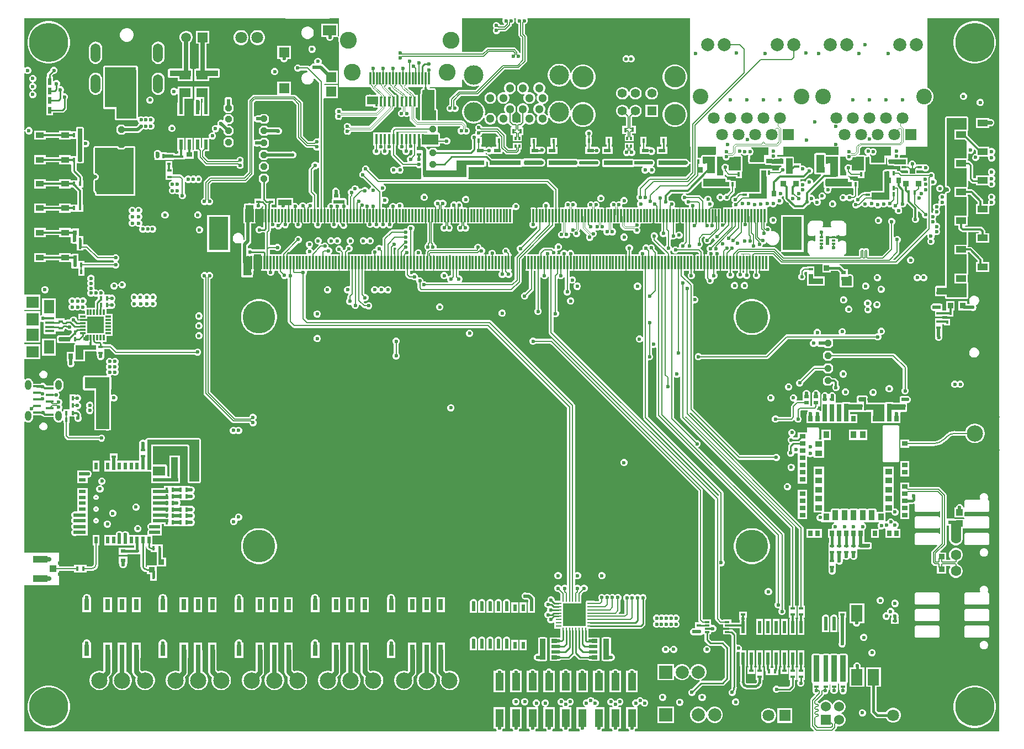
<source format=gtl>
G04*
G04 #@! TF.GenerationSoftware,Altium Limited,Altium Designer,23.4.1 (23)*
G04*
G04 Layer_Physical_Order=1*
G04 Layer_Color=255*
%FSLAX25Y25*%
%MOIN*%
G70*
G04*
G04 #@! TF.SameCoordinates,6A7C3DE4-8593-4091-87D5-6454EB1C75A9*
G04*
G04*
G04 #@! TF.FilePolarity,Positive*
G04*
G01*
G75*
%ADD14C,0.00500*%
%ADD15C,0.01000*%
%ADD21C,0.00600*%
%ADD37R,0.02500X0.01800*%
%ADD38R,0.02362X0.06102*%
%ADD39R,0.03000X0.03500*%
%ADD40R,0.01378X0.07874*%
%ADD41R,0.11811X0.20276*%
%ADD42R,0.01575X0.02756*%
%ADD43R,0.01181X0.01968*%
%ADD44R,0.01772X0.05906*%
%ADD45R,0.03228X0.03622*%
%ADD46R,0.01181X0.07480*%
%ADD47R,0.01800X0.02500*%
G04:AMPARAMS|DCode=48|XSize=39.37mil|YSize=39.37mil|CornerRadius=0mil|HoleSize=0mil|Usage=FLASHONLY|Rotation=0.000|XOffset=0mil|YOffset=0mil|HoleType=Round|Shape=Octagon|*
%AMOCTAGOND48*
4,1,8,0.01968,-0.00984,0.01968,0.00984,0.00984,0.01968,-0.00984,0.01968,-0.01968,0.00984,-0.01968,-0.00984,-0.00984,-0.01968,0.00984,-0.01968,0.01968,-0.00984,0.0*
%
%ADD48OCTAGOND48*%

%ADD49R,0.13780X0.06299*%
%ADD50R,0.04331X0.02362*%
%ADD51R,0.04213X0.04016*%
%ADD52R,0.08661X0.04213*%
%ADD53R,0.03543X0.02559*%
%ADD54R,0.03543X0.02087*%
%ADD55R,0.03740X0.03347*%
%ADD56R,0.03150X0.02362*%
%ADD57C,0.01181*%
%ADD58R,0.04429X0.01968*%
%ADD59R,0.01968X0.04429*%
%ADD60R,0.04331X0.14567*%
%ADD61R,0.02835X0.02441*%
%ADD62R,0.02598X0.02165*%
%ADD63R,0.01181X0.03347*%
%ADD64R,0.03347X0.01181*%
%ADD65R,0.10039X0.10039*%
G04:AMPARAMS|DCode=66|XSize=39.37mil|YSize=39.37mil|CornerRadius=0mil|HoleSize=0mil|Usage=FLASHONLY|Rotation=90.000|XOffset=0mil|YOffset=0mil|HoleType=Round|Shape=Octagon|*
%AMOCTAGOND66*
4,1,8,0.00984,0.01968,-0.00984,0.01968,-0.01968,0.00984,-0.01968,-0.00984,-0.00984,-0.01968,0.00984,-0.01968,0.01968,-0.00984,0.01968,0.00984,0.00984,0.01968,0.0*
%
%ADD66OCTAGOND66*%

%ADD67R,0.01575X0.02008*%
%ADD68R,0.03500X0.03000*%
%ADD69R,0.06083X0.03925*%
%ADD70R,0.06299X0.05906*%
%ADD71R,0.07874X0.05906*%
%ADD72R,0.02205X0.05394*%
%ADD73R,0.02362X0.01181*%
%ADD74R,0.03386X0.01063*%
%ADD75R,0.01063X0.03386*%
%ADD76R,0.07087X0.09843*%
%ADD77R,0.03150X0.01181*%
%ADD78R,0.04921X0.03543*%
%ADD79R,0.07165X0.05512*%
%ADD80R,0.01968X0.01772*%
%ADD81R,0.13787X0.10287*%
%ADD82R,0.02756X0.01575*%
%ADD83R,0.01968X0.03937*%
%ADD84C,0.06299*%
%ADD85R,0.03622X0.03228*%
%ADD86R,0.03937X0.03937*%
%ADD87R,0.03150X0.07087*%
%ADD88R,0.05000X0.11024*%
%ADD89R,0.02362X0.04331*%
%ADD90R,0.02165X0.07677*%
%ADD91R,0.07480X0.07480*%
%ADD92R,0.07480X0.07087*%
%ADD93R,0.06299X0.08268*%
%ADD94R,0.05315X0.01575*%
%ADD182C,0.09843*%
%ADD192C,0.02200*%
%ADD193C,0.00800*%
%ADD194C,0.00489*%
%ADD195C,0.00633*%
%ADD196C,0.00745*%
%ADD197C,0.01200*%
%ADD198C,0.01500*%
%ADD199C,0.02500*%
%ADD200C,0.02000*%
%ADD201R,0.03543X0.04331*%
%ADD202R,0.04331X0.03543*%
%ADD203R,0.02756X0.03543*%
%ADD204R,0.03543X0.02756*%
%ADD205R,0.10236X0.12205*%
%ADD206R,0.05906X0.07874*%
%ADD207R,0.04724X0.01260*%
%ADD208R,0.12402X0.12402*%
%ADD209C,0.01800*%
%ADD210C,0.00633*%
%ADD211C,0.01600*%
%ADD212C,0.03000*%
%ADD213R,0.13623X0.04471*%
%ADD214R,0.03661X0.15963*%
%ADD215R,0.03339X0.15963*%
%ADD216R,0.03000X0.15963*%
%ADD217R,0.03633X0.15964*%
%ADD218R,0.02744X0.04165*%
%ADD219R,0.03543X0.06202*%
%ADD220R,0.06574X0.02366*%
%ADD221R,0.02500X0.02000*%
%ADD222R,0.02500X0.01250*%
%ADD223R,0.13177X0.04895*%
%ADD224R,0.03900X0.09416*%
%ADD225R,0.06642X0.05270*%
%ADD226R,0.06433X0.05270*%
%ADD227R,0.08016X0.31212*%
%ADD228R,0.15096X0.06976*%
%ADD229R,0.25772X0.04400*%
%ADD230R,0.06148X0.10362*%
%ADD231R,0.19006X0.24200*%
%ADD232R,0.05090X0.10926*%
%ADD233R,0.03937X0.23194*%
%ADD234R,0.02500X0.02000*%
%ADD235R,0.02358X0.01873*%
%ADD236R,0.02366X0.04711*%
%ADD237R,0.06572X0.04956*%
%ADD238R,0.14830X0.04871*%
%ADD239R,0.11861X0.04871*%
%ADD240R,0.13729X0.04895*%
%ADD241R,0.03100X0.03100*%
%ADD242R,0.04921X0.11828*%
%ADD243R,0.07487X0.04084*%
%ADD244R,0.04921X0.09912*%
%ADD245R,0.02358X0.03023*%
%ADD246R,0.06223X0.05447*%
%ADD247R,0.04921X0.10138*%
%ADD248R,0.04921X0.10371*%
%ADD249R,0.07898X0.03814*%
%ADD250R,0.10000X0.06448*%
%ADD251R,0.02500X0.01900*%
%ADD252R,0.11906X0.29500*%
%ADD253R,0.06929X0.02199*%
%ADD254R,0.06760X0.02150*%
%ADD255R,0.02023X0.03346*%
%ADD256R,0.16794X0.03000*%
%ADD257R,0.18726X0.03115*%
%ADD258R,0.16622X0.03000*%
%ADD259R,0.17433X0.03000*%
%ADD260R,0.10361X0.02362*%
%ADD261R,0.10833X0.03000*%
%ADD262R,0.03061X0.02366*%
%ADD263R,0.05115X0.11785*%
%ADD264R,0.02366X0.07165*%
%ADD265R,0.16325X0.11869*%
%ADD266R,0.02366X0.03061*%
%ADD267R,0.12100X0.03900*%
%ADD268R,0.02748X0.20167*%
%ADD269R,0.02173X0.04595*%
%ADD270R,0.02391X0.02366*%
%ADD271R,0.07103X0.02366*%
%ADD272R,0.03727X0.02366*%
%ADD273R,0.07078X0.02693*%
%ADD274R,0.02470X0.07011*%
%ADD275R,0.02391X0.07011*%
%ADD276R,0.12957X0.03500*%
%ADD277R,0.13466X0.03500*%
%ADD278R,0.04556X0.03353*%
%ADD279R,0.02366X0.05311*%
%ADD280R,0.06964X0.02366*%
%ADD281R,0.06964X0.02366*%
%ADD282R,0.03561X0.02366*%
%ADD283R,0.03449X0.02366*%
%ADD284R,0.03911X0.02366*%
%ADD285R,0.02366X0.06355*%
%ADD286R,0.01352X0.07835*%
%ADD287R,0.03149X0.03635*%
%ADD288R,0.04399X0.02751*%
%ADD289R,0.07506X0.02367*%
%ADD290R,0.11358X0.02751*%
%ADD291R,0.03601X0.02367*%
%ADD292R,0.19010X0.02489*%
%ADD293R,0.02367X0.03253*%
%ADD294R,0.02367X0.03253*%
%ADD295R,0.02367X0.03061*%
%ADD296R,0.02800X0.04000*%
%ADD297R,0.02366X0.08528*%
%ADD298R,0.04242X0.02366*%
%ADD299R,0.02366X0.02992*%
%ADD300R,0.03748X0.02366*%
%ADD301R,0.04803X0.02358*%
%ADD302R,0.03543X0.12323*%
%ADD303R,0.04803X0.02358*%
%ADD304R,0.02544X0.02087*%
%ADD305R,0.02544X0.02358*%
%ADD306R,0.02544X0.02358*%
%ADD307R,0.03150X0.18174*%
%ADD308R,0.02358X0.04950*%
%ADD309R,0.08745X0.03622*%
%ADD310R,0.02500X0.06050*%
%ADD311R,0.02366X0.05646*%
%ADD312R,0.02366X0.03061*%
%ADD313R,0.06299X0.10923*%
%ADD314R,0.02598X0.10820*%
%ADD315R,0.10974X0.03634*%
%ADD316R,0.07087X0.10462*%
%ADD317R,0.10348X0.03635*%
%ADD318R,0.10965X0.03635*%
%ADD319R,0.02500X0.08689*%
%ADD320R,0.03637X0.02366*%
%ADD321R,0.02366X0.08476*%
%ADD322R,0.02366X0.05700*%
%ADD323R,0.02366X0.05851*%
%ADD324R,0.04599X0.02366*%
%ADD325R,0.02353X0.03061*%
%ADD326R,0.02353X0.03061*%
%ADD327R,0.03061X0.02353*%
%ADD328R,0.05629X0.01969*%
%ADD329R,0.01969X0.05629*%
%ADD330R,0.09323X0.01969*%
%ADD331R,0.09323X0.01964*%
%ADD332R,0.02290X0.02366*%
%ADD333R,0.01968X0.08033*%
%ADD334R,0.02034X0.08995*%
%ADD335R,0.02087X0.14033*%
%ADD336R,0.04429X0.01969*%
%ADD337R,0.07523X0.05660*%
%ADD338R,0.15215X0.01969*%
%ADD339R,0.02367X0.02053*%
%ADD340R,0.02367X0.04561*%
%ADD341R,0.03061X0.02367*%
%ADD342C,0.06000*%
%ADD343R,0.06000X0.06000*%
%ADD344C,0.19685*%
%ADD345C,0.10236*%
%ADD346C,0.07087*%
%ADD347R,0.07874X0.07874*%
%ADD348C,0.07874*%
%ADD349C,0.07087*%
%ADD350C,0.07874*%
%ADD351C,0.09449*%
%ADD352R,0.07087X0.07087*%
%ADD353O,0.03937X0.05906*%
%ADD354C,0.23622*%
%ADD355C,0.12992*%
%ADD356C,0.05512*%
%ADD357R,0.05512X0.05512*%
%ADD358C,0.11811*%
%ADD359C,0.05118*%
%ADD360O,0.05906X0.11417*%
%ADD361O,0.11417X0.05906*%
%ADD362C,0.05906*%
%ADD363R,0.06000X0.05906*%
%ADD364R,0.07087X0.07087*%
%ADD365C,0.09843*%
%ADD366C,0.02362*%
G36*
X297923Y431551D02*
X297625Y430834D01*
Y429966D01*
X297957Y429165D01*
X298571Y428551D01*
X299373Y428219D01*
X299429D01*
Y421638D01*
X299429Y421638D01*
X299531Y421125D01*
X299822Y420689D01*
X300658Y419853D01*
Y411219D01*
X300253Y410949D01*
X299801Y411142D01*
X299771Y411318D01*
X299669Y411832D01*
X299378Y412267D01*
X299378Y412267D01*
X297763Y413882D01*
X297328Y414173D01*
X296814Y414275D01*
X296814Y414275D01*
X280800D01*
X280800Y414275D01*
X280286Y414173D01*
X279851Y413882D01*
X279851Y413882D01*
X277409Y411440D01*
X276231D01*
X276231Y411440D01*
X265435D01*
Y432051D01*
X289728D01*
X289931Y431551D01*
X289634Y430834D01*
Y429966D01*
X289966Y429165D01*
X290477Y428654D01*
X290534Y428325D01*
X290145Y427878D01*
X288181D01*
Y427934D01*
X287849Y428735D01*
X287235Y429349D01*
X286434Y429681D01*
X285566D01*
X284765Y429349D01*
X284151Y428735D01*
X283819Y427934D01*
Y427066D01*
X284151Y426264D01*
X284447Y425969D01*
X284151Y425673D01*
X283819Y424872D01*
Y424004D01*
X284151Y423202D01*
X284765Y422589D01*
X285566Y422257D01*
X286434D01*
X287235Y422589D01*
X287849Y423202D01*
X288181Y424004D01*
Y424060D01*
X291433D01*
X291433Y424060D01*
X291946Y424162D01*
X292382Y424453D01*
X294862Y426933D01*
X294862Y426933D01*
X295153Y427369D01*
X295255Y427882D01*
X295311Y428219D01*
X296113Y428551D01*
X296726Y429165D01*
X297058Y429966D01*
Y430834D01*
X296761Y431551D01*
X296964Y432051D01*
X297720D01*
X297923Y431551D01*
D02*
G37*
G36*
X589532Y1020D02*
X490555D01*
X490364Y1481D01*
X491280Y2397D01*
X491556Y2811D01*
X491653Y3299D01*
Y3681D01*
X492050Y3986D01*
X492316Y3914D01*
X493369D01*
X494386Y4187D01*
X495298Y4713D01*
X496043Y5458D01*
X496570Y6370D01*
X496842Y7388D01*
Y8441D01*
X496570Y9458D01*
X496043Y10370D01*
X495298Y11115D01*
X494503Y11574D01*
X494452Y11785D01*
Y11917D01*
X494503Y12128D01*
X495298Y12587D01*
X496043Y13332D01*
X496570Y14244D01*
X496842Y15262D01*
Y16315D01*
X496570Y17332D01*
X496043Y18244D01*
X495298Y18989D01*
X494386Y19516D01*
X493369Y19788D01*
X492316D01*
X491298Y19516D01*
X490386Y18989D01*
X489642Y18244D01*
X489182Y17449D01*
X488971Y17398D01*
X488840D01*
X488629Y17449D01*
X488169Y18244D01*
X487425Y18989D01*
X486512Y19516D01*
X485495Y19788D01*
X484442D01*
X483425Y19516D01*
X482512Y18989D01*
X481768Y18244D01*
X481624Y17996D01*
X481268Y17984D01*
X481062Y18022D01*
X480462Y18422D01*
X480216Y18471D01*
X480051Y19014D01*
X483516Y22479D01*
X483793Y22892D01*
X483801Y22935D01*
X484120Y23345D01*
X484987D01*
X485789Y23677D01*
X486403Y24290D01*
X486734Y25092D01*
Y25960D01*
X486803Y26063D01*
X487179D01*
Y29106D01*
X487679Y29414D01*
X487702Y29402D01*
X487712Y29384D01*
Y26100D01*
X487737D01*
X487781Y26033D01*
Y25166D01*
X488113Y24364D01*
X488727Y23751D01*
X489528Y23418D01*
X490396D01*
X491198Y23751D01*
X491811Y24364D01*
X492143Y25166D01*
Y26033D01*
X492188Y26100D01*
X492212D01*
Y29928D01*
X492712Y30005D01*
X493089Y29671D01*
Y26063D01*
X493113D01*
X493157Y25997D01*
Y25129D01*
X493490Y24327D01*
X494103Y23714D01*
X494905Y23382D01*
X495773D01*
X496574Y23714D01*
X497188Y24327D01*
X497520Y25129D01*
Y25997D01*
X497564Y26063D01*
X497589D01*
Y29836D01*
X497896Y30042D01*
X498117Y30373D01*
X498195Y30763D01*
Y46726D01*
X498117Y47116D01*
X497896Y47447D01*
X497565Y47668D01*
X497175Y47745D01*
X493514D01*
X493415Y47726D01*
X492748D01*
Y47726D01*
X492248Y47674D01*
X492110Y47726D01*
Y47726D01*
X491612D01*
X491514Y47745D01*
X488175D01*
X487748Y47726D01*
D01*
X487248Y47678D01*
X487110Y47726D01*
Y47726D01*
X486612D01*
X486514Y47745D01*
X483514D01*
X483415Y47726D01*
X482748D01*
Y47676D01*
X482330Y47448D01*
X482110Y47600D01*
Y47726D01*
X481209D01*
X481110Y47745D01*
X477477D01*
X477087Y47668D01*
X476756Y47447D01*
X476535Y47116D01*
X476458Y46726D01*
Y30762D01*
X476535Y30372D01*
X476756Y30041D01*
X476927Y29927D01*
Y26063D01*
X476952D01*
X476996Y25997D01*
Y25129D01*
X477328Y24327D01*
X477942Y23714D01*
X478292Y23568D01*
X478390Y23078D01*
X475942Y20630D01*
X475666Y20217D01*
X475569Y19729D01*
Y4163D01*
X475666Y3676D01*
X475942Y3262D01*
X477723Y1481D01*
X477531Y1020D01*
X369723D01*
X369516Y1519D01*
X369749Y1753D01*
X370044Y2465D01*
X371400D01*
Y15488D01*
X371028D01*
X370928Y15988D01*
X371418Y16191D01*
X372032Y16805D01*
X372272Y17384D01*
X372444Y17312D01*
X373312D01*
X373484Y17384D01*
X373724Y16805D01*
X374338Y16191D01*
X375139Y15859D01*
X376007D01*
X376809Y16191D01*
X377422Y16805D01*
X377754Y17606D01*
Y18474D01*
X377422Y19276D01*
X376809Y19889D01*
X376007Y20221D01*
X375139D01*
X374967Y20150D01*
X374727Y20729D01*
X374113Y21343D01*
X373312Y21675D01*
X372444D01*
X371642Y21343D01*
X371029Y20729D01*
X370789Y20150D01*
X370617Y20221D01*
X369749D01*
X368947Y19889D01*
X368334Y19276D01*
X368002Y18474D01*
Y17606D01*
X368334Y16805D01*
X368947Y16191D01*
X369437Y15988D01*
X369337Y15488D01*
X364400D01*
Y2465D01*
X365756D01*
X366051Y1753D01*
X366284Y1519D01*
X366077Y1020D01*
X359723D01*
X359516Y1519D01*
X359749Y1753D01*
X360044Y2465D01*
X361400D01*
Y15488D01*
X359857D01*
X359665Y15950D01*
X359749Y16034D01*
X360000Y16640D01*
X360139Y16582D01*
X361007D01*
X361809Y16914D01*
X362422Y17527D01*
X362754Y18329D01*
Y19197D01*
X362422Y19998D01*
X361809Y20612D01*
X361007Y20944D01*
X360139D01*
X359338Y20612D01*
X358724Y19998D01*
X358473Y19393D01*
X358334Y19451D01*
X357466D01*
X357327Y19393D01*
X357076Y19998D01*
X356462Y20612D01*
X355661Y20944D01*
X354793D01*
X353991Y20612D01*
X353378Y19998D01*
X353046Y19197D01*
Y18329D01*
X353378Y17527D01*
X353991Y16914D01*
X354793Y16582D01*
X355661D01*
X355800Y16640D01*
X356051Y16034D01*
X356135Y15950D01*
X355943Y15488D01*
X354400D01*
Y2465D01*
X355756D01*
X356051Y1753D01*
X356284Y1519D01*
X356077Y1020D01*
X349723D01*
X349516Y1519D01*
X349749Y1753D01*
X350044Y2465D01*
X351400D01*
Y15488D01*
X346518D01*
X346419Y15988D01*
X346909Y16191D01*
X347522Y16805D01*
X347854Y17606D01*
Y18474D01*
X347522Y19276D01*
X346909Y19889D01*
X346107Y20221D01*
X345239D01*
X345100Y20164D01*
X344849Y20770D01*
X344235Y21383D01*
X343434Y21715D01*
X342566D01*
X341764Y21383D01*
X341151Y20770D01*
X340900Y20164D01*
X340761Y20221D01*
X339893D01*
X339091Y19889D01*
X338478Y19276D01*
X338146Y18474D01*
Y17606D01*
X338478Y16805D01*
X339091Y16191D01*
X339581Y15988D01*
X339482Y15488D01*
X334400D01*
Y2465D01*
X335856D01*
X336151Y1753D01*
X336384Y1519D01*
X336177Y1020D01*
X329723D01*
X329516Y1519D01*
X329749Y1753D01*
X330044Y2464D01*
X331400D01*
Y15488D01*
X329857D01*
X329665Y15950D01*
X329749Y16034D01*
X330000Y16639D01*
X330139Y16582D01*
X331007D01*
X331809Y16914D01*
X332422Y17527D01*
X332754Y18329D01*
Y19197D01*
X332422Y19998D01*
X331809Y20612D01*
X331007Y20944D01*
X330139D01*
X329338Y20612D01*
X328724Y19998D01*
X328473Y19393D01*
X328334Y19450D01*
X327466D01*
X327327Y19393D01*
X327076Y19998D01*
X326462Y20612D01*
X325661Y20944D01*
X324793D01*
X323991Y20612D01*
X323378Y19998D01*
X323046Y19197D01*
Y18329D01*
X323378Y17527D01*
X323991Y16914D01*
X324793Y16582D01*
X325661D01*
X325800Y16639D01*
X326051Y16034D01*
X326135Y15950D01*
X325943Y15488D01*
X324400D01*
Y2464D01*
X325756D01*
X326051Y1753D01*
X326284Y1519D01*
X326077Y1020D01*
X319829D01*
X319622Y1519D01*
X319855Y1753D01*
X320150Y2465D01*
X321400D01*
Y15488D01*
X316418D01*
X316319Y15988D01*
X316809Y16191D01*
X317422Y16805D01*
X317754Y17606D01*
Y18474D01*
X317422Y19276D01*
X316809Y19889D01*
X316007Y20221D01*
X315139D01*
X314338Y19889D01*
X313724Y19276D01*
X313392Y18474D01*
Y17606D01*
X313724Y16805D01*
X314338Y16191D01*
X314828Y15988D01*
X314728Y15488D01*
X314400D01*
Y2465D01*
X315862D01*
X316157Y1753D01*
X316390Y1519D01*
X316183Y1020D01*
X309723D01*
X309516Y1519D01*
X309749Y1753D01*
X310044Y2465D01*
X311400D01*
Y15488D01*
X311072D01*
X310972Y15988D01*
X311462Y16191D01*
X312076Y16805D01*
X312408Y17606D01*
Y18474D01*
X312076Y19276D01*
X311462Y19889D01*
X310661Y20221D01*
X309793D01*
X308992Y19889D01*
X308378Y19276D01*
X308046Y18474D01*
Y17606D01*
X308378Y16805D01*
X308992Y16191D01*
X309481Y15988D01*
X309382Y15488D01*
X304400D01*
Y2465D01*
X305756D01*
X306051Y1753D01*
X306284Y1519D01*
X306077Y1020D01*
X299723D01*
X299516Y1519D01*
X299749Y1753D01*
X300044Y2465D01*
X301400D01*
Y15488D01*
X294400D01*
Y2465D01*
X295756D01*
X296051Y1753D01*
X296284Y1519D01*
X296077Y1020D01*
X289723D01*
X289516Y1519D01*
X289749Y1753D01*
X290044Y2465D01*
X291400D01*
Y15488D01*
X284400D01*
Y2465D01*
X285756D01*
X286051Y1753D01*
X286284Y1519D01*
X286077Y1020D01*
X1020D01*
Y89400D01*
X22100D01*
Y97894D01*
X31077D01*
Y97043D01*
X38577D01*
Y97893D01*
X41749D01*
X41750Y97893D01*
Y97886D01*
X42767Y98020D01*
X43716Y98413D01*
X44530Y99038D01*
X45155Y99852D01*
X45548Y100801D01*
X45682Y101818D01*
X45675D01*
X45675Y101819D01*
Y113212D01*
X46260D01*
Y119641D01*
X42291D01*
Y113212D01*
X42876D01*
Y101818D01*
X42876Y101818D01*
X42875D01*
X42789Y101388D01*
X42545Y101023D01*
X42180Y100779D01*
X41750Y100693D01*
Y100692D01*
X41750Y100692D01*
X38577D01*
Y101543D01*
X31077D01*
Y100692D01*
X22100D01*
Y108800D01*
X1020Y108800D01*
Y187994D01*
X1519Y188241D01*
X1830Y188003D01*
X2552Y187704D01*
X3327Y187602D01*
X4102Y187704D01*
X4824Y188003D01*
X5444Y188479D01*
X5920Y189099D01*
X6219Y189821D01*
X6321Y190596D01*
Y192037D01*
X10764D01*
X11044Y191758D01*
X11845Y191426D01*
X12126D01*
X12299Y191253D01*
X12828Y190900D01*
X13075Y190851D01*
Y190777D01*
X13445D01*
X13452Y190776D01*
X16437D01*
X16444Y190777D01*
X18679D01*
Y190596D01*
X18781Y189821D01*
X19080Y189099D01*
X19556Y188479D01*
X20176Y188003D01*
X20898Y187704D01*
X21673Y187602D01*
X22448Y187704D01*
X23170Y188003D01*
X23790Y188479D01*
X24050Y188817D01*
X24550Y188647D01*
Y187150D01*
X25023D01*
Y179420D01*
X25023Y179420D01*
X25131Y178874D01*
X25441Y178411D01*
X26661Y177191D01*
X26661Y177191D01*
X27124Y176881D01*
X27670Y176773D01*
X45943D01*
X46365Y176351D01*
X47166Y176019D01*
X48034D01*
X48836Y176351D01*
X49449Y176964D01*
X49781Y177766D01*
Y178634D01*
X49449Y179436D01*
X48836Y180049D01*
X48034Y180381D01*
X47166D01*
X46365Y180049D01*
X45943Y179627D01*
X28261D01*
X27877Y180011D01*
Y187150D01*
X28350D01*
Y191150D01*
X31034D01*
X31311Y190734D01*
X31256Y190602D01*
Y189734D01*
X31588Y188932D01*
X32202Y188319D01*
X33004Y187987D01*
X33871D01*
X34673Y188319D01*
X35287Y188932D01*
X35618Y189734D01*
Y190602D01*
X35287Y191403D01*
X35187Y191503D01*
Y192502D01*
X35063Y193126D01*
X34709Y193655D01*
X33810Y194554D01*
X33281Y194907D01*
X32657Y195031D01*
X32517D01*
X32474Y195157D01*
X32481Y195183D01*
X32845Y195619D01*
X33461D01*
X34262Y195951D01*
X34876Y196564D01*
X35208Y197366D01*
Y198234D01*
X34876Y199036D01*
X34262Y199649D01*
X33997Y199759D01*
Y200300D01*
X34262Y200410D01*
X34876Y201023D01*
X35208Y201825D01*
Y202693D01*
X34876Y203494D01*
X34262Y204108D01*
X33461Y204440D01*
X32593D01*
X32321Y204328D01*
X32050Y204509D01*
Y204509D01*
X28250D01*
Y200009D01*
Y195650D01*
X24550D01*
Y194513D01*
X24050Y194343D01*
X23790Y194682D01*
X23550Y194866D01*
X23506Y195530D01*
X23522Y195546D01*
X23854Y196348D01*
Y197215D01*
X23522Y198017D01*
X23227Y198312D01*
X23522Y198608D01*
X23854Y199410D01*
Y200277D01*
X23522Y201079D01*
X22909Y201693D01*
X22107Y202025D01*
X21816D01*
X21609Y202525D01*
X22049Y202964D01*
X22381Y203766D01*
Y204634D01*
X22049Y205435D01*
X21709Y205775D01*
X21899Y206293D01*
X22448Y206365D01*
X23170Y206664D01*
X23790Y207140D01*
X24266Y207760D01*
X24565Y208482D01*
X24667Y209257D01*
Y211226D01*
X24565Y212001D01*
X24266Y212723D01*
X23790Y213343D01*
X23170Y213819D01*
X22448Y214118D01*
X21673Y214220D01*
X20898Y214118D01*
X20176Y213819D01*
X19556Y213343D01*
X19080Y212723D01*
X18781Y212001D01*
X18679Y211226D01*
Y209785D01*
X16568D01*
X16413Y209816D01*
X16410Y209816D01*
X16407Y209816D01*
X14281D01*
Y209834D01*
X13949Y210635D01*
X13336Y211249D01*
X12534Y211581D01*
X11666D01*
X10864Y211249D01*
X10660Y211045D01*
X6321D01*
Y211226D01*
X6219Y212001D01*
X5920Y212723D01*
X5444Y213343D01*
X4824Y213819D01*
X4102Y214118D01*
X3327Y214220D01*
X2552Y214118D01*
X1830Y213819D01*
X1519Y213581D01*
X1020Y213827D01*
Y225341D01*
X1107Y225805D01*
X1519Y225805D01*
X10587D01*
Y234892D01*
X1519D01*
X1107Y234892D01*
X1020Y235355D01*
Y235381D01*
X1107Y235844D01*
X1519Y235844D01*
X10587D01*
Y245293D01*
Y248337D01*
X11087Y248541D01*
X11803Y248245D01*
X12670D01*
X12721Y248211D01*
Y243522D01*
Y240962D01*
X20036D01*
Y242579D01*
X20494Y242680D01*
Y242680D01*
X25249D01*
Y243994D01*
X25660Y244308D01*
X25945Y244117D01*
X26470Y244013D01*
X27063Y243421D01*
X27864Y243089D01*
X28732D01*
X29200Y243282D01*
X29700Y242948D01*
Y241996D01*
X27967Y240263D01*
X26134D01*
X26070Y240289D01*
X25202D01*
X25137Y240263D01*
X21722D01*
X21331Y240185D01*
X21001Y239964D01*
X20875Y239776D01*
X20722D01*
Y239341D01*
X20702Y239243D01*
Y236550D01*
X20722Y236452D01*
Y235976D01*
X20903D01*
X21001Y235829D01*
X21331Y235608D01*
X21722Y235530D01*
X28800D01*
X28899Y235550D01*
X31320D01*
X31472Y235050D01*
X31279Y234921D01*
X31058Y234590D01*
X30980Y234200D01*
Y230194D01*
X26500D01*
Y224694D01*
X26961D01*
Y223877D01*
X26819Y223534D01*
Y222666D01*
X27151Y221865D01*
X27764Y221251D01*
X28566Y220919D01*
X29434D01*
X30235Y221251D01*
X30849Y221865D01*
X31181Y222666D01*
Y223534D01*
X31039Y223877D01*
Y224608D01*
X31539Y224693D01*
X31993Y224676D01*
X32000Y224675D01*
X36500Y224675D01*
X36599Y224694D01*
X37500D01*
Y225596D01*
X37520Y225694D01*
Y230481D01*
X44151D01*
X44256Y230502D01*
X44756Y230147D01*
Y227750D01*
X44825D01*
Y227060D01*
X45157Y226258D01*
X45771Y225645D01*
X46573Y225312D01*
X47440D01*
X48242Y225645D01*
X48855Y226258D01*
X49187Y227060D01*
Y227750D01*
X49256D01*
Y231923D01*
X52520D01*
X55452Y228991D01*
X55452Y228991D01*
X55915Y228681D01*
X56461Y228573D01*
X104043D01*
X104365Y228251D01*
X105166Y227919D01*
X106034D01*
X106835Y228251D01*
X107449Y228865D01*
X107781Y229666D01*
Y230534D01*
X107449Y231335D01*
X106835Y231949D01*
X106034Y232281D01*
X105166D01*
X104365Y231949D01*
X103843Y231427D01*
X57052D01*
X54120Y234359D01*
X53657Y234669D01*
X53111Y234777D01*
X53111Y234777D01*
X49256D01*
Y235250D01*
X48505D01*
X48412Y235719D01*
X48719Y236219D01*
X50565D01*
Y240057D01*
X54404D01*
Y242026D01*
Y245963D01*
Y249900D01*
Y253081D01*
X50565D01*
Y256330D01*
X52815D01*
Y256330D01*
X53108Y256526D01*
X53414Y256399D01*
X54281D01*
X55083Y256731D01*
X55697Y257345D01*
X56029Y258146D01*
Y259014D01*
X55697Y259816D01*
X55238Y260274D01*
X55135Y260590D01*
X55238Y260906D01*
X55697Y261365D01*
X56029Y262166D01*
Y263034D01*
X55697Y263836D01*
X55083Y264449D01*
X54281Y264781D01*
X53414D01*
X53108Y264654D01*
X52815Y264850D01*
Y264850D01*
X49576D01*
X49298Y265266D01*
X49340Y265366D01*
Y266234D01*
X49008Y267036D01*
X48394Y267649D01*
X47593Y267981D01*
X46725D01*
X45923Y267649D01*
X45682Y267408D01*
X45441Y267649D01*
X44639Y267981D01*
X43883D01*
X43653Y268140D01*
X43462Y268394D01*
Y269138D01*
X43130Y269940D01*
X42889Y270181D01*
X43130Y270423D01*
X43462Y271224D01*
Y272092D01*
X43130Y272894D01*
X42889Y273135D01*
X43130Y273376D01*
X43462Y274178D01*
Y275045D01*
X43130Y275847D01*
X42516Y276461D01*
X41715Y276793D01*
X40847D01*
X40045Y276461D01*
X39432Y275847D01*
X39100Y275045D01*
Y274178D01*
X39432Y273376D01*
X39673Y273135D01*
X39432Y272894D01*
X39100Y272092D01*
Y271224D01*
X39432Y270423D01*
X39673Y270181D01*
X39432Y269940D01*
X39100Y269138D01*
Y268270D01*
X39432Y267469D01*
X39649Y267252D01*
X39432Y267036D01*
X39100Y266234D01*
Y265366D01*
X39432Y264564D01*
X40045Y263951D01*
X40847Y263619D01*
X41715D01*
X42516Y263951D01*
X42743Y264178D01*
X42970Y263951D01*
X43771Y263619D01*
X44639D01*
X44900Y263727D01*
X45315Y263449D01*
Y262513D01*
X43956Y261154D01*
X43625Y260658D01*
X43508Y260072D01*
Y256920D01*
X38557D01*
Y257783D01*
X38225Y258584D01*
X37639Y259170D01*
X38225Y259757D01*
X38557Y260558D01*
Y261426D01*
X38225Y262228D01*
X37611Y262841D01*
X36810Y263173D01*
X35942D01*
X35140Y262841D01*
X34773Y262474D01*
X34407Y262841D01*
X33605Y263173D01*
X32737D01*
X31936Y262841D01*
X31568Y262474D01*
X31201Y262841D01*
X30400Y263173D01*
X29532D01*
X28730Y262841D01*
X28117Y262228D01*
X27785Y261426D01*
Y260558D01*
X28117Y259757D01*
X28703Y259170D01*
X28117Y258584D01*
X27785Y257783D01*
Y256915D01*
X28117Y256113D01*
X28730Y255500D01*
X29532Y255168D01*
X30400D01*
X31201Y255500D01*
X31568Y255867D01*
X31936Y255500D01*
X32737Y255168D01*
X33605D01*
X34407Y255500D01*
X34773Y255867D01*
X35140Y255500D01*
X35942Y255168D01*
X36810D01*
X37126Y255298D01*
X37541Y255021D01*
Y253081D01*
X33703D01*
Y249900D01*
X39049D01*
Y251573D01*
X49057D01*
Y249900D01*
Y245963D01*
Y241565D01*
X39049D01*
Y245963D01*
Y249144D01*
X33703D01*
X33703Y249144D01*
Y249144D01*
X33220Y249245D01*
X32962Y249504D01*
Y249956D01*
X32630Y250758D01*
X32016Y251371D01*
X31214Y251703D01*
X30347D01*
X29545Y251371D01*
X28931Y250758D01*
X28600Y249956D01*
Y249774D01*
X26684D01*
X26350Y249708D01*
X26099Y249658D01*
X26099Y249658D01*
X26099Y249658D01*
X25864Y249501D01*
X25749Y249425D01*
X25336Y249594D01*
X25249Y249680D01*
Y250441D01*
X20494D01*
Y250441D01*
X20036Y250543D01*
Y251880D01*
X20036Y252214D01*
X20036D01*
X20036Y252380D01*
X20036D01*
Y262648D01*
X11737D01*
Y252579D01*
X11087Y252310D01*
X10587Y252514D01*
Y254774D01*
X1519D01*
X1107Y254774D01*
X1020Y255238D01*
Y255262D01*
X1107Y255726D01*
X1519Y255726D01*
X10587D01*
Y264813D01*
X1519D01*
X1107Y264813D01*
X1020Y265277D01*
Y363465D01*
X1519Y363466D01*
X1851Y362665D01*
X2465Y362051D01*
X3266Y361719D01*
X4134D01*
X4936Y362051D01*
X5549Y362665D01*
X5881Y363466D01*
Y364334D01*
X5549Y365136D01*
X4936Y365749D01*
X4134Y366081D01*
X3266D01*
X2465Y365749D01*
X1851Y365136D01*
X1519Y364334D01*
X1020Y364335D01*
Y398490D01*
X1519Y398697D01*
X1767Y398450D01*
X2569Y398118D01*
X3437D01*
X4238Y398450D01*
X4852Y399063D01*
X5184Y399865D01*
Y400733D01*
X4852Y401534D01*
X4238Y402148D01*
X3437Y402480D01*
X2569D01*
X1767Y402148D01*
X1519Y401900D01*
X1020Y402107D01*
Y432051D01*
X158660D01*
X158676Y432028D01*
X159106Y431741D01*
X159612Y431640D01*
X184416D01*
X184923Y431741D01*
X185352Y432028D01*
X185368Y432051D01*
X190900D01*
Y420992D01*
X190837Y420936D01*
X190627Y420975D01*
X190337Y421160D01*
Y428453D01*
X180463D01*
Y420547D01*
X183325D01*
Y419932D01*
X183657Y419131D01*
X184271Y418517D01*
X185072Y418185D01*
X185940D01*
X186741Y418517D01*
X187355Y419131D01*
X187687Y419932D01*
Y420547D01*
X189867D01*
X189881Y420547D01*
X189881Y420547D01*
X190311Y420547D01*
X190409Y420533D01*
X190645Y420248D01*
X190736Y420118D01*
X190577Y419317D01*
Y418112D01*
X190812Y416930D01*
X190900Y416716D01*
Y390147D01*
X210058D01*
X210106Y390097D01*
X210153Y390064D01*
X210162Y390036D01*
X210192Y389811D01*
X210466Y389148D01*
X210903Y388580D01*
X210982Y388519D01*
X211021Y388467D01*
X213610Y386170D01*
X213433Y385702D01*
X210224D01*
X210034Y385781D01*
X209166D01*
X208976Y385702D01*
X207950D01*
X207560Y385625D01*
X207229Y385403D01*
X207008Y385073D01*
X206930Y384683D01*
Y379727D01*
X206950Y379628D01*
Y378727D01*
X207851D01*
X207950Y378707D01*
X211750D01*
Y377777D01*
X214266D01*
X214458Y377315D01*
X212975Y375832D01*
X193081D01*
Y376034D01*
X192749Y376835D01*
X192136Y377449D01*
X191334Y377781D01*
X190466D01*
X189664Y377449D01*
X189051Y376835D01*
X188719Y376034D01*
Y375166D01*
X189051Y374364D01*
X189347Y374069D01*
X189051Y373773D01*
X188719Y372972D01*
Y372104D01*
X189051Y371302D01*
X189664Y370689D01*
X190466Y370357D01*
X191334D01*
X192136Y370689D01*
X192749Y371302D01*
X193081Y372104D01*
Y372306D01*
X213859D01*
X213955Y372187D01*
X214092Y371832D01*
X209029Y366769D01*
X198181D01*
Y366970D01*
X197849Y367772D01*
X197236Y368386D01*
X196434Y368718D01*
X195566D01*
X194764Y368386D01*
X194151Y367772D01*
X193819Y366970D01*
Y366103D01*
X194151Y365301D01*
X194447Y365005D01*
X194151Y364710D01*
X193819Y363908D01*
Y363041D01*
X194151Y362239D01*
X194764Y361625D01*
X195566Y361293D01*
X196434D01*
X197236Y361625D01*
X197849Y362239D01*
X198181Y363041D01*
Y363242D01*
X209964D01*
X210450Y363339D01*
X210861Y363614D01*
X223985Y376737D01*
X224260Y377149D01*
X224356Y377634D01*
Y377777D01*
X225758D01*
Y385683D01*
X224130D01*
X223950Y386119D01*
X223599Y386576D01*
X223552Y386649D01*
X220633Y389687D01*
X220829Y390147D01*
X221848D01*
X222116Y389937D01*
X222183Y389775D01*
X222187Y389774D01*
X222220Y389677D01*
X222291Y389554D01*
X222441Y389194D01*
X222877Y388625D01*
X223075Y388473D01*
X223161Y388377D01*
X227105Y385391D01*
Y377777D01*
X228507D01*
Y376557D01*
X228305D01*
X227503Y376225D01*
X226890Y375612D01*
X226558Y374810D01*
Y373943D01*
X226890Y373141D01*
X227503Y372527D01*
X228305Y372195D01*
X229173D01*
X229975Y372527D01*
X230270Y372823D01*
X230566Y372527D01*
X231367Y372195D01*
X232235D01*
X233037Y372527D01*
X233163Y372654D01*
X233625Y372462D01*
Y370856D01*
X233722Y370371D01*
X233997Y369959D01*
X236946Y367010D01*
X237329Y366754D01*
X237335Y366717D01*
X237098Y366254D01*
X224799D01*
X224252Y366145D01*
X223789Y365836D01*
X223789Y365835D01*
X222863Y364909D01*
X222554Y364446D01*
X222445Y363900D01*
X222445Y363900D01*
Y362848D01*
X211750D01*
Y354942D01*
X212209D01*
Y353144D01*
X211787Y352722D01*
X211455Y351921D01*
Y351053D01*
X211787Y350251D01*
X212401Y349638D01*
X213203Y349306D01*
X214070D01*
X214872Y349638D01*
X215485Y350251D01*
X215817Y351053D01*
Y351819D01*
X216114Y352018D01*
X216573Y351769D01*
Y351053D01*
X216905Y350251D01*
X217519Y349638D01*
X218320Y349306D01*
X219188D01*
X219990Y349638D01*
X220603Y350251D01*
X220936Y351053D01*
Y351921D01*
X221098Y352164D01*
X221702D01*
X222029Y352300D01*
X222445Y352022D01*
Y349383D01*
X222445Y349383D01*
X222554Y348836D01*
X222863Y348373D01*
X228401Y342835D01*
X228167Y342362D01*
X227468D01*
X226667Y342030D01*
X226278Y341641D01*
X225951Y341470D01*
X225624Y341641D01*
X225236Y342030D01*
X224434Y342362D01*
X223566D01*
X222764Y342030D01*
X222151Y341417D01*
X221819Y340615D01*
Y339747D01*
X222151Y338946D01*
X222764Y338332D01*
X223566Y338000D01*
X224434D01*
X225236Y338332D01*
X225624Y338721D01*
X225951Y338892D01*
X226278Y338721D01*
X226667Y338332D01*
X227468Y338000D01*
X228336D01*
X229138Y338332D01*
X229751Y338946D01*
X230083Y339747D01*
Y340615D01*
X229751Y341417D01*
X229502Y341666D01*
X229645Y342029D01*
X229736Y342139D01*
X237570D01*
X237991Y341717D01*
X238793Y341385D01*
X239661D01*
X240132Y341581D01*
X240632Y341247D01*
Y337319D01*
X240652Y337220D01*
Y335600D01*
X240726Y335227D01*
X240728Y335208D01*
X240451Y334727D01*
X215191D01*
X209281Y340638D01*
Y341234D01*
X208949Y342036D01*
X208335Y342649D01*
X207534Y342981D01*
X206666D01*
X205865Y342649D01*
X205251Y342036D01*
X204919Y341234D01*
Y340366D01*
X205078Y339981D01*
X204966Y339481D01*
X204165Y339149D01*
X203551Y338535D01*
X203219Y337734D01*
Y336866D01*
X203551Y336065D01*
X204165Y335451D01*
X204966Y335119D01*
X205562D01*
X210357Y330324D01*
X210289Y329978D01*
X210199Y329775D01*
X209642Y329218D01*
X209310Y328417D01*
Y328304D01*
X208810Y328204D01*
X208530Y328880D01*
X207917Y329494D01*
X207115Y329826D01*
X206247D01*
X205446Y329494D01*
X205024Y329072D01*
X204196D01*
X204196Y329072D01*
X203650Y328963D01*
X203336Y328753D01*
X202917Y328926D01*
X202836Y329008D01*
Y329281D01*
X202503Y330083D01*
X201890Y330696D01*
X201088Y331028D01*
X200221D01*
X199419Y330696D01*
X198805Y330083D01*
X198473Y329281D01*
Y328888D01*
X198030D01*
X197229Y328556D01*
X196615Y327943D01*
X196283Y327141D01*
Y326273D01*
X196615Y325472D01*
X196931Y325156D01*
X196650Y324735D01*
X196541Y324189D01*
X196541Y324189D01*
Y319055D01*
X196041Y318955D01*
X195893Y319313D01*
X195471Y319735D01*
Y320974D01*
X195471Y320976D01*
X195471Y320978D01*
X195468Y320993D01*
X195472Y321012D01*
X195464Y321054D01*
Y322112D01*
X195386Y322502D01*
X195236Y322726D01*
Y322912D01*
X195047D01*
X194834Y323054D01*
X194444Y323132D01*
X191753D01*
X191472Y323612D01*
Y325612D01*
X191453Y325710D01*
Y326612D01*
X191453D01*
X191339Y326782D01*
X191384Y326889D01*
Y327757D01*
X191051Y328558D01*
X190438Y329172D01*
X189636Y329504D01*
X188769D01*
X187967Y329172D01*
X187353Y328558D01*
X187021Y327757D01*
Y326889D01*
X187066Y326782D01*
X186952Y326612D01*
X186952D01*
Y325710D01*
X186933Y325612D01*
Y323612D01*
X186952Y323514D01*
Y322817D01*
X186742Y322502D01*
X186664Y322112D01*
Y320299D01*
X186604Y320259D01*
X185736D01*
X184934Y319927D01*
X184321Y319313D01*
X183989Y318512D01*
Y317644D01*
X183985Y317638D01*
X182501D01*
Y307764D01*
X185863D01*
X185933Y307658D01*
Y306790D01*
X186265Y305988D01*
X186879Y305375D01*
X187680Y305043D01*
X188548D01*
X189350Y305375D01*
X189963Y305988D01*
X190296Y306790D01*
Y307501D01*
X190796Y307601D01*
X191057Y306971D01*
X191554Y306322D01*
X191650Y306248D01*
X191920Y305596D01*
X192534Y304982D01*
X193336Y304650D01*
X194203D01*
X195005Y304982D01*
X195619Y305596D01*
X195951Y306397D01*
Y307265D01*
X195721Y307821D01*
Y316223D01*
X195780Y316266D01*
X196280Y316011D01*
Y307764D01*
X205563D01*
Y316070D01*
X206064Y316303D01*
X206123Y316253D01*
Y307764D01*
X207570D01*
X207586Y307740D01*
Y306873D01*
X207917Y306071D01*
X208531Y305457D01*
X209333Y305125D01*
X210200D01*
X211002Y305457D01*
X211378Y305834D01*
X211787Y305966D01*
X212021Y305823D01*
X212469Y305375D01*
X213270Y305043D01*
X214138D01*
X214940Y305375D01*
X215346Y305781D01*
X215673Y305933D01*
X216000Y305781D01*
X216406Y305375D01*
X217208Y305043D01*
X218075D01*
X218877Y305375D01*
X219283Y305781D01*
X219610Y305933D01*
X219936Y305781D01*
X220343Y305375D01*
X221145Y305043D01*
X222012D01*
X222814Y305375D01*
X223427Y305988D01*
X223760Y306790D01*
Y307658D01*
X223830Y307764D01*
X225249D01*
Y316223D01*
X225308Y316266D01*
X225808Y316011D01*
Y307764D01*
X242965D01*
Y317638D01*
X230201D01*
X229923Y318053D01*
X229936Y318085D01*
Y318953D01*
X229604Y319754D01*
X228991Y320368D01*
X228189Y320700D01*
X227322D01*
X226520Y320368D01*
X225906Y319754D01*
X225826Y319561D01*
X225808Y319550D01*
X225252Y319482D01*
X224808Y319927D01*
X224006Y320259D01*
X223138D01*
X222337Y319927D01*
X221723Y319313D01*
X221391Y318512D01*
Y317644D01*
X221387Y317638D01*
X219902D01*
Y309043D01*
X219843Y309004D01*
X219342Y309271D01*
Y317638D01*
X217113D01*
Y319692D01*
X217613Y319933D01*
X218266Y319662D01*
X219134D01*
X219935Y319994D01*
X220549Y320607D01*
X220881Y321409D01*
Y322277D01*
X220549Y323078D01*
X219935Y323692D01*
X219134Y324024D01*
X218266D01*
X217613Y323753D01*
X217113Y323994D01*
Y327015D01*
X217217Y327141D01*
X217623D01*
X218424Y327473D01*
X219038Y328087D01*
X219370Y328889D01*
Y329756D01*
X219038Y330558D01*
X218424Y331171D01*
X217939Y331373D01*
X218038Y331873D01*
X316209D01*
X320515Y327566D01*
Y317638D01*
X318512D01*
X318234Y318053D01*
X318281Y318166D01*
Y319034D01*
X317949Y319835D01*
X317336Y320449D01*
X316534Y320781D01*
X315666D01*
X314864Y320449D01*
X314251Y319835D01*
X313919Y319034D01*
Y318166D01*
X313966Y318053D01*
X313688Y317638D01*
X310455D01*
Y309235D01*
X309955Y309000D01*
X309896Y309049D01*
Y317638D01*
X306518D01*
Y308632D01*
X306345Y308459D01*
X306013Y307658D01*
Y306790D01*
X306345Y305988D01*
X306959Y305375D01*
X307761Y305043D01*
X308628D01*
X309430Y305375D01*
X310043Y305988D01*
X310216Y306405D01*
X310716Y306306D01*
Y304835D01*
X300762Y294881D01*
X300166D01*
X299364Y294549D01*
X298751Y293935D01*
X298419Y293134D01*
Y292266D01*
X298751Y291464D01*
X299318Y290898D01*
X299406Y290727D01*
X299480Y290353D01*
X297491Y288363D01*
X297181Y287900D01*
X297073Y287354D01*
X297073Y287354D01*
Y274291D01*
X295009Y272227D01*
X265043D01*
X264836Y272727D01*
X265173Y273064D01*
X265505Y273866D01*
Y274734D01*
X265173Y275535D01*
X264560Y276149D01*
X263758Y276481D01*
X263374D01*
Y279220D01*
X269541D01*
Y288987D01*
X270094D01*
X270094Y288987D01*
X270100D01*
Y279220D01*
X279384D01*
Y289094D01*
X278563D01*
X278410Y289594D01*
X278914Y290099D01*
X279246Y290901D01*
Y291769D01*
X278914Y292570D01*
X278301Y293184D01*
X277499Y293516D01*
X277081D01*
Y293934D01*
X276749Y294736D01*
X276135Y295349D01*
X275334Y295681D01*
X274466D01*
X273664Y295349D01*
X273051Y294736D01*
X272719Y293934D01*
Y293066D01*
X272544Y292805D01*
X270563D01*
X270563Y292805D01*
X270563Y292805D01*
X250185D01*
X249907Y293220D01*
X249909Y293226D01*
Y294094D01*
X249577Y294895D01*
X248964Y295509D01*
X248712Y295613D01*
X248637Y295987D01*
X248346Y296422D01*
X248346Y296422D01*
X248106Y296663D01*
Y305735D01*
X248106Y305735D01*
Y307764D01*
X248871D01*
Y317638D01*
X243524D01*
Y307764D01*
X244288D01*
Y296663D01*
X244048Y296422D01*
X243757Y295987D01*
X243682Y295613D01*
X243430Y295509D01*
X242817Y294895D01*
X242485Y294094D01*
Y293226D01*
X242817Y292424D01*
X243427Y291814D01*
X243490Y291749D01*
X243584Y291206D01*
X243407Y290941D01*
X243305Y290428D01*
X243305Y290428D01*
Y289094D01*
X242541D01*
Y279220D01*
X247886D01*
Y288987D01*
X248446D01*
Y279220D01*
X257730D01*
Y288987D01*
X258289D01*
Y279220D01*
X258550D01*
Y276481D01*
X258166D01*
X257365Y276149D01*
X257231Y276016D01*
X256731Y276223D01*
Y276784D01*
X256399Y277586D01*
X255785Y278199D01*
X254984Y278531D01*
X254116D01*
X253314Y278199D01*
X252701Y277586D01*
X252369Y276784D01*
Y275916D01*
X252701Y275114D01*
X253314Y274501D01*
X254116Y274169D01*
X254984D01*
X255785Y274501D01*
X255919Y274634D01*
X256419Y274427D01*
Y273866D01*
X256751Y273064D01*
X257088Y272727D01*
X256881Y272227D01*
X244057D01*
X243636Y272649D01*
X242834Y272981D01*
X241981D01*
Y273534D01*
X241649Y274336D01*
X241036Y274949D01*
X240234Y275281D01*
X239366D01*
X239150Y275192D01*
X238681Y275539D01*
Y276134D01*
X238349Y276936D01*
X237736Y277549D01*
X236934Y277881D01*
X236066D01*
X235264Y277549D01*
X234843Y277127D01*
X234290D01*
X233846Y277571D01*
Y279220D01*
X236076D01*
Y289094D01*
X235815D01*
Y303306D01*
X236249Y303740D01*
X236581Y304542D01*
Y305409D01*
X236249Y306211D01*
X235635Y306824D01*
X234834Y307156D01*
X233966D01*
X233164Y306824D01*
X232551Y306211D01*
X232219Y305409D01*
Y305093D01*
X231803Y304815D01*
X231734Y304843D01*
X230866D01*
X230065Y304511D01*
X229643Y304090D01*
X222871D01*
X222871Y304090D01*
X222324Y303981D01*
X221861Y303672D01*
X221861Y303672D01*
X217630Y299441D01*
X217321Y298977D01*
X217212Y298431D01*
X217212Y298431D01*
Y294551D01*
X216712Y294344D01*
X216537Y294520D01*
X215735Y294852D01*
X214867D01*
X214066Y294520D01*
X213452Y293906D01*
X213120Y293105D01*
Y292612D01*
X212299D01*
X211498Y292280D01*
X210884Y291667D01*
X210552Y290865D01*
Y289997D01*
X210768Y289477D01*
X210385Y289094D01*
X210049Y289094D01*
X207108D01*
Y279220D01*
X210486D01*
Y288387D01*
X210985Y288636D01*
X210986D01*
X211045Y288592D01*
Y279220D01*
X214423D01*
Y288592D01*
X214482Y288637D01*
X214982Y288388D01*
Y279220D01*
X224266D01*
Y289094D01*
X224004D01*
Y292988D01*
X224110Y293093D01*
X224682D01*
X225386Y293385D01*
X225669Y292961D01*
X225503Y292795D01*
X225194Y292332D01*
X225085Y291786D01*
X225085Y291786D01*
Y289094D01*
X224824D01*
Y279220D01*
X230991D01*
Y276980D01*
X230991Y276980D01*
X231100Y276434D01*
X231409Y275971D01*
X232689Y274691D01*
X232689Y274691D01*
X233152Y274381D01*
X233699Y274273D01*
X233699Y274273D01*
X234843D01*
X235264Y273851D01*
X236066Y273519D01*
X236934D01*
X237150Y273608D01*
X237619Y273261D01*
Y272666D01*
X237951Y271865D01*
X238373Y271443D01*
Y268830D01*
X238372Y268830D01*
X238481Y268283D01*
X238791Y267820D01*
X239755Y266856D01*
X239755Y266856D01*
X240218Y266546D01*
X240765Y266437D01*
X295065D01*
X295065Y266437D01*
X295611Y266546D01*
X296074Y266856D01*
X300809Y271591D01*
X300809Y271591D01*
X301119Y272054D01*
X301227Y272600D01*
Y286094D01*
X303103Y287970D01*
X303565Y287778D01*
Y279220D01*
X305794D01*
Y268713D01*
X303262Y266181D01*
X302666D01*
X301865Y265849D01*
X301251Y265235D01*
X300919Y264434D01*
Y263566D01*
X301251Y262765D01*
X301865Y262151D01*
X302666Y261819D01*
X303534D01*
X304335Y262151D01*
X304949Y262765D01*
X305281Y263566D01*
Y264162D01*
X308231Y267112D01*
X308231Y267112D01*
X308540Y267575D01*
X308649Y268122D01*
Y279220D01*
X309731D01*
Y256353D01*
X309351Y255973D01*
X309019Y255172D01*
Y254304D01*
X309351Y253502D01*
X309964Y252889D01*
X310766Y252557D01*
X311634D01*
X312436Y252889D01*
X313049Y253502D01*
X313381Y254304D01*
Y255172D01*
X313049Y255973D01*
X312586Y256436D01*
Y275345D01*
X313086Y275444D01*
X313234Y275086D01*
X313848Y274473D01*
X314650Y274141D01*
X315517D01*
X316319Y274473D01*
X316932Y275086D01*
X317118Y275533D01*
X317618Y275434D01*
Y241955D01*
X317618Y241955D01*
X317726Y241409D01*
X318036Y240946D01*
X418086Y140895D01*
Y68886D01*
X418086Y68886D01*
X418195Y68340D01*
X418504Y67877D01*
X420438Y65943D01*
X420901Y65634D01*
X421447Y65525D01*
X421447Y65525D01*
X422828D01*
Y63394D01*
X425197D01*
X425402Y63353D01*
X432835D01*
Y59151D01*
X437000D01*
Y68401D01*
X437099Y68639D01*
Y69507D01*
X437137Y69563D01*
X437167D01*
Y73363D01*
X432667D01*
Y69563D01*
X432698D01*
X432736Y69507D01*
Y68639D01*
X432835Y68401D01*
Y66616D01*
X427977D01*
Y68543D01*
X422828D01*
Y68380D01*
X422039D01*
X420941Y69477D01*
Y100444D01*
X421357Y100722D01*
X421361Y100721D01*
X422229D01*
X423030Y101053D01*
X423644Y101666D01*
X423976Y102468D01*
Y103335D01*
X423644Y104137D01*
X423222Y104559D01*
Y144873D01*
X423222Y144873D01*
X423114Y145419D01*
X422804Y145882D01*
X422804Y145882D01*
X377547Y191139D01*
Y224891D01*
X377963Y225169D01*
X378084Y225119D01*
X378951D01*
X379753Y225451D01*
X380367Y226064D01*
X380699Y226866D01*
Y227734D01*
X380367Y228536D01*
X379945Y228957D01*
Y232426D01*
X380361Y232704D01*
X380566Y232619D01*
X381434D01*
X382066Y232881D01*
X382566Y232628D01*
Y191852D01*
X382566Y191852D01*
X382675Y191306D01*
X382984Y190843D01*
X454705Y119123D01*
Y79035D01*
X454283Y78614D01*
X453951Y77812D01*
Y76944D01*
X454283Y76143D01*
X454896Y75529D01*
X455698Y75197D01*
X456566D01*
X456610Y75215D01*
X456893Y74791D01*
X456651Y74549D01*
X456319Y73747D01*
Y72880D01*
X456651Y72078D01*
X457265Y71464D01*
X458066Y71132D01*
X458934D01*
X459735Y71464D01*
X460349Y72078D01*
X460681Y72880D01*
Y73747D01*
X460349Y74549D01*
X459927Y74971D01*
Y119830D01*
X459927Y119830D01*
X459819Y120376D01*
X459509Y120839D01*
X459509Y120839D01*
X408090Y172258D01*
X408188Y172748D01*
X408435Y172851D01*
X409049Y173465D01*
X409381Y174266D01*
Y175134D01*
X409049Y175935D01*
X408435Y176549D01*
X407634Y176881D01*
X407065D01*
X393295Y190651D01*
Y214867D01*
X393757Y215058D01*
X393764Y215051D01*
X394566Y214719D01*
X395434D01*
X396235Y215051D01*
X396573Y215388D01*
X397073Y215181D01*
Y190500D01*
X397073Y190500D01*
X397181Y189954D01*
X397491Y189491D01*
X463490Y123491D01*
Y77063D01*
X462667D01*
Y73263D01*
Y69563D01*
X463286D01*
Y68828D01*
X462835D01*
Y59151D01*
X467000D01*
Y68828D01*
X466549D01*
Y69563D01*
X467167D01*
Y73263D01*
Y77063D01*
X466345D01*
Y124083D01*
X466345Y124083D01*
X466236Y124629D01*
X465927Y125092D01*
X465927Y125092D01*
X400129Y190889D01*
X400165Y191109D01*
X400699Y191282D01*
X468676Y123306D01*
Y77063D01*
X467853D01*
Y73263D01*
Y69563D01*
X468286D01*
Y68828D01*
X467835D01*
Y59151D01*
X472000D01*
Y68828D01*
X471549D01*
Y69563D01*
X472353D01*
Y73263D01*
Y77063D01*
X471530D01*
Y123897D01*
X471530Y123897D01*
X471422Y124443D01*
X471112Y124906D01*
X471112Y124906D01*
X402780Y193239D01*
X402811Y193463D01*
X403341Y193640D01*
X431491Y165491D01*
X431491Y165491D01*
X431954Y165181D01*
X432500Y165073D01*
X453423D01*
X453845Y164651D01*
X454646Y164319D01*
X455514D01*
X456316Y164651D01*
X456929Y165264D01*
X457262Y166066D01*
Y166934D01*
X456929Y167736D01*
X456316Y168349D01*
X455514Y168681D01*
X454646D01*
X453845Y168349D01*
X453423Y167927D01*
X433091D01*
X404927Y196091D01*
Y259351D01*
X405343Y259628D01*
X405366Y259619D01*
X406234D01*
X407035Y259951D01*
X407649Y260564D01*
X407981Y261366D01*
Y262234D01*
X407649Y263035D01*
X407035Y263649D01*
X406234Y263981D01*
X405366D01*
X405343Y263972D01*
X404927Y264249D01*
Y270502D01*
X404927Y270502D01*
X404819Y271048D01*
X404509Y271511D01*
X404509Y271511D01*
X399200Y276820D01*
Y279220D01*
X402251D01*
Y277991D01*
X401817Y277557D01*
X401485Y276756D01*
Y275888D01*
X401817Y275086D01*
X402431Y274473D01*
X403232Y274141D01*
X404100D01*
X404902Y274473D01*
X405515Y275086D01*
X405848Y275888D01*
Y276756D01*
X405515Y277557D01*
X405106Y277967D01*
Y279220D01*
X405368D01*
Y289094D01*
X391326D01*
Y289502D01*
X391217Y290048D01*
X390908Y290511D01*
X390908Y290511D01*
X390840Y290579D01*
X390937Y291070D01*
X391134Y291151D01*
X391451Y291467D01*
X391627Y291452D01*
X391998Y291308D01*
X392283Y290621D01*
X392896Y290008D01*
X393698Y289676D01*
X394566D01*
X395367Y290008D01*
X395789Y290429D01*
X407604D01*
X408157Y289876D01*
Y289094D01*
X405927D01*
Y279220D01*
X411273D01*
Y289094D01*
X411012D01*
Y290467D01*
X411012Y290467D01*
X410903Y291013D01*
X410594Y291476D01*
X409317Y292753D01*
X409340Y293178D01*
X409407Y293332D01*
X409740Y293470D01*
X410354Y294083D01*
X410686Y294885D01*
Y295753D01*
X410354Y296554D01*
X409830Y297078D01*
Y298482D01*
X411118Y299770D01*
X411626D01*
X411834Y299270D01*
X411469Y298905D01*
X411136Y298103D01*
Y297235D01*
X411469Y296434D01*
X412082Y295820D01*
X412884Y295488D01*
X413751D01*
X414553Y295820D01*
X415167Y296434D01*
X415499Y297235D01*
Y297825D01*
X416729Y299056D01*
X417219Y298958D01*
X417368Y298599D01*
X417982Y297985D01*
X418030Y297965D01*
X418127Y297475D01*
X415494Y294841D01*
X414777D01*
X413976Y294509D01*
X413362Y293896D01*
X413030Y293094D01*
Y292226D01*
X413362Y291425D01*
X413833Y290954D01*
X413653Y290773D01*
X413321Y289971D01*
Y289104D01*
X413314Y289094D01*
X411833D01*
Y279220D01*
X412094D01*
Y274978D01*
X412094Y274978D01*
X412203Y274432D01*
X412512Y273969D01*
X412919Y273562D01*
Y272966D01*
X413251Y272165D01*
X413865Y271551D01*
X414666Y271219D01*
X415534D01*
X416335Y271551D01*
X416949Y272165D01*
X417281Y272966D01*
Y273834D01*
X417486Y274141D01*
X417879D01*
X418681Y274473D01*
X419294Y275086D01*
X419627Y275888D01*
Y276756D01*
X419294Y277557D01*
X418885Y277967D01*
Y279220D01*
X421114D01*
Y287842D01*
X421174Y287887D01*
X421674Y287640D01*
Y279220D01*
X425957D01*
Y278576D01*
X425438Y278057D01*
X425106Y277256D01*
Y276388D01*
X425438Y275586D01*
X426052Y274973D01*
X426854Y274641D01*
X427721D01*
X428523Y274973D01*
X429136Y275586D01*
X429468Y276388D01*
Y277256D01*
X429136Y278057D01*
X428642Y278552D01*
Y279220D01*
X431863D01*
Y278576D01*
X431344Y278057D01*
X431012Y277256D01*
Y276388D01*
X431344Y275586D01*
X431958Y274973D01*
X432760Y274641D01*
X433627D01*
X434429Y274973D01*
X434741Y275285D01*
X435293Y275260D01*
X435907Y274647D01*
X436708Y274315D01*
X437576D01*
X438378Y274647D01*
X438991Y275260D01*
X439323Y276062D01*
Y276930D01*
X438991Y277731D01*
X438570Y278152D01*
Y279220D01*
X438832D01*
Y289094D01*
X435454D01*
Y279220D01*
X435715D01*
Y278486D01*
X435259Y278047D01*
X435042Y278057D01*
X434548Y278552D01*
Y279220D01*
X434895D01*
Y289094D01*
X433981D01*
X433714Y289594D01*
X433748Y289645D01*
X439036D01*
X439406Y289145D01*
X439391Y289094D01*
X439391D01*
Y279220D01*
X441706D01*
Y278239D01*
X441199Y277731D01*
X440867Y276930D01*
Y276062D01*
X441199Y275260D01*
X441813Y274647D01*
X442614Y274315D01*
X443482D01*
X444284Y274647D01*
X444897Y275260D01*
X445229Y276062D01*
Y276930D01*
X444897Y277731D01*
X444391Y278238D01*
Y279220D01*
X444738D01*
Y288158D01*
X445297D01*
Y279220D01*
X450643D01*
Y288158D01*
X452898D01*
X457505Y283551D01*
X457505Y283551D01*
X457940Y283260D01*
X458454Y283158D01*
X458454Y283158D01*
X482806D01*
Y278123D01*
X488035D01*
Y279150D01*
X492288D01*
X493377Y278060D01*
Y275746D01*
X493358Y275647D01*
Y270200D01*
X493435Y269810D01*
X493656Y269479D01*
X493987Y269258D01*
X494377Y269180D01*
X500600D01*
X500990Y269258D01*
X501321Y269479D01*
X501542Y269810D01*
X501620Y270200D01*
Y274264D01*
X501778Y274647D01*
Y275515D01*
X501446Y276317D01*
X500833Y276930D01*
X500031Y277262D01*
X499163D01*
X498712Y277075D01*
X498212Y277409D01*
Y280387D01*
X496098D01*
X494289Y282195D01*
X493710Y282582D01*
X493331Y282658D01*
X493380Y283158D01*
X527300D01*
X527300Y283158D01*
X527814Y283260D01*
X528249Y283551D01*
X545967Y301268D01*
X546391Y300985D01*
X546216Y300563D01*
Y299696D01*
X546548Y298894D01*
X546843Y298598D01*
X546548Y298303D01*
X546216Y297501D01*
Y296634D01*
X546548Y295832D01*
X547161Y295218D01*
X547963Y294886D01*
X548831D01*
X549632Y295218D01*
X550246Y295832D01*
X550578Y296634D01*
Y297501D01*
X550246Y298303D01*
X549950Y298598D01*
X550246Y298894D01*
X550578Y299696D01*
Y300563D01*
X550545Y300643D01*
X550928Y301026D01*
X551492Y300792D01*
X552360D01*
X553161Y301124D01*
X553775Y301737D01*
X554107Y302539D01*
Y303407D01*
X553775Y304208D01*
X553479Y304504D01*
X553775Y304800D01*
X554107Y305601D01*
Y306469D01*
X553775Y307271D01*
X553161Y307884D01*
X552360Y308216D01*
X551929D01*
X551777Y308444D01*
Y309312D01*
X551445Y310114D01*
X551149Y310409D01*
X551445Y310705D01*
X551777Y311507D01*
Y312374D01*
X551929Y312603D01*
X552360D01*
X553161Y312935D01*
X553775Y313548D01*
X554107Y314350D01*
Y315218D01*
X553775Y316019D01*
X553479Y316315D01*
X553775Y316611D01*
X554107Y317412D01*
Y318225D01*
X554281Y318414D01*
X554517Y318597D01*
X554730Y318508D01*
X555598D01*
X556399Y318840D01*
X556419Y318859D01*
X556880Y318668D01*
Y300647D01*
X556900Y300548D01*
Y300448D01*
X556929Y300301D01*
Y295190D01*
X556925Y295170D01*
Y295069D01*
X556906Y294971D01*
Y294722D01*
X556880Y294596D01*
Y270270D01*
X551870D01*
X551480Y270193D01*
X551149Y269972D01*
X550928Y269641D01*
X550851Y269251D01*
Y264779D01*
X550870Y264681D01*
Y264104D01*
X551119D01*
X551149Y264058D01*
X551480Y263837D01*
X551870Y263760D01*
X556880D01*
Y263200D01*
X556958Y262810D01*
X557179Y262479D01*
X557510Y262258D01*
X557900Y262180D01*
X569900D01*
X570290Y262258D01*
X570621Y262479D01*
X570842Y262810D01*
X570920Y263200D01*
Y271726D01*
X570842Y272117D01*
X570658Y272392D01*
Y276987D01*
X570842Y277261D01*
X570920Y277652D01*
Y289119D01*
X570842Y289509D01*
X570658Y289784D01*
Y290097D01*
X571012Y290450D01*
X571543Y290450D01*
X576780Y285213D01*
Y284660D01*
X575470D01*
Y278734D01*
X583552D01*
Y284660D01*
X580042D01*
Y285889D01*
X579918Y286513D01*
X579565Y287042D01*
X573372Y293235D01*
X572843Y293589D01*
X572219Y293713D01*
X570658Y293713D01*
Y294379D01*
X570842Y294654D01*
X570920Y295044D01*
Y302669D01*
X577314D01*
X577409Y302552D01*
X577172Y302052D01*
X575470D01*
Y296127D01*
X583552D01*
Y302052D01*
X581142D01*
Y303147D01*
X581018Y303771D01*
X580664Y304300D01*
X579511Y305454D01*
X578982Y305807D01*
X578357Y305931D01*
X568766D01*
X568749Y305999D01*
X568754Y306043D01*
X568828Y306212D01*
X569135Y306511D01*
X570658D01*
Y311772D01*
X570842Y312046D01*
X570920Y312437D01*
X570920Y323904D01*
X570842Y324294D01*
X570658Y324569D01*
Y325235D01*
X572174D01*
X576780Y320629D01*
Y319445D01*
X575470D01*
Y313519D01*
X583552D01*
Y318384D01*
X584052Y318689D01*
X584594Y318465D01*
X585462D01*
X586264Y318797D01*
X586877Y319410D01*
X587209Y320212D01*
Y321079D01*
X586877Y321881D01*
X586538Y322220D01*
X586877Y322560D01*
X587209Y323361D01*
Y324229D01*
X586877Y325031D01*
X586264Y325644D01*
X585462Y325976D01*
X584594D01*
X583793Y325644D01*
X583179Y325031D01*
X582847Y324229D01*
Y323361D01*
X583179Y322560D01*
X583519Y322220D01*
X583179Y321881D01*
X582847Y321079D01*
Y320212D01*
X582993Y319860D01*
X582715Y319445D01*
X580042D01*
Y321305D01*
X579918Y321929D01*
X579565Y322459D01*
X574003Y328020D01*
X573474Y328374D01*
X572850Y328498D01*
X570658D01*
Y329640D01*
X570721Y329724D01*
X570773Y329836D01*
X570842Y329939D01*
X570857Y330015D01*
X570890Y330084D01*
X570895Y330208D01*
X570920Y330329D01*
Y333410D01*
X571420Y333617D01*
X572518Y332519D01*
X573015Y332187D01*
X573600Y332071D01*
X575470D01*
Y330912D01*
X582981D01*
X583179Y330434D01*
X583793Y329820D01*
X584594Y329488D01*
X585462D01*
X586264Y329820D01*
X586877Y330434D01*
X587209Y331236D01*
Y332103D01*
X586877Y332905D01*
X586440Y333343D01*
X586877Y333780D01*
X587209Y334582D01*
Y335450D01*
X586877Y336251D01*
X586477Y336651D01*
X586319Y336978D01*
X586477Y337305D01*
X586877Y337705D01*
X587209Y338506D01*
Y339374D01*
X586877Y340176D01*
X586264Y340789D01*
X585462Y341121D01*
X584594D01*
X583793Y340789D01*
X583179Y340176D01*
X582847Y339374D01*
Y338506D01*
X583179Y337705D01*
X583547Y337337D01*
X583340Y336837D01*
X575470D01*
Y335129D01*
X574233D01*
X573800Y335563D01*
Y343090D01*
X573684Y343675D01*
X573352Y344171D01*
X572183Y345340D01*
X571687Y345672D01*
X571101Y345788D01*
X570658D01*
Y346557D01*
X570842Y346831D01*
X570920Y347222D01*
Y349796D01*
X571420Y350130D01*
X571837Y349957D01*
X572704D01*
X573506Y350289D01*
X574120Y350903D01*
X574452Y351704D01*
Y352212D01*
X574952Y352419D01*
X575470Y351901D01*
Y349944D01*
X574958D01*
X574156Y349612D01*
X573542Y348998D01*
X573210Y348197D01*
Y347329D01*
X573542Y346528D01*
X574156Y345914D01*
X574958Y345582D01*
X575825D01*
X576627Y345914D01*
X577240Y346528D01*
X577572Y347329D01*
Y348197D01*
X577644Y348304D01*
X582585D01*
X582863Y347889D01*
X582847Y347851D01*
Y346984D01*
X583179Y346182D01*
X583793Y345568D01*
X584594Y345236D01*
X585462D01*
X586264Y345568D01*
X586877Y346182D01*
X587209Y346984D01*
Y347851D01*
X586877Y348653D01*
X586471Y349059D01*
X586319Y349386D01*
X586471Y349712D01*
X586877Y350119D01*
X587209Y350921D01*
Y351788D01*
X586877Y352590D01*
X586264Y353203D01*
X585462Y353536D01*
X584594D01*
X584052Y353311D01*
X583552Y353616D01*
Y354230D01*
X577755D01*
X570658Y361327D01*
Y363949D01*
X570842Y364224D01*
X570920Y364614D01*
Y371500D01*
X570842Y371890D01*
X570621Y372221D01*
X570290Y372442D01*
X569900Y372520D01*
X557900D01*
X557510Y372442D01*
X557179Y372221D01*
X556958Y371890D01*
X556880Y371500D01*
Y330478D01*
X556958Y330088D01*
X557179Y329757D01*
X557510Y329536D01*
X557900Y329459D01*
X558395D01*
X558822Y329282D01*
X559149Y328955D01*
X559325Y328528D01*
Y328066D01*
X559149Y327639D01*
X558822Y327312D01*
X558395Y327136D01*
X557900D01*
X557510Y327058D01*
X557179Y326837D01*
X556958Y326506D01*
X556880Y326116D01*
Y325773D01*
X556419Y325582D01*
X556399Y325601D01*
X555598Y325933D01*
X554730D01*
X553929Y325601D01*
X553315Y324987D01*
X552983Y324185D01*
Y323318D01*
X553315Y322516D01*
X553611Y322220D01*
X553315Y321925D01*
X552983Y321123D01*
Y320310D01*
X552809Y320122D01*
X552573Y319939D01*
X552360Y320027D01*
X551492D01*
X550691Y319695D01*
X550077Y319081D01*
X549745Y318280D01*
Y317412D01*
X550077Y316611D01*
X550373Y316315D01*
X550077Y316019D01*
X549745Y315218D01*
Y314350D01*
X549642Y314196D01*
X549134Y314141D01*
X548740Y314456D01*
Y330601D01*
X549156Y330879D01*
X549186Y330866D01*
X550054D01*
X550855Y331198D01*
X551469Y331812D01*
X551801Y332613D01*
Y333481D01*
X551469Y334283D01*
X550855Y334896D01*
X550586Y335008D01*
X550489Y335498D01*
X550585Y335595D01*
X550917Y336396D01*
Y337264D01*
X550585Y338066D01*
X549972Y338679D01*
X549170Y339011D01*
X548302D01*
X547501Y338679D01*
X546994Y338172D01*
X539750D01*
Y339941D01*
X543624D01*
X543965Y339600D01*
X544766Y339268D01*
X545634D01*
X546436Y339600D01*
X547049Y340214D01*
X547381Y341016D01*
Y341883D01*
X547049Y342685D01*
X546436Y343299D01*
X545634Y343631D01*
X544766D01*
X544440Y343495D01*
X543940Y343741D01*
Y343741D01*
X543940Y343741D01*
X539440Y343741D01*
X539345Y344202D01*
Y344215D01*
X539012Y345017D01*
X538399Y345631D01*
X537597Y345963D01*
X536729D01*
X535928Y345631D01*
X535314Y345017D01*
X534982Y344215D01*
Y344017D01*
X534482Y343661D01*
X534311Y343720D01*
X534308Y343741D01*
Y346562D01*
X534300Y346601D01*
Y347441D01*
X533772D01*
X533678Y347504D01*
X533288Y347581D01*
X529994D01*
X529716Y347997D01*
X529795Y348188D01*
Y349056D01*
X529896Y349208D01*
X533350D01*
Y354276D01*
X546258D01*
Y379178D01*
X546373Y379208D01*
X547678Y379962D01*
X548744Y381028D01*
X549497Y382333D01*
X549887Y383789D01*
Y385296D01*
X549497Y386752D01*
X548744Y388057D01*
X547678Y389123D01*
X546373Y389877D01*
X546258Y389908D01*
Y432051D01*
X589532D01*
Y1020D01*
D02*
G37*
G36*
X403000Y354276D02*
X403204D01*
Y344989D01*
X402727Y344934D01*
X402395Y345736D01*
X401781Y346349D01*
X401413Y346501D01*
X401266Y346721D01*
X400936Y346942D01*
X400546Y347020D01*
X383924D01*
X383533Y346942D01*
X383203Y346721D01*
X383185Y346695D01*
X382924D01*
Y346099D01*
X382904Y346000D01*
Y343000D01*
X382924Y342901D01*
Y342333D01*
X383167D01*
X383203Y342279D01*
X383533Y342058D01*
X383924Y341980D01*
X400546D01*
X400936Y342058D01*
X401266Y342279D01*
X401413Y342499D01*
X401781Y342651D01*
X402395Y343265D01*
X402727Y344066D01*
X403204Y344011D01*
Y339065D01*
X400292Y336154D01*
X378707D01*
X378707Y336154D01*
X378161Y336045D01*
X377698Y335736D01*
X377698Y335736D01*
X371791Y329828D01*
X371481Y329365D01*
X371373Y328819D01*
X371373Y328819D01*
Y325333D01*
X370951Y324911D01*
X370619Y324110D01*
Y323242D01*
X370951Y322440D01*
X371565Y321827D01*
X371696Y321772D01*
X371750Y321209D01*
X371282Y320742D01*
X370950Y319940D01*
Y319072D01*
X371282Y318270D01*
X371415Y318138D01*
X371208Y317638D01*
X362210D01*
X361897Y318138D01*
X362116Y318666D01*
Y319147D01*
X362616Y319481D01*
X362766Y319419D01*
X363634D01*
X364436Y319751D01*
X365049Y320364D01*
X365381Y321166D01*
Y322034D01*
X365049Y322835D01*
X364436Y323449D01*
X363634Y323781D01*
X362766D01*
X361965Y323449D01*
X361351Y322835D01*
X361019Y322034D01*
Y321553D01*
X360519Y321219D01*
X360368Y321281D01*
X359501D01*
X358699Y320949D01*
X358404Y320653D01*
X358108Y320949D01*
X357306Y321281D01*
X356439D01*
X355637Y320949D01*
X355023Y320336D01*
X354691Y319534D01*
Y318666D01*
X354910Y318138D01*
X354597Y317638D01*
X351794D01*
Y308397D01*
X351294Y308106D01*
X351235Y308139D01*
Y317638D01*
X348430D01*
X348117Y318138D01*
X348336Y318666D01*
Y319534D01*
X348004Y320336D01*
X347741Y320598D01*
X347570Y320769D01*
X347915Y321126D01*
X348127Y321039D01*
X348717Y320794D01*
X349585D01*
X350386Y321126D01*
X351000Y321740D01*
X351332Y322541D01*
Y323409D01*
X351000Y324211D01*
X350386Y324824D01*
X349585Y325156D01*
X348717D01*
X347915Y324824D01*
X347302Y324211D01*
X346970Y323409D01*
Y322541D01*
X347302Y321740D01*
X347564Y321477D01*
X347735Y321306D01*
X347390Y320949D01*
X347179Y321037D01*
X346588Y321281D01*
X345721D01*
X344919Y320949D01*
X344624Y320653D01*
X344328Y320949D01*
X343526Y321281D01*
X342659D01*
X341857Y320949D01*
X341243Y320336D01*
X340911Y319534D01*
Y318666D01*
X341130Y318138D01*
X340817Y317638D01*
X334651D01*
X334338Y318138D01*
X334557Y318666D01*
Y319534D01*
X334225Y320336D01*
X333611Y320949D01*
X332809Y321281D01*
X331942D01*
X331140Y320949D01*
X330845Y320653D01*
X330549Y320949D01*
X329747Y321281D01*
X328880D01*
X328078Y320949D01*
X327464Y320336D01*
X327132Y319534D01*
Y318666D01*
X327351Y318138D01*
X327038Y317638D01*
X324234D01*
Y307764D01*
X325144D01*
Y303314D01*
X324942D01*
X324141Y302982D01*
X323527Y302368D01*
X323195Y301566D01*
Y300699D01*
X323527Y299897D01*
X324141Y299284D01*
X324942Y298951D01*
X325810D01*
X326611Y299284D01*
X326907Y299579D01*
X327203Y299284D01*
X328004Y298951D01*
X328872D01*
X329674Y299284D01*
X330287Y299897D01*
X330619Y300699D01*
Y301566D01*
X330462Y301946D01*
X330886Y302230D01*
X330964Y302151D01*
X331766Y301819D01*
X332184D01*
Y301401D01*
X332516Y300599D01*
X333130Y299986D01*
X333931Y299654D01*
X334799D01*
X335601Y299986D01*
X336214Y300599D01*
X336546Y301401D01*
Y302269D01*
X336214Y303070D01*
X336072Y303213D01*
X336173Y303314D01*
X336448Y303726D01*
X336545Y304211D01*
Y304610D01*
X337045Y304659D01*
X337051Y304626D01*
X337326Y304215D01*
X340615Y300926D01*
X340486Y300798D01*
X340154Y299996D01*
Y299128D01*
X340486Y298327D01*
X341099Y297713D01*
X341901Y297381D01*
X342769D01*
X343570Y297713D01*
X344184Y298327D01*
X344516Y299128D01*
Y299533D01*
X344948D01*
X345749Y299865D01*
X346363Y300478D01*
X346695Y301280D01*
Y302148D01*
X346363Y302949D01*
X345978Y303334D01*
X346262Y303758D01*
X346596Y303619D01*
X347464D01*
X348266Y303951D01*
X348561Y304247D01*
X348857Y303951D01*
X349658Y303619D01*
X350331D01*
X350628Y303419D01*
X350754Y303172D01*
Y302466D01*
X351086Y301664D01*
X351700Y301051D01*
X352502Y300719D01*
X353369D01*
X354171Y301051D01*
X354467Y301347D01*
X354762Y301051D01*
X355564Y300719D01*
X356432D01*
X357233Y301051D01*
X357847Y301664D01*
X358179Y302466D01*
Y303334D01*
X357847Y304135D01*
X357233Y304749D01*
X356432Y305081D01*
X356230D01*
Y307764D01*
X360577D01*
Y306613D01*
X360673Y306128D01*
X360948Y305716D01*
X362751Y303914D01*
X363162Y303639D01*
X363648Y303542D01*
X368722D01*
Y303341D01*
X369054Y302539D01*
X369667Y301925D01*
X370469Y301593D01*
X371336D01*
X372138Y301925D01*
X372752Y302539D01*
X373084Y303341D01*
Y304208D01*
X372752Y305010D01*
X372456Y305306D01*
X372752Y305601D01*
X373084Y306403D01*
Y307271D01*
X373052Y307348D01*
X373329Y307764D01*
X380762D01*
Y316600D01*
X381262Y316900D01*
X381321Y316868D01*
Y307764D01*
X385519D01*
Y303466D01*
X385098Y303044D01*
X384766Y302243D01*
Y301375D01*
X385098Y300573D01*
X385711Y299960D01*
X386513Y299628D01*
X387380D01*
X387971Y299872D01*
X388471Y299596D01*
Y294657D01*
X388050Y294235D01*
X387968Y294039D01*
X387478Y293941D01*
X382772Y298647D01*
X383185Y299059D01*
X383517Y299861D01*
Y300729D01*
X383185Y301530D01*
X382571Y302144D01*
X381769Y302476D01*
X380902D01*
X380100Y302144D01*
X379486Y301530D01*
X379154Y300729D01*
Y299861D01*
X379486Y299059D01*
X379908Y298638D01*
Y298065D01*
X379908Y298065D01*
X380017Y297518D01*
X380326Y297055D01*
X387825Y289556D01*
X387634Y289094D01*
X383452D01*
Y290343D01*
X383452Y290343D01*
X383343Y290889D01*
X383034Y291352D01*
X383034Y291352D01*
X381760Y292626D01*
X381769Y292648D01*
Y293516D01*
X381437Y294317D01*
X380823Y294931D01*
X380022Y295263D01*
X379154D01*
X378352Y294931D01*
X377975Y294553D01*
X377679Y294849D01*
X376878Y295181D01*
X376010D01*
X375208Y294849D01*
X374595Y294235D01*
X374263Y293434D01*
Y292566D01*
X374391Y292256D01*
X374057Y291757D01*
X373729D01*
X372927Y291424D01*
X372314Y290811D01*
X371982Y290009D01*
Y289142D01*
X371950Y289094D01*
X367704D01*
Y291337D01*
X368132Y291764D01*
X368464Y292566D01*
Y293434D01*
X368132Y294235D01*
X367518Y294849D01*
X366716Y295181D01*
X365849D01*
X365047Y294849D01*
X364434Y294235D01*
X364102Y293434D01*
Y292566D01*
X364434Y291764D01*
X364849Y291349D01*
Y289094D01*
X364588D01*
Y279220D01*
X374692D01*
Y239446D01*
X374460Y239335D01*
X374192Y239292D01*
X373636Y239849D01*
X372834Y240181D01*
X371966D01*
X371164Y239849D01*
X370551Y239235D01*
X370219Y238434D01*
Y237566D01*
X370551Y236765D01*
X371164Y236151D01*
X371966Y235819D01*
X372834D01*
X373636Y236151D01*
X374192Y236708D01*
X374460Y236665D01*
X374692Y236554D01*
Y190548D01*
X374692Y190548D01*
X374801Y190002D01*
X375110Y189539D01*
X420367Y144282D01*
Y143305D01*
X419905Y143113D01*
X320472Y242546D01*
Y251098D01*
X320888Y251376D01*
X321266Y251219D01*
X322134D01*
X322936Y251551D01*
X323549Y252165D01*
X323881Y252966D01*
Y253834D01*
X323549Y254636D01*
X323118Y255067D01*
Y274392D01*
X323580Y274584D01*
X323691Y274473D01*
X324493Y274141D01*
X325360D01*
X326162Y274473D01*
X326775Y275086D01*
X326940Y275484D01*
X327440Y275385D01*
Y268204D01*
X326972Y267736D01*
X326640Y266934D01*
Y266066D01*
X326972Y265265D01*
X327586Y264651D01*
X328387Y264319D01*
X329255D01*
X330057Y264651D01*
X330670Y265265D01*
X331002Y266066D01*
Y266934D01*
X330670Y267736D01*
X330295Y268111D01*
Y271634D01*
X330795Y271844D01*
X331500Y271552D01*
X332367D01*
X333039Y271831D01*
X333322Y271407D01*
X333051Y271135D01*
X332719Y270334D01*
Y269466D01*
X333051Y268665D01*
X333664Y268051D01*
X334466Y267719D01*
X335334D01*
X336136Y268051D01*
X336749Y268665D01*
X337081Y269466D01*
Y270334D01*
X336749Y271135D01*
X336136Y271749D01*
X335334Y272081D01*
X334466D01*
X333795Y271803D01*
X333511Y272227D01*
X333783Y272498D01*
X334115Y273300D01*
Y274167D01*
X333783Y274969D01*
X333169Y275583D01*
X332367Y275915D01*
X331500D01*
X330795Y275623D01*
X330295Y275833D01*
Y279220D01*
X332533D01*
Y287721D01*
X332592Y287764D01*
X333092Y287510D01*
Y279220D01*
X342376D01*
Y289094D01*
X333517D01*
X333087Y289137D01*
X333037Y289572D01*
Y290009D01*
X332705Y290811D01*
X332091Y291424D01*
X331290Y291757D01*
X330422D01*
X329620Y291424D01*
X329214Y291018D01*
X328887Y290866D01*
X328561Y291018D01*
X328154Y291424D01*
X327353Y291757D01*
X326485D01*
X325683Y291424D01*
X325070Y290811D01*
X324738Y290009D01*
Y289142D01*
X324706Y289094D01*
X323061D01*
X322727Y289594D01*
X322881Y289966D01*
Y290834D01*
X322771Y291100D01*
X322919Y291310D01*
X323138Y291519D01*
X323934D01*
X324735Y291851D01*
X325349Y292464D01*
X325681Y293266D01*
Y294134D01*
X325349Y294935D01*
X324735Y295549D01*
X323934Y295881D01*
X323066D01*
X322265Y295549D01*
X321651Y294935D01*
X321319Y294134D01*
Y293266D01*
X321429Y293000D01*
X321281Y292790D01*
X321061Y292581D01*
X320538D01*
X320253Y292866D01*
X319790Y293175D01*
X319244Y293284D01*
X319243Y293284D01*
X314910D01*
X314364Y293175D01*
X313900Y292866D01*
X313900Y292866D01*
X312118Y291084D01*
X311809Y290621D01*
X311700Y290074D01*
X311700Y290074D01*
Y289094D01*
X304880D01*
X304689Y289556D01*
X321027Y305894D01*
X321027Y305894D01*
X321336Y306357D01*
X321445Y306903D01*
Y307764D01*
X323675D01*
Y317638D01*
X323370D01*
Y328157D01*
X323262Y328703D01*
X322952Y329167D01*
X322952Y329167D01*
X317809Y334309D01*
X317346Y334619D01*
X316800Y334727D01*
X316800Y334727D01*
X269369D01*
X269091Y335208D01*
X269093Y335227D01*
X269167Y335600D01*
Y341942D01*
X278794D01*
X279184Y342020D01*
X279515Y342241D01*
X279736Y342572D01*
X279813Y342962D01*
Y345298D01*
X280275Y345489D01*
X280928Y344836D01*
Y342885D01*
X281006Y342495D01*
X281227Y342164D01*
X281557Y341943D01*
X281948Y341865D01*
X300674D01*
X301064Y341943D01*
X301395Y342164D01*
X301475Y342285D01*
X301492Y342308D01*
X301981Y342394D01*
X302084Y342365D01*
X302360Y342181D01*
X302750Y342104D01*
X313583D01*
X313973Y342181D01*
X314304Y342402D01*
X314402Y342550D01*
X314818Y342722D01*
X315432Y343336D01*
X315764Y344137D01*
Y345005D01*
X315432Y345807D01*
X314818Y346420D01*
X314499Y346552D01*
X314304Y346844D01*
X313973Y347065D01*
X313583Y347143D01*
X302750D01*
X302360Y347065D01*
X302029Y346844D01*
X301971Y346758D01*
X301399Y346721D01*
X301380Y346731D01*
X301362Y346743D01*
X301064Y346942D01*
X300674Y347020D01*
X283071D01*
X280897Y349194D01*
X280401Y349525D01*
X279931Y349618D01*
X279512Y349813D01*
Y350461D01*
X280012Y350468D01*
X280429Y350051D01*
X281230Y349719D01*
X282098D01*
X282899Y350051D01*
X282955Y350107D01*
X283417Y349915D01*
Y349813D01*
X289748D01*
Y350900D01*
X290210Y351091D01*
X291483Y349818D01*
X291483Y349818D01*
X291918Y349527D01*
X292432Y349425D01*
X292432Y349425D01*
X298249D01*
X298249Y349425D01*
X298763Y349527D01*
X299199Y349818D01*
X300233Y350852D01*
X300233Y350852D01*
X300524Y351288D01*
X300626Y351801D01*
Y352495D01*
X301391D01*
Y356463D01*
X296044D01*
Y353242D01*
X293458D01*
X291934Y354766D01*
Y360847D01*
X291832Y361360D01*
X291541Y361796D01*
X291541Y361796D01*
X287567Y365770D01*
X287132Y366061D01*
X286618Y366163D01*
X286618Y366163D01*
X277556D01*
Y366219D01*
X277224Y367021D01*
X276611Y367634D01*
X275809Y367966D01*
X274941D01*
X274140Y367634D01*
X273526Y367021D01*
X273194Y366219D01*
Y365351D01*
X273526Y364550D01*
X273822Y364254D01*
X273526Y363959D01*
X273194Y363157D01*
Y362405D01*
X273170Y362268D01*
X272796Y361943D01*
X272245D01*
X271443Y361611D01*
X270830Y360997D01*
X270497Y360196D01*
Y359328D01*
X270830Y358526D01*
X271149Y358207D01*
Y353183D01*
X270149Y352183D01*
X250655D01*
X249216Y353622D01*
X246247D01*
X245140Y352514D01*
X244597Y352679D01*
X244556Y352889D01*
X244113Y353550D01*
X244113Y353550D01*
X243745Y353919D01*
X243936Y354380D01*
X250900D01*
X251290Y354458D01*
X251621Y354679D01*
X251842Y355010D01*
X251920Y355400D01*
Y356312D01*
X254357D01*
X254778Y355891D01*
X255580Y355559D01*
X256447D01*
X257249Y355891D01*
X257863Y356504D01*
X258195Y357306D01*
Y358173D01*
X257863Y358975D01*
X257249Y359589D01*
X256447Y359921D01*
X255580D01*
X254778Y359589D01*
X254356Y359167D01*
X251920D01*
Y361848D01*
X251842Y362238D01*
X251621Y362569D01*
X251290Y362790D01*
X250900Y362868D01*
X250829D01*
X250637Y363330D01*
X250650Y363342D01*
Y366311D01*
X250785Y366638D01*
X263998D01*
X264136Y366469D01*
X263983Y365864D01*
X263564Y365691D01*
X262951Y365077D01*
X262619Y364276D01*
Y363408D01*
X262951Y362607D01*
X263564Y361993D01*
X264366Y361661D01*
X265234D01*
X266036Y361993D01*
X266331Y362288D01*
X266627Y361993D01*
X267428Y361661D01*
X268296D01*
X269098Y361993D01*
X269711Y362607D01*
X270043Y363408D01*
Y364276D01*
X269711Y365077D01*
X269098Y365691D01*
X268296Y366023D01*
X268094D01*
Y367374D01*
X268094Y367374D01*
X267998Y367860D01*
X267723Y368272D01*
X267723Y368272D01*
X266201Y369793D01*
X265790Y370068D01*
X265304Y370165D01*
X250709D01*
Y376200D01*
X250631Y376590D01*
X250410Y376921D01*
X250079Y377142D01*
X249689Y377220D01*
X249520D01*
Y388500D01*
X249442Y388890D01*
X249221Y389221D01*
X248890Y389442D01*
X248500Y389520D01*
X245818D01*
X245733Y389647D01*
X246000Y390147D01*
X265435D01*
Y394645D01*
X265935Y394744D01*
X266148Y394229D01*
X266904Y393098D01*
X267866Y392136D01*
X268997Y391381D01*
X270253Y390860D01*
X271588Y390595D01*
X272948D01*
X274282Y390860D01*
X275426Y391334D01*
X275709Y390910D01*
X273475Y388675D01*
X263514D01*
X263514Y388675D01*
X263000Y388573D01*
X262565Y388282D01*
X262564Y388282D01*
X258051Y383768D01*
X257760Y383333D01*
X257658Y382819D01*
X257658Y382819D01*
Y379681D01*
X257601D01*
X256800Y379349D01*
X256186Y378735D01*
X255854Y377934D01*
Y377066D01*
X256186Y376265D01*
X256800Y375651D01*
X257601Y375319D01*
X258469D01*
X259271Y375651D01*
X259566Y375947D01*
X259862Y375651D01*
X260664Y375319D01*
X261531D01*
X262333Y375651D01*
X262947Y376265D01*
X263279Y377066D01*
Y377934D01*
X262947Y378735D01*
X262333Y379349D01*
X261531Y379681D01*
X261475D01*
Y381794D01*
X264539Y384858D01*
X274500D01*
X274500Y384858D01*
X275014Y384960D01*
X275449Y385251D01*
X291128Y400930D01*
X299378D01*
X299378Y400930D01*
X299892Y401032D01*
X300327Y401323D01*
X304082Y405078D01*
X304082Y405078D01*
X304373Y405514D01*
X304475Y406027D01*
X304475Y406028D01*
Y420879D01*
X304475Y420879D01*
X304373Y421392D01*
X304082Y421828D01*
X303246Y422664D01*
Y428219D01*
X303303D01*
X304104Y428551D01*
X304718Y429165D01*
X305050Y429966D01*
Y430834D01*
X304753Y431551D01*
X304955Y432051D01*
X403000D01*
Y354276D01*
D02*
G37*
G36*
X243938Y388500D02*
X248500D01*
Y376200D01*
X249689D01*
Y370165D01*
X240900D01*
Y377777D01*
X241113D01*
Y385683D01*
X241113Y385683D01*
X241135Y386173D01*
X241381Y386766D01*
Y387634D01*
X241229Y388000D01*
X241564Y388500D01*
X242757D01*
Y390147D01*
X243938D01*
Y388500D01*
D02*
G37*
G36*
X241738Y389520D02*
X241564D01*
X241465Y389500D01*
X241365D01*
X241272Y389462D01*
X241173Y389442D01*
X241090Y389386D01*
X240997Y389348D01*
X240926Y389277D01*
X240843Y389221D01*
X240787Y389137D01*
X240716Y389066D01*
X240382Y388566D01*
X240343Y388474D01*
X240287Y388390D01*
X240268Y388292D01*
X240229Y388199D01*
Y388099D01*
X240210Y388000D01*
X240229Y387901D01*
Y387801D01*
X240268Y387708D01*
X240287Y387610D01*
X240361Y387431D01*
Y386969D01*
X240194Y386563D01*
X240159Y386391D01*
X240117Y386221D01*
X240094Y385730D01*
X239900Y385683D01*
Y377875D01*
X239880Y377777D01*
Y370165D01*
X238778D01*
X237152Y371792D01*
Y377777D01*
X238554D01*
Y385683D01*
X236926D01*
X236745Y386119D01*
X236309Y386688D01*
X236192Y386777D01*
X236136Y386848D01*
X232774Y389678D01*
X232946Y390147D01*
X241738D01*
Y389520D01*
D02*
G37*
G36*
X287272Y360666D02*
X287081Y360204D01*
X285717D01*
Y355704D01*
X286088D01*
Y354175D01*
X283417D01*
Y353885D01*
X282955Y353693D01*
X282899Y353749D01*
X282098Y354081D01*
X281230D01*
X280429Y353749D01*
X280012Y353332D01*
X279512Y353339D01*
Y354175D01*
X276803D01*
Y355704D01*
X277275D01*
Y360204D01*
X276300D01*
X276201Y360704D01*
X276611Y360874D01*
X277224Y361488D01*
X277556Y362289D01*
Y362345D01*
X285593D01*
X287272Y360666D01*
D02*
G37*
G36*
X492707Y349630D02*
X492327Y349196D01*
X485110D01*
Y349400D01*
X485032Y349790D01*
X484811Y350121D01*
X484480Y350342D01*
X484090Y350420D01*
X479000D01*
X478610Y350342D01*
X478279Y350121D01*
X478058Y349790D01*
X477980Y349400D01*
Y338474D01*
X478058Y338084D01*
X478279Y337753D01*
X478610Y337532D01*
X479000Y337454D01*
X481841D01*
X482033Y336992D01*
X477681Y332641D01*
X477181Y332848D01*
Y333434D01*
X476849Y334236D01*
X476235Y334849D01*
X475434Y335181D01*
X474566D01*
X473765Y334849D01*
X473151Y334236D01*
X472819Y333434D01*
Y333345D01*
X472357Y333154D01*
X472317Y333193D01*
X471516Y333525D01*
X470648D01*
X469997Y333256D01*
X469497Y333497D01*
Y334575D01*
X469939Y334717D01*
X471630D01*
X472254Y334841D01*
X472783Y335194D01*
X475126Y337537D01*
X475434D01*
X476235Y337869D01*
X476849Y338482D01*
X477181Y339284D01*
Y340152D01*
X476849Y340953D01*
X476235Y341567D01*
X475434Y341899D01*
X474566D01*
X473765Y341567D01*
X473622Y341425D01*
X473032Y341542D01*
X472849Y341985D01*
X472235Y342599D01*
X471434Y342931D01*
X470566D01*
X470278Y342811D01*
X469862Y343089D01*
Y344242D01*
X465777D01*
Y347243D01*
X465699Y347634D01*
X465478Y347964D01*
X465147Y348185D01*
X464757Y348263D01*
X460857D01*
X460758Y348243D01*
X456157D01*
Y348243D01*
X456095Y348225D01*
X455595Y348598D01*
Y349056D01*
X455697Y349210D01*
X459228D01*
Y354276D01*
X492707D01*
Y349630D01*
D02*
G37*
G36*
X418600Y349567D02*
X418105Y349185D01*
X418050Y349196D01*
X410563D01*
X410173Y349118D01*
X409842Y348897D01*
X409621Y348566D01*
X409544Y348176D01*
Y347592D01*
X407464D01*
Y354276D01*
X418600D01*
Y349567D01*
D02*
G37*
G36*
X524442Y348872D02*
X520226D01*
Y344648D01*
X512279D01*
Y347876D01*
X512201Y348266D01*
X511980Y348597D01*
X511820Y348704D01*
Y348872D01*
X511668D01*
X511578Y348975D01*
X511720Y349575D01*
X511729Y349579D01*
X511921Y349770D01*
X512314Y349377D01*
X513116Y349045D01*
X513983D01*
X514785Y349377D01*
X515399Y349991D01*
X515730Y350792D01*
Y351660D01*
X515399Y352462D01*
X514785Y353075D01*
X513983Y353407D01*
X513116D01*
X512314Y353075D01*
X512123Y352884D01*
X511729Y353277D01*
X510928Y353609D01*
X510060D01*
X509258Y353277D01*
X508645Y352663D01*
X508313Y351862D01*
Y350994D01*
X508645Y350193D01*
X509258Y349579D01*
X509701Y349396D01*
X509602Y348896D01*
X508883D01*
X508765Y348872D01*
X508601D01*
X508584Y348897D01*
X508253Y349118D01*
X507863Y349196D01*
X505162D01*
X504970Y349658D01*
X505265Y349952D01*
X505540Y350364D01*
X505637Y350849D01*
Y353228D01*
X506551Y354142D01*
X524442D01*
Y348872D01*
D02*
G37*
G36*
X510858Y348208D02*
X510927Y348181D01*
X510947Y348151D01*
X510983Y348128D01*
X511043Y348067D01*
X511099Y347983D01*
X511183Y347927D01*
X511234Y347876D01*
X511260D01*
Y347776D01*
Y344648D01*
X511337Y344258D01*
X511526Y343975D01*
Y343706D01*
X511890D01*
X512279Y343629D01*
X520226D01*
X520615Y343706D01*
X521226D01*
Y344550D01*
X521246Y344648D01*
Y347390D01*
X521344Y347432D01*
X521844Y347100D01*
Y343706D01*
X522094D01*
X522139Y343476D01*
X522360Y343145D01*
X522691Y342924D01*
X523081Y342847D01*
X525995D01*
Y342823D01*
X526023Y342804D01*
X526074Y342729D01*
X526157Y342673D01*
X526228Y342602D01*
X526321Y342564D01*
X526405Y342508D01*
X526503Y342488D01*
X526596Y342450D01*
X526696Y342450D01*
X526795Y342430D01*
X529800D01*
Y339941D01*
X534300D01*
X534522Y339533D01*
Y338172D01*
X530885D01*
X529891Y339166D01*
X529456Y339457D01*
X528942Y339559D01*
X528942Y339559D01*
X527992D01*
Y340466D01*
X520492D01*
Y340336D01*
X520226D01*
X519836Y340258D01*
X519505Y340037D01*
X519284Y339706D01*
X519207Y339316D01*
Y327652D01*
X519189Y327649D01*
X519137Y327614D01*
X519095Y327606D01*
Y327586D01*
X512726D01*
X512336Y327508D01*
X512005Y327287D01*
X511804Y326986D01*
X507943D01*
Y326513D01*
X507167D01*
X507167Y326513D01*
X506621Y326405D01*
X506158Y326095D01*
X504685Y324622D01*
X504618Y324631D01*
X504201Y324846D01*
Y329229D01*
X504759D01*
Y333729D01*
X501913D01*
X501730Y334002D01*
X501399Y334223D01*
X501009Y334301D01*
X499485D01*
Y335176D01*
X499407Y335566D01*
X499186Y335897D01*
X498855Y336118D01*
X498563Y336176D01*
X498419Y336597D01*
X498415Y336628D01*
X498995Y336702D01*
X499140Y336557D01*
X499603Y336248D01*
X500149Y336139D01*
X500149Y336139D01*
X504380D01*
Y335316D01*
X508180D01*
Y338893D01*
X508253Y338907D01*
X508584Y339128D01*
X508805Y339459D01*
X508883Y339849D01*
Y347876D01*
X509602D01*
X509700Y347896D01*
X509800D01*
X509893Y347934D01*
X509992Y347954D01*
X510075Y348009D01*
X510168Y348048D01*
X510239Y348119D01*
X510323Y348175D01*
X510352Y348188D01*
X510523Y348232D01*
X510581Y348237D01*
X510858Y348208D01*
D02*
G37*
G36*
X533288Y343741D02*
X529800D01*
Y343450D01*
X526795D01*
X526716Y343568D01*
X526385Y343789D01*
X526344Y343797D01*
Y343806D01*
X526297D01*
X525995Y343866D01*
X523081D01*
Y346562D01*
X526888D01*
X527180Y346441D01*
X528048D01*
X528339Y346562D01*
X533288D01*
Y343741D01*
D02*
G37*
G36*
X459307Y343781D02*
X452729D01*
X452671Y343868D01*
X452600Y343915D01*
Y344041D01*
X452412D01*
X452340Y344089D01*
X451950Y344166D01*
X449100D01*
Y346893D01*
X452058D01*
X452178Y346773D01*
X452980Y346441D01*
X453848D01*
X454649Y346773D01*
X454770Y346893D01*
X459307D01*
Y343781D01*
D02*
G37*
G36*
X507863Y339849D02*
X500677D01*
Y341004D01*
X500699Y341056D01*
Y341923D01*
X500677Y341975D01*
Y343189D01*
X499903D01*
X499753Y343339D01*
X498951Y343671D01*
X498084D01*
X497282Y343339D01*
X496669Y342725D01*
X496337Y341923D01*
Y341056D01*
X496669Y340254D01*
X497090Y339832D01*
Y339198D01*
X497090Y339198D01*
X497199Y338652D01*
X497202Y338647D01*
Y337007D01*
X493539D01*
Y348176D01*
X496888D01*
Y347742D01*
X497220Y346940D01*
X497833Y346327D01*
X498635Y345995D01*
X499503D01*
X500304Y346327D01*
X500918Y346940D01*
X501250Y347742D01*
Y347944D01*
X502731D01*
X503217Y348040D01*
X503420Y348176D01*
X507863D01*
Y339849D01*
D02*
G37*
G36*
X433586D02*
X426400D01*
Y343189D01*
X425882D01*
X425453Y343619D01*
X424651Y343951D01*
X423784D01*
X422982Y343619D01*
X422368Y343005D01*
X422036Y342203D01*
Y341336D01*
X422368Y340534D01*
X422790Y340112D01*
Y339763D01*
X422790Y339763D01*
X422899Y339217D01*
X422925Y339178D01*
Y337007D01*
X419262D01*
Y348176D01*
X422687D01*
Y347742D01*
X423020Y346940D01*
X423633Y346327D01*
X424435Y345995D01*
X425302D01*
X426104Y346327D01*
X426718Y346940D01*
X427050Y347742D01*
Y347944D01*
X428539D01*
X429024Y348040D01*
X429227Y348176D01*
X433586D01*
Y339849D01*
D02*
G37*
G36*
X244233Y363368D02*
X243966Y362868D01*
X240900D01*
X240801Y362848D01*
X227105D01*
Y355589D01*
X227051Y355536D01*
X226719Y354734D01*
Y353866D01*
X227051Y353064D01*
X227664Y352451D01*
X228466Y352119D01*
X228983D01*
X229376Y351889D01*
X229419Y351657D01*
Y350996D01*
X229751Y350194D01*
X230364Y349581D01*
X231166Y349249D01*
X232034D01*
X232836Y349581D01*
X233449Y350194D01*
X233781Y350996D01*
Y351864D01*
X233750Y351939D01*
X233759Y351974D01*
X233995Y352313D01*
X234103Y352392D01*
X234200Y352373D01*
X234345Y352401D01*
X234737D01*
X234841Y352444D01*
X235257Y352167D01*
Y349840D01*
X234317Y348900D01*
X233720D01*
X232919Y348568D01*
X232305Y347954D01*
X231973Y347153D01*
Y346285D01*
X232305Y345483D01*
X232333Y345456D01*
X232141Y344994D01*
X230280D01*
X225300Y349974D01*
Y354942D01*
X225758D01*
Y362848D01*
X225758D01*
X225782Y363338D01*
X225836Y363399D01*
X244213D01*
X244233Y363368D01*
D02*
G37*
G36*
X450350Y349213D02*
X447550D01*
Y344989D01*
X439144D01*
Y349057D01*
X439600D01*
X440402Y349389D01*
X441015Y350003D01*
X441347Y350804D01*
Y351672D01*
X441015Y352474D01*
X440402Y353087D01*
X439910Y353291D01*
X440010Y353791D01*
X450350D01*
Y349213D01*
D02*
G37*
G36*
X434868Y349389D02*
X435670Y349057D01*
X436538D01*
X437339Y349389D01*
X437635Y349685D01*
X437931Y349389D01*
X438170Y349290D01*
X438124Y349057D01*
Y344989D01*
X438144Y344890D01*
Y343989D01*
X439045D01*
X439144Y343969D01*
X447550D01*
X447600Y343979D01*
X448100Y343941D01*
X448158Y343776D01*
X448379Y343445D01*
X448710Y343224D01*
X449100Y343147D01*
X451950D01*
Y343127D01*
X451965Y343124D01*
X452008Y343060D01*
X452091Y343005D01*
X452162Y342934D01*
X452255Y342895D01*
X452339Y342839D01*
X452437Y342820D01*
X452530Y342781D01*
X452630D01*
X452729Y342762D01*
X458078D01*
X458178Y342262D01*
X457618Y342030D01*
X457005Y341417D01*
X456673Y340615D01*
Y340019D01*
X456670Y340016D01*
X452600D01*
Y340838D01*
X448899D01*
X448800Y340858D01*
X446070D01*
X445971Y340838D01*
X445100D01*
Y340090D01*
X445050Y339838D01*
Y327886D01*
D01*
X445045Y327862D01*
Y326986D01*
X433715D01*
Y326513D01*
X433031D01*
X433031Y326513D01*
X432485Y326405D01*
X432022Y326095D01*
X432022Y326095D01*
X430308Y324381D01*
X429711D01*
X428910Y324049D01*
X428296Y323435D01*
X427964Y322634D01*
Y321766D01*
X428296Y320965D01*
X428811Y320450D01*
X428677Y320317D01*
X428345Y319515D01*
Y318647D01*
X428556Y318138D01*
X428232Y317638D01*
X422660D01*
Y309279D01*
X422601Y309260D01*
X422101Y309628D01*
Y317638D01*
X416754D01*
X416546Y318138D01*
X416886Y318477D01*
X417218Y319278D01*
Y320146D01*
X416886Y320948D01*
X416272Y321561D01*
X415845Y321738D01*
X415987Y322082D01*
Y322950D01*
X415655Y323752D01*
X415042Y324365D01*
X414240Y324697D01*
X413372D01*
X412571Y324365D01*
X411957Y323752D01*
X411625Y322950D01*
Y322906D01*
X411125Y322699D01*
X409388Y324436D01*
X408925Y324745D01*
X408379Y324854D01*
X408379Y324854D01*
X401318D01*
X400896Y325275D01*
X400206Y325561D01*
X400306Y326061D01*
X401724D01*
X402348Y326185D01*
X402877Y326539D01*
X409614Y333276D01*
X410076Y333085D01*
Y330181D01*
X410096Y330083D01*
Y329600D01*
X410281D01*
X410375Y329460D01*
X410706Y329239D01*
X411096Y329162D01*
X426816D01*
X427231Y328734D01*
Y327740D01*
X425348Y325857D01*
X424752D01*
X423950Y325525D01*
X423484Y325059D01*
X423266Y324930D01*
X422849Y325041D01*
X422460Y325430D01*
X421658Y325762D01*
X420791D01*
X419989Y325430D01*
X419375Y324817D01*
X419043Y324015D01*
Y323147D01*
X419375Y322346D01*
X419989Y321732D01*
X420791Y321400D01*
X421658D01*
X422460Y321732D01*
X422926Y322198D01*
X423144Y322327D01*
X423561Y322216D01*
X423950Y321827D01*
X424752Y321495D01*
X425619D01*
X426421Y321827D01*
X427035Y322440D01*
X427367Y323242D01*
Y323838D01*
X429668Y326140D01*
X429668Y326140D01*
X429978Y326603D01*
X430086Y327149D01*
X430086Y327149D01*
Y329229D01*
X430566D01*
Y333729D01*
X427720D01*
X427537Y334002D01*
X427206Y334223D01*
X426816Y334301D01*
X425292D01*
Y335076D01*
X425214Y335466D01*
X424993Y335797D01*
X424663Y336018D01*
X424272Y336096D01*
X424120D01*
X423852Y336596D01*
X423867Y336617D01*
X423944Y337007D01*
Y337364D01*
X424406Y337556D01*
X425298Y336663D01*
X425298Y336663D01*
X425761Y336354D01*
X426308Y336245D01*
X426308Y336245D01*
X430532D01*
Y335316D01*
X434332D01*
Y339165D01*
D01*
X434528Y339459D01*
X434605Y339849D01*
Y348176D01*
X434528Y348566D01*
X434307Y348897D01*
X433976Y349118D01*
X433786Y349156D01*
X433735Y349676D01*
X434240Y349885D01*
X434306Y349951D01*
X434868Y349389D01*
D02*
G37*
G36*
X483716Y333408D02*
Y330281D01*
X483736Y330183D01*
Y329600D01*
X483907D01*
X484257Y329211D01*
X484031Y328665D01*
Y327797D01*
X484363Y326995D01*
X484976Y326382D01*
X485778Y326050D01*
X486646D01*
X487447Y326382D01*
X488061Y326995D01*
X488393Y327797D01*
Y328665D01*
X488318Y328846D01*
X488596Y329261D01*
X497259D01*
Y329229D01*
X497571D01*
X497909Y329162D01*
X501009D01*
X501017Y329163D01*
X501517Y328787D01*
Y325241D01*
X501293Y325018D01*
X500938D01*
X500621Y325335D01*
X499820Y325667D01*
X498952D01*
X498150Y325335D01*
X497729Y324914D01*
X497409Y324775D01*
X497076Y324914D01*
X496660Y325330D01*
X495858Y325662D01*
X494991D01*
X494189Y325330D01*
X493576Y324717D01*
X493244Y323915D01*
Y323047D01*
X493576Y322246D01*
X494189Y321632D01*
X494991Y321300D01*
X495858D01*
X496660Y321632D01*
X497081Y322053D01*
X497402Y322192D01*
X497734Y322053D01*
X498150Y321637D01*
X498952Y321305D01*
X499820D01*
X500621Y321637D01*
X501235Y322250D01*
X501269Y322334D01*
X501849D01*
X501982Y322224D01*
Y321648D01*
X502214Y321089D01*
X501860Y320942D01*
X501246Y320329D01*
X500914Y319527D01*
Y318659D01*
X501246Y317858D01*
X501860Y317244D01*
X502662Y316912D01*
X503529D01*
X504331Y317244D01*
X504753Y317667D01*
X504862D01*
X504862Y317667D01*
X505408Y317775D01*
X505871Y318085D01*
X506396Y318610D01*
X506801Y318530D01*
X506934Y318440D01*
X507519Y317855D01*
X508320Y317523D01*
X509188D01*
X509990Y317855D01*
X510368Y318233D01*
X510642Y318447D01*
X511021Y318233D01*
X511349Y317905D01*
X512150Y317573D01*
X513018D01*
X513820Y317905D01*
X513970Y318056D01*
X514460Y317958D01*
X514501Y317858D01*
X515115Y317244D01*
X515917Y316912D01*
X516784D01*
X517586Y317244D01*
X518200Y317858D01*
X518607Y317939D01*
X518726Y317820D01*
X519527Y317488D01*
X520395D01*
X521197Y317820D01*
X521542Y318165D01*
X522203Y318174D01*
X522457Y317920D01*
X523258Y317588D01*
X524126D01*
X524735Y317840D01*
X524989Y317227D01*
X525602Y316613D01*
X526404Y316281D01*
X526614D01*
X526775Y316041D01*
Y315173D01*
X527107Y314372D01*
X527720Y313758D01*
X528522Y313426D01*
X529389D01*
X530191Y313758D01*
X530805Y314372D01*
X531137Y315173D01*
Y316041D01*
X530805Y316843D01*
X530424Y317224D01*
X530707Y317648D01*
X530966Y317540D01*
X531834D01*
X532636Y317872D01*
X533249Y318486D01*
X533581Y319287D01*
Y319683D01*
X534081Y319890D01*
X537469Y316503D01*
Y311853D01*
X537251Y311635D01*
X536919Y310834D01*
Y309966D01*
X537251Y309165D01*
X537864Y308551D01*
X538666Y308219D01*
X539534D01*
X540336Y308551D01*
X540949Y309165D01*
X541281Y309966D01*
Y310834D01*
X540949Y311635D01*
X540731Y311853D01*
Y314997D01*
X541193Y315188D01*
X543019Y313362D01*
Y312766D01*
X543351Y311965D01*
X543965Y311351D01*
X544766Y311019D01*
X545634D01*
X545640Y311021D01*
X546056Y310743D01*
Y305154D01*
X526744Y285842D01*
X525896D01*
X525705Y286304D01*
X529049Y289649D01*
X529340Y290084D01*
X529442Y290598D01*
X529442Y290598D01*
Y296358D01*
X529949Y296865D01*
X530281Y297666D01*
Y298534D01*
X529949Y299336D01*
X529335Y299949D01*
X528534Y300281D01*
X527666D01*
X526864Y299949D01*
X526537Y299621D01*
X526037Y299828D01*
Y307290D01*
X526543Y307796D01*
X526875Y308598D01*
Y309466D01*
X526543Y310267D01*
X525930Y310881D01*
X525128Y311213D01*
X524261D01*
X523459Y310881D01*
X522845Y310267D01*
X522513Y309466D01*
Y308598D01*
X522845Y307796D01*
X523352Y307290D01*
Y292650D01*
X518810Y288108D01*
X511061D01*
Y291155D01*
X511072D01*
X510926Y291890D01*
X510510Y292512D01*
X509887Y292929D01*
X509153Y293075D01*
X509153D01*
X509152D01*
Y293075D01*
X508418Y292929D01*
X508019Y292663D01*
X507621Y292929D01*
X506886Y293075D01*
X506886D01*
X506886D01*
Y293075D01*
X506152Y292929D01*
X505529Y292512D01*
X505113Y291890D01*
X504967Y291155D01*
X504978D01*
Y288108D01*
X496076D01*
X495890Y288557D01*
X495898Y288608D01*
X496103Y288745D01*
X496677Y289319D01*
X496832Y289551D01*
X497143Y290301D01*
X497197Y290575D01*
Y290981D01*
X497197Y295883D01*
X497197Y295883D01*
Y296054D01*
X497143Y296327D01*
X497012Y296643D01*
X496858Y296874D01*
X496616Y297116D01*
X496385Y297271D01*
X496069Y297401D01*
X495796Y297456D01*
X494235Y297456D01*
X494235Y297456D01*
X494093D01*
X493820Y297401D01*
X493556Y297292D01*
X493325Y297137D01*
X493123Y296936D01*
X492969Y296704D01*
X492951Y296661D01*
X492451Y296760D01*
Y300923D01*
X492951Y301023D01*
X492969Y300979D01*
X493123Y300747D01*
X493325Y300546D01*
X493556Y300391D01*
X493820Y300282D01*
X494093Y300228D01*
X494236Y300228D01*
X495625Y300228D01*
X495796Y300228D01*
X496069Y300282D01*
X496384Y300413D01*
X496616Y300568D01*
X496858Y300809D01*
X497012Y301040D01*
X497143Y301356D01*
X497197Y301629D01*
X497197Y301800D01*
X497197Y306703D01*
X497197Y306703D01*
X497197Y307109D01*
X497143Y307382D01*
X496832Y308132D01*
X496677Y308364D01*
X496103Y308938D01*
X495872Y309093D01*
X495121Y309404D01*
X494848Y309458D01*
X494442Y309458D01*
X489127Y309458D01*
X489042Y309441D01*
X489021D01*
X488748Y309387D01*
X488553Y309306D01*
X488408Y309209D01*
X488322Y309151D01*
X488172Y309002D01*
X488172Y309002D01*
X488018Y308771D01*
X487937Y308576D01*
X487883Y308302D01*
X487883Y308197D01*
X487883Y307119D01*
X487883Y307119D01*
X487883Y307119D01*
Y307007D01*
X487937Y306734D01*
X488023Y306528D01*
X488177Y306296D01*
X488295Y306178D01*
X488276Y306010D01*
X488124Y305678D01*
X483174D01*
X483021Y306010D01*
X483002Y306178D01*
X483120Y306296D01*
X483275Y306528D01*
X483360Y306734D01*
X483414Y307007D01*
X483414Y307119D01*
X483415Y308197D01*
Y308303D01*
X483360Y308576D01*
X483279Y308771D01*
X483279Y308771D01*
X483125Y309002D01*
X482975Y309152D01*
X482744Y309306D01*
X482549Y309387D01*
X482276Y309441D01*
X482255D01*
X482171Y309458D01*
X482170Y309458D01*
X482170Y309458D01*
X476855Y309458D01*
X476855Y309458D01*
X476449Y309458D01*
X476176Y309404D01*
X475426Y309093D01*
X475194Y308938D01*
X474620Y308364D01*
X474465Y308132D01*
X474154Y307382D01*
X474100Y307109D01*
Y306703D01*
X474100Y301800D01*
X474100Y301800D01*
X474100Y301629D01*
X474154Y301356D01*
X474154Y301356D01*
X474285Y301041D01*
X474440Y300809D01*
X474681Y300568D01*
X474913Y300413D01*
X475228Y300282D01*
X475228Y300282D01*
X475228Y300282D01*
X475501Y300228D01*
X475672Y300228D01*
X477204D01*
X477477Y300282D01*
X477741Y300391D01*
X477972Y300546D01*
X478063Y300637D01*
X478499Y300501D01*
X478563Y300452D01*
Y297231D01*
X478499Y297183D01*
X478063Y297046D01*
X477972Y297137D01*
X477741Y297292D01*
X477477Y297401D01*
X477204Y297456D01*
X477062D01*
X475672Y297456D01*
X475672Y297456D01*
X475501Y297456D01*
X475228Y297401D01*
X474913Y297271D01*
X474913Y297271D01*
X474681Y297116D01*
X474440Y296874D01*
X474285Y296643D01*
X474154Y296327D01*
X474100Y296054D01*
X474100Y295883D01*
X474100Y290981D01*
X474100Y290575D01*
X474154Y290301D01*
X474465Y289551D01*
X474620Y289319D01*
X475194Y288745D01*
X475399Y288608D01*
X475407Y288557D01*
X475222Y288108D01*
X459948D01*
X457821Y290236D01*
X458028Y290736D01*
X458201Y290736D01*
X471608D01*
Y313012D01*
X457797D01*
Y291159D01*
X457797Y290967D01*
X457297Y290760D01*
X454987Y293069D01*
X454552Y293360D01*
X454038Y293462D01*
X454038Y293462D01*
X446738D01*
X446531Y293962D01*
X446669Y294101D01*
X447001Y294903D01*
Y295321D01*
X447419D01*
X448221Y295653D01*
X448835Y296266D01*
X448933Y296503D01*
X449432Y296536D01*
X449539Y296349D01*
X450319Y295569D01*
X451274Y295018D01*
X452340Y294732D01*
X453443D01*
X454508Y295018D01*
X455463Y295569D01*
X456243Y296349D01*
X456795Y297304D01*
X457080Y298370D01*
Y299473D01*
X456795Y300538D01*
X456243Y301493D01*
X455463Y302273D01*
X454508Y302825D01*
X453443Y303110D01*
X452340D01*
X452248Y303085D01*
X451918Y303461D01*
X452003Y303666D01*
Y304534D01*
X451671Y305335D01*
X451057Y305949D01*
X450256Y306281D01*
X449388D01*
X449310Y306249D01*
X448894Y306527D01*
Y307764D01*
X449659D01*
Y317588D01*
X449926D01*
X450728Y317920D01*
X451031Y318223D01*
X451357Y318519D01*
X451684Y318223D01*
X451987Y317920D01*
X452789Y317588D01*
X453657D01*
X454458Y317920D01*
X455072Y318533D01*
X455404Y319335D01*
Y319463D01*
X455866Y319654D01*
X455869Y319651D01*
X456671Y319319D01*
X457538D01*
X458340Y319651D01*
X458954Y320265D01*
X459286Y321066D01*
Y321934D01*
X458954Y322736D01*
X458375Y323314D01*
X458372Y323557D01*
X458419Y323857D01*
X459024Y324108D01*
X459268Y324352D01*
X459768Y324145D01*
Y323072D01*
X459892Y322447D01*
X460246Y321918D01*
X465118Y317046D01*
X465647Y316693D01*
X466271Y316569D01*
X470918D01*
X471542Y316693D01*
X472071Y317046D01*
X473827Y318802D01*
X474134D01*
X474936Y319134D01*
X475550Y319747D01*
X475882Y320549D01*
Y320873D01*
X476615D01*
X477090Y321069D01*
X477590Y320735D01*
Y320295D01*
X477922Y319493D01*
X478536Y318880D01*
X479338Y318548D01*
X480205D01*
X481007Y318880D01*
X481620Y319493D01*
X481952Y320295D01*
Y321163D01*
X481620Y321964D01*
X481571Y322013D01*
X481854Y322437D01*
X482278Y322262D01*
X483145D01*
X483947Y322594D01*
X484560Y323208D01*
X484893Y324009D01*
Y324877D01*
X484560Y325679D01*
X483947Y326292D01*
X483145Y326624D01*
X482278D01*
X481476Y326292D01*
X480862Y325679D01*
X480530Y324877D01*
Y324009D01*
X480862Y323208D01*
X480912Y323158D01*
X480628Y322734D01*
X480205Y322910D01*
X479338D01*
X478863Y322713D01*
X478363Y323047D01*
Y323488D01*
X478031Y324289D01*
X477417Y324903D01*
X476615Y325235D01*
X475748D01*
X475608Y325697D01*
X475587Y325933D01*
X483254Y333600D01*
X483716Y333408D01*
D02*
G37*
G36*
X448800Y336338D02*
X449131D01*
Y322886D01*
X438565D01*
Y325917D01*
X446065D01*
Y327862D01*
X446070Y327886D01*
Y339838D01*
X448800D01*
Y336338D01*
D02*
G37*
G36*
X523292Y322082D02*
X512726D01*
Y326566D01*
X519095D01*
X519485Y326644D01*
X519579Y326707D01*
X520226D01*
Y339316D01*
X523292D01*
Y322082D01*
D02*
G37*
G36*
X399115Y325561D02*
X398425Y325275D01*
X397811Y324662D01*
X397479Y323860D01*
Y322993D01*
X397811Y322191D01*
X398425Y321577D01*
X399226Y321245D01*
X399760D01*
Y320624D01*
X400092Y319822D01*
X400706Y319209D01*
X401508Y318877D01*
X402375D01*
X402450Y318827D01*
Y318050D01*
X402175Y317638D01*
X397069D01*
Y307764D01*
X399299D01*
Y297142D01*
X398662Y296505D01*
X398066D01*
X397265Y296173D01*
X396651Y295559D01*
X396319Y294758D01*
Y293890D01*
X396019Y293426D01*
X395672Y293401D01*
X395367Y293706D01*
X394566Y294038D01*
X393698D01*
X392896Y293706D01*
X392580Y293389D01*
X392403Y293405D01*
X392032Y293549D01*
X391748Y294235D01*
X391326Y294657D01*
Y298053D01*
X391826Y298346D01*
X392388Y298113D01*
X393256D01*
X394057Y298446D01*
X394537Y298925D01*
X395153Y299016D01*
X395208Y298961D01*
X396010Y298629D01*
X396878D01*
X397679Y298961D01*
X398293Y299575D01*
X398625Y300377D01*
Y301244D01*
X398293Y302046D01*
X397679Y302660D01*
X396878Y302992D01*
X396010D01*
X395208Y302660D01*
X394788Y302239D01*
X394288Y302446D01*
Y307764D01*
X396510D01*
Y317638D01*
X393829D01*
X393622Y318138D01*
X393755Y318270D01*
X394087Y319072D01*
Y319940D01*
X393755Y320742D01*
X393141Y321355D01*
X392340Y321687D01*
X391472D01*
X390901Y321450D01*
X390578Y321440D01*
X390301Y321692D01*
X390076Y322235D01*
X389858Y322453D01*
Y323791D01*
X392129Y326061D01*
X399015D01*
X399115Y325561D01*
D02*
G37*
G36*
X569900Y364614D02*
X562576D01*
Y358689D01*
X567822D01*
X567980Y358658D01*
X568713D01*
X569900Y357471D01*
Y347222D01*
X562576D01*
Y341296D01*
X569900D01*
Y330329D01*
X569531Y329829D01*
X562576D01*
Y323904D01*
X569900D01*
X569900Y312437D01*
X562576D01*
Y306511D01*
X564986D01*
Y305276D01*
X565110Y304651D01*
X565463Y304122D01*
X566439Y303147D01*
X566968Y302793D01*
X567593Y302669D01*
X569900D01*
Y295044D01*
X562576D01*
Y289119D01*
X569900D01*
Y277652D01*
X562576D01*
Y271726D01*
X569900D01*
Y263200D01*
X557900D01*
Y294596D01*
X557925Y294656D01*
Y294971D01*
X557949Y295090D01*
Y300401D01*
X557900Y300647D01*
Y326116D01*
X558598D01*
X559399Y326448D01*
X560013Y327062D01*
X560345Y327863D01*
Y328731D01*
X560013Y329533D01*
X559399Y330146D01*
X558598Y330478D01*
X557900D01*
Y371500D01*
X569900D01*
Y364614D01*
D02*
G37*
G36*
X41478Y240200D02*
Y236219D01*
X41665D01*
X41691Y236087D01*
Y234201D01*
X44151D01*
Y231501D01*
X36699D01*
Y231451D01*
X36500D01*
Y225694D01*
X32000Y225694D01*
Y234200D01*
X40199D01*
Y236035D01*
X40444Y236198D01*
X40457Y236219D01*
X40723D01*
Y236820D01*
X40742Y236919D01*
Y240004D01*
X41220Y240318D01*
X41478Y240200D01*
D02*
G37*
%LPC*%
G36*
X172508Y426878D02*
X171519D01*
X170564Y426622D01*
X169708Y426128D01*
X169008Y425428D01*
X168514Y424572D01*
X168258Y423617D01*
Y422628D01*
X168514Y421672D01*
X169008Y420816D01*
X169708Y420117D01*
X170564Y419622D01*
X171519Y419366D01*
X172508D01*
X173463Y419622D01*
X174320Y420117D01*
X175019Y420816D01*
X175514Y421672D01*
X175770Y422628D01*
Y423617D01*
X175514Y424572D01*
X175019Y425428D01*
X174320Y426128D01*
X173463Y426622D01*
X172508Y426878D01*
D02*
G37*
G36*
X63444Y425976D02*
X62351D01*
X61296Y425694D01*
X60350Y425147D01*
X59577Y424375D01*
X59031Y423428D01*
X58748Y422373D01*
Y421280D01*
X59031Y420225D01*
X59577Y419279D01*
X60350Y418506D01*
X61296Y417960D01*
X62351Y417677D01*
X63444D01*
X64499Y417960D01*
X65446Y418506D01*
X66218Y419279D01*
X66764Y420225D01*
X67047Y421280D01*
Y422373D01*
X66764Y423428D01*
X66218Y424375D01*
X65446Y425147D01*
X64499Y425694D01*
X63444Y425976D01*
D02*
G37*
G36*
X142338Y424734D02*
X141141D01*
X139986Y424424D01*
X138950Y423826D01*
X138104Y422980D01*
X137506Y421944D01*
X137196Y420789D01*
Y419593D01*
X137506Y418437D01*
X138104Y417401D01*
X138950Y416555D01*
X139986Y415957D01*
X141141Y415647D01*
X142338D01*
X143493Y415957D01*
X144529Y416555D01*
X145375Y417401D01*
X145973Y418437D01*
X146283Y419593D01*
Y420789D01*
X145973Y421944D01*
X145375Y422980D01*
X144529Y423826D01*
X143493Y424424D01*
X142338Y424734D01*
D02*
G37*
G36*
X132487D02*
X131291D01*
X130136Y424424D01*
X129100Y423826D01*
X128254Y422980D01*
X127656Y421944D01*
X127346Y420789D01*
Y419593D01*
X127656Y418437D01*
X128254Y417401D01*
X129100Y416555D01*
X130136Y415957D01*
X131291Y415647D01*
X132487D01*
X133643Y415957D01*
X134679Y416555D01*
X135525Y417401D01*
X136123Y418437D01*
X136433Y419593D01*
Y420789D01*
X136123Y421944D01*
X135525Y422980D01*
X134679Y423826D01*
X133643Y424424D01*
X132487Y424734D01*
D02*
G37*
G36*
X175091Y415408D02*
X174224D01*
X173422Y415076D01*
X172809Y414463D01*
X172476Y413661D01*
Y412793D01*
X172809Y411992D01*
X173422Y411378D01*
X174224Y411046D01*
X175091D01*
X175893Y411378D01*
X176507Y411992D01*
X176839Y412793D01*
Y413661D01*
X176507Y414463D01*
X175893Y415076D01*
X175091Y415408D01*
D02*
G37*
G36*
X161991Y415264D02*
X153691D01*
Y407358D01*
X155619D01*
Y407066D01*
X155951Y406264D01*
X156564Y405651D01*
X157366Y405319D01*
X158234D01*
X159036Y405651D01*
X159649Y406264D01*
X159981Y407066D01*
Y407358D01*
X161991D01*
Y415264D01*
D02*
G37*
G36*
X575811Y430134D02*
X573795D01*
X571803Y429818D01*
X569885Y429195D01*
X568089Y428280D01*
X566457Y427095D01*
X565031Y425669D01*
X563846Y424037D01*
X562931Y422240D01*
X562308Y420323D01*
X561992Y418331D01*
Y416315D01*
X562308Y414323D01*
X562931Y412405D01*
X563846Y410608D01*
X565031Y408977D01*
X566457Y407551D01*
X568089Y406366D01*
X569885Y405450D01*
X571803Y404827D01*
X573795Y404512D01*
X575811D01*
X577803Y404827D01*
X579721Y405450D01*
X581518Y406366D01*
X583149Y407551D01*
X584575Y408977D01*
X585760Y410608D01*
X586676Y412405D01*
X587299Y414323D01*
X587614Y416315D01*
Y418331D01*
X587299Y420323D01*
X586676Y422240D01*
X585760Y424037D01*
X584575Y425669D01*
X583149Y427095D01*
X581518Y428280D01*
X579721Y429195D01*
X577803Y429818D01*
X575811Y430134D01*
D02*
G37*
G36*
X16756D02*
X14740D01*
X12748Y429818D01*
X10830Y429195D01*
X9033Y428280D01*
X7402Y427095D01*
X5976Y425669D01*
X4791Y424037D01*
X3875Y422240D01*
X3252Y420323D01*
X2937Y418331D01*
Y416315D01*
X3252Y414323D01*
X3875Y412405D01*
X4791Y410608D01*
X5976Y408977D01*
X7402Y407551D01*
X9033Y406366D01*
X10830Y405450D01*
X12748Y404827D01*
X14740Y404512D01*
X16756D01*
X18748Y404827D01*
X20666Y405450D01*
X22462Y406366D01*
X24094Y407551D01*
X25520Y408977D01*
X26705Y410608D01*
X27620Y412405D01*
X28243Y414323D01*
X28559Y416315D01*
Y418331D01*
X28243Y420323D01*
X27620Y422240D01*
X26705Y424037D01*
X25520Y425669D01*
X24094Y427095D01*
X22462Y428280D01*
X20666Y429195D01*
X18748Y429818D01*
X16756Y430134D01*
D02*
G37*
G36*
X81795Y417743D02*
X80764Y417607D01*
X79802Y417209D01*
X78976Y416575D01*
X78343Y415749D01*
X77944Y414788D01*
X77808Y413756D01*
Y408244D01*
X77944Y407212D01*
X78343Y406251D01*
X78976Y405425D01*
X79802Y404791D01*
X80764Y404393D01*
X81795Y404257D01*
X82827Y404393D01*
X83789Y404791D01*
X84614Y405425D01*
X85248Y406251D01*
X85646Y407212D01*
X85782Y408244D01*
Y413756D01*
X85646Y414788D01*
X85248Y415749D01*
X84614Y416575D01*
X83789Y417209D01*
X82827Y417607D01*
X81795Y417743D01*
D02*
G37*
G36*
X44000D02*
X42968Y417607D01*
X42006Y417209D01*
X41181Y416575D01*
X40547Y415749D01*
X40149Y414788D01*
X40013Y413756D01*
Y408244D01*
X40149Y407212D01*
X40547Y406251D01*
X41181Y405425D01*
X42006Y404791D01*
X42968Y404393D01*
X44000Y404257D01*
X45032Y404393D01*
X45993Y404791D01*
X46819Y405425D01*
X47453Y406251D01*
X47851Y407212D01*
X47987Y408244D01*
Y413756D01*
X47851Y414788D01*
X47453Y415749D01*
X46819Y416575D01*
X45993Y417209D01*
X45032Y417607D01*
X44000Y417743D01*
D02*
G37*
G36*
X178734Y407978D02*
X177866D01*
X177065Y407646D01*
X176451Y407032D01*
X176119Y406231D01*
Y405363D01*
X176286Y404959D01*
X175943Y404481D01*
X175366D01*
X174565Y404149D01*
X173951Y403536D01*
X173699Y402927D01*
X173157Y402762D01*
X173109Y402809D01*
X172646Y403119D01*
X172100Y403228D01*
X172100Y403227D01*
X167757D01*
X167335Y403649D01*
X166534Y403981D01*
X165666D01*
X164865Y403649D01*
X164251Y403035D01*
X163919Y402234D01*
Y401366D01*
X164251Y400564D01*
X164865Y399951D01*
X165666Y399619D01*
X166534D01*
X167335Y399951D01*
X167757Y400373D01*
X171509D01*
X172062Y399819D01*
X171855Y399319D01*
X171519D01*
X170564Y399063D01*
X169708Y398569D01*
X169008Y397869D01*
X168514Y397013D01*
X168258Y396058D01*
Y395069D01*
X168514Y394113D01*
X169008Y393257D01*
X169708Y392558D01*
X170564Y392063D01*
X171519Y391807D01*
X172508D01*
X173463Y392063D01*
X174320Y392558D01*
X175019Y393257D01*
X175514Y394113D01*
X175770Y395069D01*
Y395405D01*
X176270Y395612D01*
X178825Y393056D01*
Y359518D01*
X178325Y359184D01*
X177934Y359346D01*
X177066D01*
X176265Y359014D01*
X175651Y358400D01*
X175319Y357598D01*
Y357542D01*
X172558D01*
X169243Y360857D01*
Y380501D01*
X169243Y380501D01*
X169141Y381015D01*
X168850Y381450D01*
X168850Y381450D01*
X165020Y385281D01*
X164584Y385572D01*
X164070Y385674D01*
X164070Y385674D01*
X162478D01*
X161991Y385705D01*
X161991Y386174D01*
Y393611D01*
X153691D01*
X153691Y385705D01*
X153204Y385674D01*
X139532D01*
X139532Y385674D01*
X139018Y385572D01*
X138583Y385281D01*
X138583Y385281D01*
X136318Y383016D01*
X136027Y382581D01*
X135925Y382067D01*
X135925Y382067D01*
Y338975D01*
X133459Y336510D01*
X113368D01*
X113367Y336510D01*
X112854Y336408D01*
X112418Y336117D01*
X112418Y336117D01*
X109751Y333449D01*
X109460Y333014D01*
X109358Y332500D01*
X109358Y332500D01*
Y323343D01*
X109302D01*
X108500Y323011D01*
X107886Y322397D01*
X107554Y321596D01*
Y320728D01*
X107886Y319927D01*
X108500Y319313D01*
X109302Y318981D01*
X110169D01*
X110971Y319313D01*
X111267Y319609D01*
X111562Y319313D01*
X112364Y318981D01*
X113232D01*
X114033Y319313D01*
X114647Y319927D01*
X114979Y320728D01*
Y321596D01*
X114647Y322397D01*
X114033Y323011D01*
X113232Y323343D01*
X113175D01*
Y331475D01*
X114393Y332692D01*
X134484D01*
X134484Y332692D01*
X134998Y332794D01*
X135433Y333085D01*
X139349Y337001D01*
X139349Y337001D01*
X139640Y337437D01*
X139742Y337950D01*
Y354420D01*
X140242Y354619D01*
X140966Y354319D01*
X141834D01*
X142178Y354462D01*
X143266D01*
X144195Y353532D01*
X147164D01*
X148648Y355017D01*
Y357985D01*
X147164Y359469D01*
X144195D01*
X143266Y358540D01*
X142174D01*
X141834Y358681D01*
X140966D01*
X140242Y358381D01*
X139742Y358580D01*
Y369466D01*
X140242Y369673D01*
X140665Y369251D01*
X141466Y368919D01*
X142334D01*
X142658Y369053D01*
X143259D01*
X144195Y368116D01*
X147164D01*
X148648Y369601D01*
Y372569D01*
X147164Y374053D01*
X144195D01*
X143274Y373132D01*
X142695D01*
X142334Y373281D01*
X141466D01*
X140665Y372949D01*
X140242Y372527D01*
X139742Y372734D01*
Y381042D01*
X140557Y381857D01*
X163045D01*
X165426Y379476D01*
Y359832D01*
X165426Y359832D01*
X165528Y359318D01*
X165819Y358883D01*
X170584Y354118D01*
X170584Y354118D01*
X171019Y353827D01*
X171533Y353725D01*
X171533Y353725D01*
X175319D01*
Y353669D01*
X175651Y352867D01*
X176265Y352253D01*
X177066Y351921D01*
X177934D01*
X178325Y352083D01*
X178825Y351749D01*
Y344435D01*
X178325Y344259D01*
X177836Y344749D01*
X177034Y345081D01*
X176166D01*
X175364Y344749D01*
X174751Y344135D01*
X174419Y343334D01*
Y342738D01*
X173191Y341509D01*
X172881Y341046D01*
X172773Y340500D01*
X172773Y340500D01*
Y327028D01*
X172773Y327027D01*
X172881Y326481D01*
X173191Y326018D01*
X174880Y324328D01*
Y320925D01*
X174380Y320591D01*
X174047Y320729D01*
X173180D01*
X172378Y320397D01*
X171765Y319784D01*
X171665Y319543D01*
X171124D01*
X171024Y319784D01*
X170410Y320397D01*
X169608Y320729D01*
X168741D01*
X167939Y320397D01*
X167325Y319784D01*
X167019Y319043D01*
X166805Y318987D01*
X166498Y318994D01*
X166366Y319313D01*
X165752Y319927D01*
X164951Y320259D01*
X164083D01*
X163770Y320129D01*
X163270Y320463D01*
Y322362D01*
X163250Y322461D01*
Y323362D01*
X162349D01*
X162250Y323382D01*
X154353D01*
X153962Y323304D01*
X153632Y323083D01*
X153517Y322912D01*
X153353D01*
Y322461D01*
X153333Y322362D01*
Y318548D01*
X153411Y318158D01*
X153424Y318138D01*
X153157Y317638D01*
X150286D01*
Y319112D01*
X152350D01*
Y322912D01*
X147850D01*
Y322912D01*
X147417Y322782D01*
X147038Y323104D01*
Y332050D01*
X147099D01*
X148584Y333535D01*
Y336503D01*
X147099Y337987D01*
X144131D01*
X142647Y336503D01*
Y333535D01*
X143979Y332202D01*
Y322912D01*
X140065D01*
Y320219D01*
X139565Y319889D01*
X139406Y319921D01*
X137966D01*
X137392Y320159D01*
X136524D01*
X135950Y319921D01*
X134484D01*
X134094Y319843D01*
X133763Y319622D01*
X133542Y319291D01*
X133465Y318901D01*
Y317638D01*
X133289D01*
Y307764D01*
X133922D01*
Y297975D01*
X133552Y297642D01*
X133510Y297649D01*
X133146Y298222D01*
X133222Y298504D01*
Y299338D01*
X133006Y300143D01*
X132589Y300865D01*
X132000Y301454D01*
X131278Y301871D01*
X130473Y302086D01*
X129640D01*
X128835Y301871D01*
X128113Y301454D01*
X127524Y300865D01*
X127107Y300143D01*
X126891Y299338D01*
Y298504D01*
X127107Y297699D01*
X127524Y296977D01*
X128113Y296388D01*
X128835Y295971D01*
X129640Y295756D01*
X130473D01*
X131278Y295971D01*
X131705Y296218D01*
X131972Y296024D01*
X132098Y295868D01*
X131954Y295143D01*
Y284157D01*
X131974Y284059D01*
Y276309D01*
X132052Y275919D01*
X132273Y275588D01*
X132603Y275367D01*
X132994Y275290D01*
X138109D01*
X138499Y275367D01*
X138830Y275588D01*
X139050Y275919D01*
X139128Y276309D01*
Y276543D01*
X139412Y277228D01*
Y278096D01*
X139153Y278720D01*
X139341Y279220D01*
X139620D01*
Y289094D01*
X140088Y289171D01*
X143647D01*
X144116Y289094D01*
Y279220D01*
X147320D01*
X147598Y278805D01*
X147561Y278715D01*
Y277847D01*
X147892Y277045D01*
X148506Y276432D01*
X149308Y276100D01*
X150175D01*
X150977Y276432D01*
X151591Y277045D01*
X151923Y277847D01*
Y278715D01*
X151885Y278805D01*
X152163Y279220D01*
X154067D01*
X154219Y278780D01*
X154328Y278233D01*
X154637Y277770D01*
X155819Y276589D01*
Y275992D01*
X156151Y275191D01*
X156764Y274577D01*
X157566Y274245D01*
X158434D01*
X159236Y274577D01*
X159710Y275052D01*
X159791Y275036D01*
X160125Y274701D01*
Y248421D01*
X160125Y248421D01*
X160234Y247875D01*
X160543Y247411D01*
X162864Y245091D01*
X162864Y245091D01*
X163327Y244781D01*
X163873Y244673D01*
X163873Y244673D01*
X280525D01*
X328719Y196479D01*
Y89664D01*
X328219Y89330D01*
X327749Y89524D01*
X326881D01*
X326080Y89192D01*
X325605Y88718D01*
X325294Y88628D01*
X324982Y88718D01*
X324508Y89192D01*
X323706Y89524D01*
X322838D01*
X322037Y89192D01*
X321423Y88579D01*
X321091Y87777D01*
Y86909D01*
X321423Y86108D01*
X322037Y85494D01*
X322838Y85162D01*
X323435D01*
X324493Y84104D01*
X324678Y83680D01*
X324678Y83680D01*
X324678D01*
X324678Y83680D01*
Y79822D01*
X323885D01*
X323418Y79915D01*
X321460D01*
X321204Y80171D01*
Y80741D01*
X320872Y81543D01*
X320259Y82156D01*
X319457Y82489D01*
X318589D01*
X317788Y82156D01*
X317174Y81543D01*
X316842Y80741D01*
Y79874D01*
X316401Y79632D01*
X315965Y79451D01*
X315351Y78837D01*
X315019Y78035D01*
Y77168D01*
X315351Y76366D01*
X315965Y75753D01*
X316766Y75420D01*
X316931Y75173D01*
X316772Y74787D01*
Y73920D01*
X316462Y73456D01*
X315965Y73250D01*
X315351Y72636D01*
X315019Y71835D01*
Y70967D01*
X315351Y70165D01*
X315965Y69552D01*
X316766Y69220D01*
X316856Y69086D01*
X316772Y68882D01*
Y68014D01*
X317104Y67212D01*
X317717Y66599D01*
X318519Y66267D01*
X319386D01*
X320188Y66599D01*
X320320Y66731D01*
X320820Y66523D01*
Y62980D01*
X324678D01*
Y59121D01*
X324680D01*
Y57784D01*
X324264Y57506D01*
X323946Y57638D01*
X323740D01*
Y57736D01*
X318197D01*
Y53177D01*
Y50106D01*
Y46957D01*
Y43413D01*
X323740D01*
Y43512D01*
X323946D01*
X324748Y43844D01*
X325068Y44163D01*
X329501D01*
X330087Y44280D01*
X330583Y44611D01*
X333039Y47067D01*
X335495Y44612D01*
X335991Y44280D01*
X336576Y44164D01*
X341301D01*
X341651Y43814D01*
X342452Y43482D01*
X342628D01*
Y43413D01*
X348172D01*
Y46957D01*
Y50106D01*
Y53177D01*
Y57736D01*
X342628D01*
Y57638D01*
X342333D01*
X342018Y57508D01*
X341518Y57842D01*
Y59121D01*
X341520D01*
Y62980D01*
X345379D01*
Y62982D01*
X373311D01*
X373896Y63098D01*
X374392Y63430D01*
X375663Y64700D01*
X375994Y65196D01*
X376111Y65782D01*
Y80079D01*
X376431Y80398D01*
X376763Y81200D01*
Y82068D01*
X376431Y82869D01*
X375817Y83483D01*
X375015Y83815D01*
X374148D01*
X373346Y83483D01*
X372928Y83065D01*
X372510Y83483D01*
X371708Y83815D01*
X370841D01*
X370039Y83483D01*
X369700Y83144D01*
X369360Y83483D01*
X368559Y83815D01*
X367691D01*
X366889Y83483D01*
X366471Y83065D01*
X366053Y83483D01*
X365252Y83815D01*
X364384D01*
X363582Y83483D01*
X362969Y82869D01*
X362637Y82068D01*
Y81200D01*
X362969Y80398D01*
X363390Y79977D01*
Y72309D01*
X362925Y71844D01*
X360125D01*
X359934Y72306D01*
X360440Y72813D01*
X360440Y72813D01*
X360441Y72813D01*
X360580Y73022D01*
X360750Y73276D01*
X360750Y73276D01*
X360750Y73276D01*
X360825Y73653D01*
X360859Y73822D01*
X360859Y73822D01*
X360859Y73822D01*
Y80177D01*
X361280Y80598D01*
X361612Y81400D01*
Y82268D01*
X361280Y83069D01*
X360667Y83683D01*
X359865Y84015D01*
X358997D01*
X358196Y83683D01*
X357778Y83265D01*
X357360Y83683D01*
X356558Y84015D01*
X355690D01*
X354889Y83683D01*
X354549Y83344D01*
X354210Y83683D01*
X353408Y84015D01*
X352540D01*
X351739Y83683D01*
X351321Y83265D01*
X350903Y83683D01*
X350101Y84015D01*
X349234D01*
X348432Y83683D01*
X347818Y83069D01*
X347486Y82268D01*
Y81400D01*
X347818Y80598D01*
X348092Y80325D01*
Y79738D01*
X348072Y79718D01*
X345379D01*
Y79822D01*
X339993D01*
Y76759D01*
Y72822D01*
Y68885D01*
Y64507D01*
X326205D01*
Y66917D01*
Y70854D01*
Y74791D01*
Y78294D01*
X337583D01*
Y83680D01*
X337583Y83680D01*
X337583D01*
X337583Y83680D01*
X337768Y84104D01*
X338828Y85163D01*
X339434D01*
X340235Y85496D01*
X340849Y86109D01*
X341181Y86911D01*
Y87779D01*
X340849Y88580D01*
X340235Y89194D01*
X339434Y89526D01*
X338566D01*
X337765Y89194D01*
X337319Y88748D01*
X337000Y88634D01*
X336679Y88747D01*
X336234Y89192D01*
X335432Y89524D01*
X334564D01*
X334042Y89308D01*
X333542Y89625D01*
Y92754D01*
X334042Y93063D01*
X334577Y92842D01*
X335444D01*
X336246Y93174D01*
X336860Y93788D01*
X337192Y94589D01*
Y95457D01*
X336860Y96259D01*
X336246Y96872D01*
X335444Y97204D01*
X334577D01*
X334042Y96983D01*
X333542Y97293D01*
Y197885D01*
X333542Y197885D01*
X333434Y198432D01*
X333124Y198895D01*
X333124Y198895D01*
X282941Y249078D01*
X282478Y249387D01*
X281932Y249496D01*
X281931Y249496D01*
X172233D01*
X170852Y250877D01*
Y276582D01*
X171274Y277004D01*
X171606Y277805D01*
Y278673D01*
X171551Y278805D01*
X171829Y279220D01*
X190800D01*
Y289094D01*
X186135D01*
X186094Y289162D01*
X185982Y289594D01*
X186503Y290116D01*
X186836Y290917D01*
Y291785D01*
X186503Y292587D01*
X185890Y293200D01*
X185088Y293532D01*
X184788D01*
X184698Y293666D01*
Y294534D01*
X184367Y295336D01*
X183753Y295949D01*
X182951Y296281D01*
X182084D01*
X181282Y295949D01*
X180860Y295527D01*
X180288D01*
X180076Y296023D01*
X180218Y296164D01*
X180550Y296966D01*
Y297834D01*
X180218Y298636D01*
X179605Y299249D01*
X178803Y299581D01*
X177935D01*
X177134Y299249D01*
X176520Y298636D01*
X176188Y297834D01*
Y296966D01*
X176520Y296164D01*
X177134Y295551D01*
X177935Y295219D01*
X178481D01*
X178688Y294719D01*
X175686Y291717D01*
X175196Y291814D01*
X175096Y292056D01*
X174482Y292669D01*
X174288Y292749D01*
Y293291D01*
X174482Y293371D01*
X175096Y293985D01*
X175428Y294786D01*
Y295654D01*
X175096Y296456D01*
X174482Y297069D01*
X173681Y297401D01*
X172813D01*
X172011Y297069D01*
X171398Y296456D01*
X171066Y295654D01*
Y294786D01*
X171398Y293985D01*
X172011Y293371D01*
X172205Y293291D01*
Y292749D01*
X172011Y292669D01*
X171398Y292056D01*
X171066Y291254D01*
Y290386D01*
X171398Y289584D01*
X171426Y289556D01*
X171235Y289094D01*
X160232D01*
X160180Y289094D01*
X160154Y289157D01*
X159973Y289594D01*
X166299Y295920D01*
X166894D01*
X167696Y296252D01*
X168309Y296866D01*
X168641Y297667D01*
Y298535D01*
X168309Y299337D01*
X167696Y299950D01*
X166894Y300282D01*
X166026D01*
X165225Y299950D01*
X164611Y299337D01*
X164279Y298535D01*
Y297938D01*
X156606Y290265D01*
X156297Y289802D01*
X156188Y289255D01*
X155740Y289094D01*
X149200D01*
Y291973D01*
X152143D01*
X152565Y291551D01*
X153366Y291219D01*
X154234D01*
X155035Y291551D01*
X155649Y292164D01*
X155981Y292966D01*
Y293834D01*
X155649Y294636D01*
X155035Y295249D01*
X154234Y295581D01*
X153366D01*
X152565Y295249D01*
X152143Y294827D01*
X149193D01*
Y302122D01*
X149477Y302406D01*
X149477Y302406D01*
X149786Y302869D01*
X149895Y303415D01*
X149895Y303415D01*
Y304776D01*
X150311Y305053D01*
X150366Y305030D01*
X151234D01*
X151938Y305322D01*
X152425Y305285D01*
X152501Y305270D01*
X152504Y305264D01*
X153117Y304651D01*
X153919Y304319D01*
X154786D01*
X155588Y304651D01*
X156202Y305264D01*
X156373Y305678D01*
X156953Y305772D01*
X157363Y305362D01*
X158165Y305030D01*
X159032D01*
X159834Y305362D01*
X160448Y305976D01*
X160780Y306778D01*
Y307645D01*
X160859Y307764D01*
X162257D01*
Y316068D01*
X162757Y316302D01*
X162816Y316253D01*
Y307764D01*
X164208D01*
X164279Y307658D01*
Y306790D01*
X164611Y305988D01*
X165225Y305375D01*
X166026Y305043D01*
X166894D01*
X167696Y305375D01*
X168309Y305988D01*
X168641Y306790D01*
Y307296D01*
X168705Y307672D01*
X169103Y307764D01*
X174068D01*
Y315929D01*
X174127Y315961D01*
X174627Y315661D01*
Y307764D01*
X176020D01*
X176090Y307658D01*
Y306790D01*
X176422Y305988D01*
X177036Y305375D01*
X177838Y305043D01*
X178705D01*
X179507Y305375D01*
X180120Y305988D01*
X180453Y306790D01*
Y307658D01*
X180523Y307764D01*
X181942D01*
Y317638D01*
X181680D01*
Y383392D01*
X182037Y383736D01*
X182180Y383736D01*
X190337D01*
Y391642D01*
X182180D01*
X182037Y391642D01*
X181996Y391682D01*
Y391915D01*
X182479Y392398D01*
X190337D01*
Y400304D01*
X184921D01*
X181483Y403742D01*
X180822Y404184D01*
X180518Y404244D01*
X180479Y404278D01*
X180251Y404807D01*
X180481Y405363D01*
Y406231D01*
X180149Y407032D01*
X179535Y407646D01*
X178734Y407978D01*
D02*
G37*
G36*
X152573Y401799D02*
X151705D01*
X150904Y401468D01*
X150290Y400854D01*
X149958Y400052D01*
Y399185D01*
X150290Y398383D01*
X150904Y397769D01*
X151705Y397437D01*
X152573D01*
X153375Y397769D01*
X153988Y398383D01*
X154320Y399185D01*
Y400052D01*
X153988Y400854D01*
X153375Y401468D01*
X152573Y401799D01*
D02*
G37*
G36*
X112522Y424329D02*
X104522D01*
Y416424D01*
X106228D01*
Y401458D01*
X104642D01*
X104252Y401381D01*
X104251Y401380D01*
X103617D01*
Y393868D01*
X112783D01*
Y395919D01*
X118109D01*
X118499Y395997D01*
X118699Y396130D01*
X118750D01*
Y396164D01*
X118830Y396218D01*
X119051Y396548D01*
X119128Y396939D01*
Y400439D01*
X119051Y400829D01*
X118830Y401160D01*
X118499Y401381D01*
X118109Y401458D01*
X110816D01*
Y416424D01*
X112522D01*
Y424329D01*
D02*
G37*
G36*
X99199D02*
X98158D01*
X97153Y424060D01*
X96252Y423540D01*
X95516Y422804D01*
X94995Y421902D01*
X94726Y420897D01*
Y419856D01*
X94995Y418851D01*
X95516Y417950D01*
X96252Y417214D01*
X96384Y417137D01*
Y401458D01*
X88699D01*
X88309Y401381D01*
X87978Y401160D01*
X87959Y401130D01*
X87858D01*
Y400980D01*
X87757Y400829D01*
X87680Y400439D01*
Y396939D01*
X87757Y396549D01*
X87858Y396398D01*
Y396130D01*
X88110D01*
X88309Y395997D01*
X88699Y395919D01*
X93491D01*
Y393868D01*
X102657D01*
Y396840D01*
X102676Y396939D01*
Y400439D01*
X102657Y400537D01*
Y401380D01*
X102048D01*
X102047Y401381D01*
X101657Y401458D01*
X100972D01*
Y417137D01*
X101106Y417214D01*
X101842Y417950D01*
X102362Y418851D01*
X102631Y419856D01*
Y420897D01*
X102362Y421902D01*
X101842Y422804D01*
X101106Y423540D01*
X100204Y424060D01*
X99199Y424329D01*
D02*
G37*
G36*
X102657Y390671D02*
X93491D01*
Y389224D01*
X92991Y389017D01*
X92578Y389430D01*
X91776Y389762D01*
X90909D01*
X90107Y389430D01*
X89494Y388817D01*
X89161Y388015D01*
Y387147D01*
X89494Y386346D01*
X90107Y385732D01*
X90909Y385400D01*
X91776D01*
X92578Y385732D01*
X92991Y386145D01*
X93491Y385938D01*
Y383159D01*
X93517D01*
Y380855D01*
X93375D01*
Y372752D01*
X97737D01*
Y380855D01*
X97596D01*
Y383159D01*
X102657D01*
Y390671D01*
D02*
G37*
G36*
X81795Y399042D02*
X80764Y398906D01*
X79802Y398508D01*
X78976Y397874D01*
X78343Y397049D01*
X77944Y396087D01*
X77808Y395055D01*
Y389543D01*
X77944Y388511D01*
X78343Y387550D01*
X78976Y386724D01*
X79802Y386091D01*
X80764Y385692D01*
X81795Y385556D01*
X82827Y385692D01*
X83789Y386091D01*
X84614Y386724D01*
X85248Y387550D01*
X85646Y388511D01*
X85782Y389543D01*
Y395055D01*
X85646Y396087D01*
X85248Y397049D01*
X84614Y397874D01*
X83789Y398508D01*
X82827Y398906D01*
X81795Y399042D01*
D02*
G37*
G36*
X44000D02*
X42968Y398906D01*
X42006Y398508D01*
X41181Y397874D01*
X40547Y397049D01*
X40149Y396087D01*
X40013Y395055D01*
Y389543D01*
X40149Y388511D01*
X40547Y387550D01*
X41181Y386724D01*
X42006Y386091D01*
X42968Y385692D01*
X44000Y385556D01*
X45032Y385692D01*
X45993Y386091D01*
X46819Y386724D01*
X47453Y387550D01*
X47851Y388511D01*
X47987Y389543D01*
Y395055D01*
X47851Y396087D01*
X47453Y397049D01*
X46819Y397874D01*
X45993Y398508D01*
X45032Y398906D01*
X44000Y399042D01*
D02*
G37*
G36*
X6474Y397681D02*
X5607D01*
X4805Y397349D01*
X4191Y396736D01*
X3859Y395934D01*
Y395066D01*
X4191Y394265D01*
X4805Y393651D01*
X5607Y393319D01*
X5569Y392836D01*
X4767Y392504D01*
X4154Y391891D01*
X3822Y391089D01*
Y390221D01*
X4154Y389420D01*
X4767Y388806D01*
X5569Y388474D01*
Y387981D01*
X4767Y387649D01*
X4154Y387035D01*
X3822Y386234D01*
Y385366D01*
X4154Y384564D01*
X4767Y383951D01*
X5569Y383619D01*
X6437D01*
X7238Y383951D01*
X7852Y384564D01*
X8184Y385366D01*
Y386234D01*
X7852Y387035D01*
X7238Y387649D01*
X6437Y387981D01*
Y388474D01*
X7238Y388806D01*
X7852Y389420D01*
X8184Y390221D01*
Y391089D01*
X7852Y391891D01*
X7238Y392504D01*
X6437Y392836D01*
X6474Y393319D01*
X7276Y393651D01*
X7890Y394265D01*
X8222Y395066D01*
Y395934D01*
X7890Y396736D01*
X7276Y397349D01*
X6474Y397681D01*
D02*
G37*
G36*
X568470Y386840D02*
X567602D01*
X566800Y386508D01*
X566187Y385895D01*
X565855Y385093D01*
Y384225D01*
X566187Y383424D01*
X566800Y382810D01*
X567602Y382478D01*
X568470D01*
X569271Y382810D01*
X569885Y383424D01*
X570217Y384225D01*
Y385093D01*
X569885Y385895D01*
X569271Y386508D01*
X568470Y386840D01*
D02*
G37*
G36*
X77342Y384675D02*
X76474D01*
X75673Y384343D01*
X75059Y383729D01*
X74727Y382927D01*
Y382060D01*
X75059Y381258D01*
X75673Y380645D01*
X76474Y380312D01*
X77342D01*
X78144Y380645D01*
X78757Y381258D01*
X79089Y382060D01*
Y382927D01*
X78757Y383729D01*
X78144Y384343D01*
X77342Y384675D01*
D02*
G37*
G36*
X578707Y383131D02*
X577839D01*
X577037Y382799D01*
X576424Y382186D01*
X576092Y381384D01*
Y380516D01*
X576424Y379714D01*
X577037Y379101D01*
X577839Y378769D01*
X578707D01*
X579508Y379101D01*
X580122Y379714D01*
X580454Y380516D01*
Y381384D01*
X580122Y382186D01*
X579508Y382799D01*
X578707Y383131D01*
D02*
G37*
G36*
X125381Y384218D02*
X123015D01*
X122625Y384141D01*
X122294Y383920D01*
X122073Y383589D01*
X121995Y383199D01*
Y379920D01*
X121223Y379148D01*
Y376180D01*
X122707Y374695D01*
X125676D01*
X127160Y376180D01*
Y379148D01*
X126401Y379908D01*
Y383199D01*
X126323Y383589D01*
X126102Y383920D01*
X125771Y384141D01*
X125381Y384218D01*
D02*
G37*
G36*
X19234Y402581D02*
X18366D01*
X17564Y402249D01*
X16951Y401636D01*
X16619Y400834D01*
Y400382D01*
X15068Y398831D01*
X14737Y398335D01*
X14620Y397750D01*
Y396686D01*
X14165D01*
Y390749D01*
X14168D01*
Y384962D01*
Y379175D01*
Y373388D01*
X18136D01*
Y374827D01*
X23957D01*
X24542Y374944D01*
X25038Y375275D01*
X26222Y376459D01*
X26553Y376955D01*
X26670Y377540D01*
Y382809D01*
X26989Y383128D01*
X27321Y383930D01*
Y384798D01*
X26989Y385599D01*
X26376Y386213D01*
X25574Y386545D01*
X24706D01*
X24515Y387007D01*
X24495Y387252D01*
X24608Y387365D01*
X24940Y388166D01*
Y389034D01*
X24608Y389836D01*
X23995Y390449D01*
X23193Y390781D01*
X22546D01*
X22414Y390942D01*
X22262Y391255D01*
X22559Y391971D01*
Y392839D01*
X22227Y393641D01*
X21613Y394254D01*
X20812Y394586D01*
X19944D01*
X19142Y394254D01*
X18634Y393746D01*
X18148Y393890D01*
X18134Y393899D01*
Y396686D01*
X17848D01*
X17749Y397186D01*
X18782Y398219D01*
X19234D01*
X20035Y398551D01*
X20649Y399165D01*
X20981Y399966D01*
Y400834D01*
X20649Y401636D01*
X20035Y402249D01*
X19234Y402581D01*
D02*
G37*
G36*
X112783Y390671D02*
X103617D01*
Y383159D01*
X103617Y383159D01*
X103719Y382659D01*
X103419Y381934D01*
Y381066D01*
X103375Y380855D01*
X103375D01*
Y372752D01*
X107738D01*
Y380855D01*
X107738Y380855D01*
X107781Y381066D01*
X107781Y381337D01*
Y381934D01*
X107481Y382659D01*
X107678Y383159D01*
X108517D01*
Y380855D01*
X108375D01*
Y372752D01*
X112738D01*
Y380855D01*
X112596D01*
Y383159D01*
X112783D01*
Y390671D01*
D02*
G37*
G36*
X125676Y373753D02*
X122707D01*
X121223Y372269D01*
Y370615D01*
X120723Y370337D01*
X120134Y370581D01*
X119266D01*
X118465Y370249D01*
X117851Y369636D01*
X117519Y368834D01*
Y367966D01*
X117675Y367589D01*
X117292Y367207D01*
X116834Y367396D01*
X115966D01*
X115164Y367064D01*
X114551Y366451D01*
X114219Y365649D01*
Y364782D01*
X114551Y363980D01*
X115061Y363470D01*
X114887Y362981D01*
X114166D01*
X113365Y362649D01*
X112751Y362035D01*
X112419Y361234D01*
Y360366D01*
X112531Y360095D01*
X112197Y359595D01*
X108375D01*
Y353855D01*
X108056Y353666D01*
X107738Y353855D01*
Y359595D01*
X103375D01*
Y352515D01*
X103369Y352473D01*
X102838Y352297D01*
X102737Y352397D01*
Y359595D01*
X98375D01*
Y352044D01*
X97806D01*
X97737Y352515D01*
Y359595D01*
X93375D01*
Y351493D01*
X93925D01*
Y350295D01*
X93306D01*
Y349990D01*
X92023D01*
X91965Y350076D01*
Y350207D01*
X91878D01*
X91821Y350292D01*
X91490Y350513D01*
X91100Y350591D01*
X86971D01*
Y350771D01*
X83504D01*
X83220Y351457D01*
X82607Y352070D01*
X81805Y352402D01*
X80937D01*
X80136Y352070D01*
X79522Y351457D01*
X79190Y350655D01*
Y349788D01*
X79230Y349691D01*
Y348521D01*
X79393Y347702D01*
X79471Y347585D01*
Y346271D01*
X86971D01*
Y346353D01*
X91100D01*
X91490Y346430D01*
X91498Y346436D01*
X91965D01*
Y346727D01*
X93306D01*
Y346495D01*
X97806D01*
Y347044D01*
X103306D01*
Y351021D01*
X103375Y351493D01*
X103806Y351493D01*
X105719D01*
X105773Y351438D01*
Y347819D01*
X105773Y347819D01*
X105882Y347273D01*
X106191Y346810D01*
X110110Y342891D01*
X110110Y342891D01*
X110574Y342581D01*
X111120Y342473D01*
X111120Y342473D01*
X129147D01*
X129432Y341783D01*
X130046Y341170D01*
X130847Y340838D01*
X131715D01*
X132517Y341170D01*
X133130Y341783D01*
X133462Y342585D01*
Y343453D01*
X133130Y344254D01*
X132834Y344550D01*
X133130Y344846D01*
X133462Y345647D01*
Y346515D01*
X133130Y347317D01*
X132517Y347930D01*
X131715Y348262D01*
X130847D01*
X130046Y347930D01*
X129432Y347317D01*
X129147Y346627D01*
X112250D01*
X109928Y348949D01*
Y351027D01*
X110394Y351493D01*
X112738D01*
Y358871D01*
X113238Y359078D01*
X113365Y358951D01*
X114166Y358619D01*
X115034D01*
X115835Y358951D01*
X116449Y359564D01*
X116781Y360366D01*
Y361234D01*
X116449Y362035D01*
X115939Y362546D01*
X116112Y363034D01*
X116834D01*
X117636Y363366D01*
X118249Y363980D01*
X118581Y364782D01*
Y365558D01*
X118659Y365735D01*
X118953Y366058D01*
X119162Y366057D01*
X121223Y363997D01*
Y362431D01*
X122707Y360947D01*
X125676D01*
X127160Y362431D01*
Y365400D01*
X125676Y366884D01*
X124103D01*
X123633Y367355D01*
X123824Y367816D01*
X125676D01*
X127160Y369301D01*
Y372269D01*
X125676Y373753D01*
D02*
G37*
G36*
X68606Y403220D02*
X49600D01*
X49210Y403142D01*
X48879Y402921D01*
X48658Y402590D01*
X48580Y402200D01*
Y378000D01*
X48658Y377610D01*
X48879Y377279D01*
X49210Y377058D01*
X49600Y376980D01*
X55680D01*
Y371300D01*
X55758Y370910D01*
X55979Y370579D01*
X56310Y370358D01*
X56700Y370280D01*
X68606D01*
X68840Y370327D01*
X69272Y370086D01*
X69360Y370000D01*
X69671Y369247D01*
X70004Y368914D01*
X70251Y368588D01*
X70004Y368261D01*
X69671Y367929D01*
X69530Y367586D01*
X68610Y366667D01*
X61913D01*
X60984Y367596D01*
X58016D01*
X56531Y366112D01*
Y363143D01*
X58016Y361659D01*
X60984D01*
X61913Y362588D01*
X69455D01*
X69824Y362662D01*
X70235Y362744D01*
X70235Y362744D01*
X70235Y362744D01*
X70542Y362949D01*
X70897Y363186D01*
X72413Y364702D01*
X72756Y364844D01*
X72980Y365068D01*
X73204Y364844D01*
X74005Y364512D01*
X74873D01*
X75675Y364844D01*
X75899Y365068D01*
X76122Y364844D01*
X76924Y364512D01*
X77792D01*
X78593Y364844D01*
X79207Y365458D01*
X79539Y366259D01*
Y367127D01*
X79207Y367929D01*
X78875Y368261D01*
X78628Y368588D01*
X78875Y368914D01*
X79207Y369247D01*
X79539Y370048D01*
Y370916D01*
X79207Y371718D01*
X78593Y372331D01*
X77792Y372663D01*
X76924D01*
X76122Y372331D01*
X75899Y372107D01*
X75675Y372331D01*
X74873Y372663D01*
X74005D01*
X73204Y372331D01*
X72980Y372108D01*
X72756Y372331D01*
X71954Y372663D01*
X71087D01*
X70285Y372331D01*
X70126Y372172D01*
X69626Y372379D01*
Y400800D01*
Y402200D01*
X69548Y402590D01*
X69327Y402921D01*
X68996Y403142D01*
X68606Y403220D01*
D02*
G37*
G36*
X583552Y371622D02*
X575470D01*
Y365697D01*
X583552D01*
Y366659D01*
X584034D01*
X584130Y366619D01*
X584998D01*
X585800Y366951D01*
X586413Y367565D01*
X586745Y368366D01*
Y369234D01*
X586413Y370036D01*
X585800Y370649D01*
X584998Y370981D01*
X584130D01*
X584034Y370941D01*
X583552D01*
Y371622D01*
D02*
G37*
G36*
X35134Y366400D02*
X34266D01*
X34072Y366320D01*
X33152D01*
X32762Y366242D01*
X32431Y366021D01*
X32210Y365690D01*
X32132Y365300D01*
Y363535D01*
X29052D01*
X29039Y364030D01*
Y364057D01*
X22118D01*
Y362916D01*
X13882D01*
Y364057D01*
X6961D01*
Y358513D01*
X13882D01*
Y359654D01*
X22118D01*
Y358513D01*
X29039D01*
Y358540D01*
X29052Y359035D01*
X32132D01*
Y348633D01*
X29052D01*
X29039Y349128D01*
Y349154D01*
X22118D01*
Y348014D01*
X13882D01*
Y349154D01*
X6961D01*
Y343611D01*
X13882D01*
Y344751D01*
X22118D01*
Y343611D01*
X29039D01*
X29422Y343328D01*
Y339652D01*
X29539Y339067D01*
X29870Y338571D01*
X33122Y335319D01*
Y334033D01*
X29052D01*
X29039Y334528D01*
Y334554D01*
X22118D01*
Y333414D01*
X13882D01*
Y334554D01*
X6961D01*
Y329011D01*
X13882D01*
Y330151D01*
X22118D01*
Y329011D01*
X29039D01*
Y329038D01*
X29052Y329533D01*
X30545D01*
X31203Y328874D01*
X31214Y328857D01*
X33020Y327052D01*
Y319333D01*
X29052D01*
X29039Y319828D01*
Y319854D01*
X22118D01*
Y318714D01*
X13882D01*
Y319854D01*
X6961D01*
Y314311D01*
X13882D01*
Y315452D01*
X22118D01*
Y314311D01*
X29039D01*
Y314338D01*
X29052Y314833D01*
X36552D01*
Y319333D01*
X36282D01*
Y327728D01*
X36158Y328352D01*
X35805Y328882D01*
X35615Y329071D01*
X35807Y329533D01*
X36552D01*
Y334033D01*
X36181D01*
Y335952D01*
X36065Y336538D01*
X35733Y337034D01*
X32481Y340286D01*
Y344133D01*
X33053D01*
X33152Y344113D01*
X35900D01*
X35998Y344133D01*
X36552D01*
Y344366D01*
X36621Y344412D01*
X36842Y344742D01*
X36920Y345133D01*
Y353836D01*
X37335Y354114D01*
X37566Y354018D01*
X38434D01*
X39235Y354350D01*
X39849Y354964D01*
X40181Y355765D01*
Y356633D01*
X39849Y357435D01*
X39235Y358048D01*
X38434Y358380D01*
X37566D01*
X37335Y358285D01*
X36920Y358563D01*
Y365300D01*
X36842Y365690D01*
X36621Y366021D01*
X36290Y366242D01*
X35900Y366320D01*
X35328D01*
X35134Y366400D01*
D02*
G37*
G36*
X90584Y367446D02*
X89717D01*
X88915Y367114D01*
X88301Y366501D01*
X87969Y365699D01*
Y364832D01*
X88301Y364030D01*
X88915Y363416D01*
X89717Y363084D01*
X90584D01*
X91386Y363416D01*
X92000Y364030D01*
X92332Y364832D01*
Y365699D01*
X92000Y366501D01*
X91386Y367114D01*
X90584Y367446D01*
D02*
G37*
G36*
X147164Y366754D02*
X144195D01*
X142711Y365269D01*
Y362301D01*
X144195Y360817D01*
X147164D01*
X148051Y361703D01*
X153521D01*
X153966Y361519D01*
X154834D01*
X155635Y361851D01*
X156249Y362464D01*
X156581Y363266D01*
Y364134D01*
X156249Y364935D01*
X155635Y365549D01*
X154834Y365881D01*
X153966D01*
X153726Y365782D01*
X148136D01*
X147164Y366754D01*
D02*
G37*
G36*
X125676Y360012D02*
X122707D01*
X121223Y358527D01*
Y355559D01*
X122707Y354075D01*
X125676D01*
X127160Y355559D01*
Y358527D01*
X125676Y360012D01*
D02*
G37*
G36*
X67100Y354627D02*
X61907D01*
X61517Y354550D01*
X61186Y354329D01*
X60562Y353704D01*
X58438D01*
X57814Y354329D01*
X57483Y354550D01*
X57092Y354627D01*
X43764D01*
X43374Y354550D01*
X43043Y354329D01*
X42822Y353998D01*
X42744Y353608D01*
Y338300D01*
X42822Y337910D01*
X43043Y337579D01*
X43374Y337358D01*
X43764Y337281D01*
X43995D01*
X44422Y337104D01*
X44748Y336777D01*
X44925Y336350D01*
Y335888D01*
X44748Y335461D01*
X44422Y335134D01*
X43995Y334958D01*
X43764D01*
X43374Y334880D01*
X43043Y334659D01*
X42822Y334328D01*
X42744Y333938D01*
Y327556D01*
X42822Y327166D01*
X43043Y326835D01*
X43343Y326535D01*
X43519Y326108D01*
Y325600D01*
X43597Y325210D01*
X43818Y324879D01*
X44149Y324658D01*
X44539Y324580D01*
X67100D01*
X67490Y324658D01*
X67821Y324879D01*
X68042Y325210D01*
X68120Y325600D01*
Y353608D01*
X68042Y353998D01*
X67821Y354329D01*
X67490Y354550D01*
X67100Y354627D01*
D02*
G37*
G36*
X147164Y352289D02*
X144195D01*
X142711Y350804D01*
Y347836D01*
X144195Y346352D01*
X147164D01*
X148093Y347281D01*
X162223D01*
X162566Y347139D01*
X163434D01*
X164235Y347471D01*
X164849Y348084D01*
X165181Y348886D01*
Y349754D01*
X164849Y350555D01*
X164235Y351169D01*
X163434Y351501D01*
X162566D01*
X162223Y351359D01*
X148093D01*
X147164Y352289D01*
D02*
G37*
G36*
X147099Y345138D02*
X144131D01*
X142647Y343654D01*
Y340685D01*
X144131Y339201D01*
X147099D01*
X148584Y340685D01*
Y343654D01*
X147099Y345138D01*
D02*
G37*
G36*
X90390Y345680D02*
X86422D01*
Y341908D01*
X86231Y341675D01*
X86231D01*
Y337875D01*
Y334175D01*
X89940D01*
X90022Y333709D01*
X89220Y333377D01*
X88607Y332763D01*
X88275Y331961D01*
Y331094D01*
X88607Y330292D01*
X88939Y329960D01*
X89186Y329633D01*
X88939Y329307D01*
X88607Y328974D01*
X88275Y328172D01*
Y327305D01*
X88607Y326503D01*
X89220Y325890D01*
X90022Y325557D01*
X90890D01*
X91691Y325890D01*
X91915Y326114D01*
X92139Y325890D01*
X92941Y325557D01*
X93808D01*
X93912Y325601D01*
X94295Y325218D01*
X94219Y325034D01*
Y324166D01*
X94551Y323364D01*
X95165Y322751D01*
X95966Y322419D01*
X96834D01*
X97636Y322751D01*
X98249Y323364D01*
X98581Y324166D01*
Y325034D01*
X98249Y325835D01*
X97827Y326257D01*
Y332931D01*
X98327Y333138D01*
X98736Y332730D01*
X99538Y332398D01*
X100406D01*
X101207Y332730D01*
X101516Y333039D01*
X101825Y332730D01*
X102627Y332398D01*
X103495D01*
X104296Y332730D01*
X104605Y333039D01*
X104914Y332730D01*
X105716Y332398D01*
X106583D01*
X107385Y332730D01*
X107999Y333343D01*
X108331Y334145D01*
Y335013D01*
X107999Y335814D01*
X107385Y336428D01*
X106583Y336760D01*
X105716D01*
X104914Y336428D01*
X104605Y336119D01*
X104296Y336428D01*
X103495Y336760D01*
X102627D01*
X101825Y336428D01*
X101516Y336119D01*
X101207Y336428D01*
X100406Y336760D01*
X99538D01*
X98736Y336428D01*
X98123Y335814D01*
X98070Y335687D01*
X97907Y335622D01*
X97506Y335632D01*
X97409Y335776D01*
X97409Y335776D01*
X96101Y337084D01*
X95638Y337393D01*
X95092Y337502D01*
X95092Y337502D01*
X90731D01*
Y341675D01*
X90731D01*
X90390Y341908D01*
Y345680D01*
D02*
G37*
G36*
X554334Y331181D02*
X553466D01*
X552665Y330849D01*
X552051Y330236D01*
X551719Y329434D01*
Y328566D01*
X552051Y327765D01*
X552665Y327151D01*
X553466Y326819D01*
X554334D01*
X555135Y327151D01*
X555749Y327765D01*
X556081Y328566D01*
Y329434D01*
X555749Y330236D01*
X555135Y330849D01*
X554334Y331181D01*
D02*
G37*
G36*
X254068Y322200D02*
X253200D01*
X252399Y321868D01*
X252103Y321572D01*
X251807Y321868D01*
X251006Y322200D01*
X250138D01*
X249337Y321868D01*
X248723Y321254D01*
X248391Y320453D01*
Y319585D01*
X248723Y318783D01*
X249337Y318170D01*
X249422Y318134D01*
X249430Y317638D01*
X249430D01*
Y307764D01*
X253689D01*
X253789Y307264D01*
X253274Y307050D01*
X252660Y306437D01*
X252328Y305635D01*
Y304767D01*
X252660Y303966D01*
X253274Y303352D01*
X254075Y303020D01*
X254943D01*
X255745Y303352D01*
X256040Y303648D01*
X256336Y303352D01*
X257137Y303020D01*
X258005D01*
X258807Y303352D01*
X259420Y303966D01*
X259752Y304767D01*
Y305635D01*
X259420Y306437D01*
X258807Y307050D01*
X258292Y307264D01*
X258391Y307764D01*
X258714D01*
Y316391D01*
X259213Y316658D01*
X259273Y316619D01*
Y307764D01*
X263533D01*
X263633Y307264D01*
X263118Y307050D01*
X262504Y306437D01*
X262172Y305635D01*
Y304767D01*
X262504Y303966D01*
X263118Y303352D01*
X263919Y303020D01*
X264787D01*
X265588Y303352D01*
X265884Y303648D01*
X266180Y303352D01*
X266981Y303020D01*
X267849D01*
X268651Y303352D01*
X269264Y303966D01*
X269596Y304767D01*
Y305635D01*
X269264Y306437D01*
X268651Y307050D01*
X268136Y307264D01*
X268235Y307764D01*
X268558D01*
Y317638D01*
X265829D01*
X265495Y318138D01*
X265658Y318531D01*
Y319398D01*
X265326Y320200D01*
X264713Y320814D01*
X263911Y321146D01*
X263043D01*
X262242Y320814D01*
X261946Y320518D01*
X261650Y320814D01*
X260849Y321146D01*
X259981D01*
X259179Y320814D01*
X258566Y320200D01*
X258234Y319398D01*
Y318531D01*
X258397Y318138D01*
X258063Y317638D01*
X254891D01*
X254792Y318138D01*
X254870Y318170D01*
X255483Y318783D01*
X255815Y319585D01*
Y320453D01*
X255483Y321254D01*
X254870Y321868D01*
X254068Y322200D01*
D02*
G37*
G36*
X242934Y325781D02*
X242066D01*
X241265Y325449D01*
X240651Y324835D01*
X240319Y324034D01*
Y323166D01*
X240651Y322364D01*
X241265Y321751D01*
X242066Y321419D01*
X242934D01*
X243736Y321751D01*
X244349Y322364D01*
X244681Y323166D01*
Y324034D01*
X244349Y324835D01*
X243736Y325449D01*
X242934Y325781D01*
D02*
G37*
G36*
X268034Y324481D02*
X267166D01*
X266365Y324149D01*
X265751Y323535D01*
X265419Y322734D01*
Y321866D01*
X265751Y321064D01*
X266365Y320451D01*
X267166Y320119D01*
X268034D01*
X268835Y320451D01*
X269449Y321064D01*
X269781Y321866D01*
Y322734D01*
X269449Y323535D01*
X268835Y324149D01*
X268034Y324481D01*
D02*
G37*
G36*
X70451Y317956D02*
X69584D01*
X68782Y317624D01*
X68450Y317292D01*
X68123Y317045D01*
X67796Y317292D01*
X67464Y317624D01*
X66662Y317956D01*
X65795D01*
X64993Y317624D01*
X64380Y317011D01*
X64047Y316209D01*
Y315341D01*
X64380Y314540D01*
X64754Y314165D01*
X64934Y313823D01*
X64754Y313512D01*
X64365Y313123D01*
X64033Y312321D01*
Y311454D01*
X64365Y310652D01*
X64740Y310278D01*
X64919Y309935D01*
X64740Y309624D01*
X64351Y309236D01*
X64019Y308434D01*
Y307566D01*
X64351Y306765D01*
X64964Y306151D01*
X65766Y305819D01*
X66634D01*
X67435Y306151D01*
X67768Y306483D01*
X68094Y306730D01*
X68421Y306483D01*
X68753Y306151D01*
X69555Y305819D01*
X70239D01*
X70555Y305452D01*
X70589Y305357D01*
X70424Y304958D01*
Y304090D01*
X70756Y303288D01*
X71369Y302675D01*
X72171Y302343D01*
X73039D01*
X73840Y302675D01*
X74064Y302899D01*
X74288Y302675D01*
X75090Y302343D01*
X75958D01*
X76759Y302675D01*
X76983Y302899D01*
X77207Y302675D01*
X78009Y302343D01*
X78876D01*
X79678Y302675D01*
X80291Y303288D01*
X80624Y304090D01*
Y304958D01*
X80291Y305759D01*
X79678Y306373D01*
X78876Y306705D01*
X78009D01*
X77207Y306373D01*
X76983Y306149D01*
X76759Y306373D01*
X75958Y306705D01*
X75090D01*
X74288Y306373D01*
X74064Y306149D01*
X73840Y306373D01*
X73039Y306705D01*
X72355D01*
X72039Y307072D01*
X72005Y307167D01*
X72170Y307566D01*
Y308434D01*
X71838Y309236D01*
X71463Y309610D01*
X71284Y309952D01*
X71463Y310263D01*
X71852Y310652D01*
X72184Y311454D01*
Y312321D01*
X71852Y313123D01*
X71478Y313498D01*
X71298Y313840D01*
X71478Y314151D01*
X71867Y314540D01*
X72199Y315341D01*
Y316209D01*
X71867Y317011D01*
X71253Y317624D01*
X70451Y317956D01*
D02*
G37*
G36*
X298234Y320259D02*
X297366D01*
X296565Y319927D01*
X295951Y319313D01*
X295619Y318512D01*
Y317644D01*
X295615Y317638D01*
X278959D01*
Y307764D01*
X296115D01*
Y316024D01*
X296616Y316207D01*
X297366Y315897D01*
X298234D01*
X299036Y316229D01*
X299649Y316842D01*
X299981Y317644D01*
Y318512D01*
X299649Y319313D01*
X299036Y319927D01*
X298234Y320259D01*
D02*
G37*
G36*
X106172Y315110D02*
X105305D01*
X104503Y314778D01*
X103890Y314164D01*
X103558Y313363D01*
Y312495D01*
X103890Y311693D01*
X104503Y311080D01*
X105305Y310748D01*
X106172D01*
X106974Y311080D01*
X107588Y311693D01*
X107920Y312495D01*
Y313363D01*
X107588Y314164D01*
X106974Y314778D01*
X106172Y315110D01*
D02*
G37*
G36*
X86393D02*
X85525D01*
X84724Y314778D01*
X84110Y314164D01*
X83778Y313363D01*
Y312495D01*
X84110Y311693D01*
X84724Y311080D01*
X85525Y310748D01*
X86393D01*
X87195Y311080D01*
X87808Y311693D01*
X88140Y312495D01*
Y313363D01*
X87808Y314164D01*
X87195Y314778D01*
X86393Y315110D01*
D02*
G37*
G36*
X278399Y317638D02*
X269117D01*
Y307764D01*
X278399D01*
Y317638D01*
D02*
G37*
G36*
X29039Y305157D02*
X22118D01*
Y304017D01*
X13882D01*
Y305157D01*
X6961D01*
Y299614D01*
X13882D01*
Y300754D01*
X22118D01*
Y299614D01*
X29031D01*
Y296752D01*
X29052Y296650D01*
Y295752D01*
X29952D01*
X30051Y295733D01*
X32442D01*
X32752Y295338D01*
Y291458D01*
X36552D01*
Y292281D01*
X38001D01*
X44191Y286091D01*
X44191Y286091D01*
X44654Y285781D01*
X45200Y285673D01*
X45200Y285673D01*
X54543D01*
X54965Y285251D01*
X55088Y285200D01*
Y284700D01*
X54965Y284649D01*
X54543Y284227D01*
X37321D01*
Y285099D01*
X33719D01*
Y287060D01*
X33744Y287183D01*
X33719Y287305D01*
Y288610D01*
X33700Y288708D01*
Y289561D01*
X33047D01*
X32700Y289630D01*
X30230D01*
X29839Y289552D01*
X29539Y289352D01*
X29375Y289387D01*
X29039Y289529D01*
Y289954D01*
X22118D01*
Y288814D01*
X13882D01*
Y289954D01*
X6961D01*
Y284411D01*
X13882D01*
Y285551D01*
X22118D01*
Y284411D01*
X29039D01*
X29210Y283982D01*
Y281599D01*
X29288Y281209D01*
X29509Y280878D01*
X29821Y280669D01*
Y280599D01*
X30131D01*
X30230Y280579D01*
X32700D01*
X32798Y280599D01*
X33520D01*
Y276399D01*
X37320D01*
Y280599D01*
X37321D01*
Y281373D01*
X54543D01*
X54965Y280951D01*
X55766Y280619D01*
X56634D01*
X57436Y280951D01*
X58049Y281564D01*
X58381Y282366D01*
Y283234D01*
X58049Y284035D01*
X57436Y284649D01*
X57313Y284700D01*
Y285200D01*
X57436Y285251D01*
X58049Y285864D01*
X58381Y286666D01*
Y287534D01*
X58049Y288335D01*
X57436Y288949D01*
X56634Y289281D01*
X55766D01*
X54965Y288949D01*
X54543Y288527D01*
X45791D01*
X39601Y294718D01*
X39138Y295027D01*
X38592Y295136D01*
X38592Y295136D01*
X36552D01*
Y300252D01*
X33899D01*
Y304763D01*
X32541D01*
X32442Y304783D01*
X30051D01*
X29661Y304705D01*
X29539Y304624D01*
X29039Y304881D01*
Y305157D01*
D02*
G37*
G36*
X107122Y306205D02*
X106255D01*
X105453Y305873D01*
X104840Y305259D01*
X104508Y304458D01*
Y303590D01*
X104840Y302788D01*
X105453Y302175D01*
X106255Y301843D01*
X107122D01*
X107924Y302175D01*
X108538Y302788D01*
X108870Y303590D01*
Y304458D01*
X108538Y305259D01*
X107924Y305873D01*
X107122Y306205D01*
D02*
G37*
G36*
X190506Y299581D02*
X189638D01*
X188837Y299249D01*
X188448Y298860D01*
X188121Y298689D01*
X187795Y298860D01*
X187406Y299249D01*
X186604Y299581D01*
X185737D01*
X184935Y299249D01*
X184321Y298636D01*
X183990Y297834D01*
Y296966D01*
X184321Y296164D01*
X184935Y295551D01*
X185737Y295219D01*
X186604D01*
X187406Y295551D01*
X187795Y295940D01*
X188121Y296111D01*
X188448Y295940D01*
X188837Y295551D01*
X189638Y295219D01*
X190506D01*
X191308Y295551D01*
X191921Y296164D01*
X192253Y296966D01*
Y297834D01*
X191921Y298636D01*
X191308Y299249D01*
X190506Y299581D01*
D02*
G37*
G36*
X210313D02*
X209446D01*
X208644Y299249D01*
X208031Y298636D01*
X208029Y298631D01*
X207529D01*
X207527Y298636D01*
X206913Y299249D01*
X206112Y299581D01*
X205244D01*
X204443Y299249D01*
X203829Y298636D01*
X203497Y297834D01*
Y296966D01*
X203829Y296164D01*
X204443Y295551D01*
X205244Y295219D01*
X206112D01*
X206913Y295551D01*
X207527Y296164D01*
X207529Y296169D01*
X208029D01*
X208031Y296164D01*
X208644Y295551D01*
X209446Y295219D01*
X210313D01*
X211115Y295551D01*
X211729Y296164D01*
X212061Y296966D01*
Y297834D01*
X211729Y298636D01*
X211115Y299249D01*
X210313Y299581D01*
D02*
G37*
G36*
X198309Y299581D02*
X197441D01*
X196640Y299249D01*
X196026Y298635D01*
X195694Y297834D01*
Y296966D01*
X196026Y296164D01*
X196640Y295551D01*
X197120Y295352D01*
X197021Y294852D01*
X196552D01*
X195750Y294520D01*
X195136Y293906D01*
X194804Y293105D01*
Y292508D01*
X194261Y291965D01*
X193652Y291927D01*
X193281Y292284D01*
Y292834D01*
X192949Y293636D01*
X192335Y294249D01*
X191534Y294581D01*
X190666D01*
X189865Y294249D01*
X189251Y293636D01*
X188919Y292834D01*
Y291966D01*
X189251Y291164D01*
X189865Y290551D01*
X190666Y290219D01*
X191262D01*
X191590Y289891D01*
Y289094D01*
X191360D01*
Y279220D01*
X196705D01*
Y289094D01*
X196444D01*
Y290110D01*
X196823Y290490D01*
X197419D01*
X198221Y290822D01*
X198834Y291435D01*
X199167Y292237D01*
Y293105D01*
X198834Y293906D01*
X198221Y294520D01*
X197740Y294719D01*
X197840Y295219D01*
X198309D01*
X199111Y295551D01*
X199724Y296164D01*
X200056Y296966D01*
Y297834D01*
X199724Y298635D01*
X199111Y299249D01*
X198309Y299581D01*
D02*
G37*
G36*
X125151Y313012D02*
X111340D01*
Y290736D01*
X125151D01*
Y313012D01*
D02*
G37*
G36*
X292203Y293324D02*
X291336D01*
X290534Y292992D01*
X289921Y292379D01*
X289588Y291577D01*
Y290709D01*
X289921Y289908D01*
X290234Y289594D01*
X290027Y289094D01*
X286016D01*
X285781Y289447D01*
Y290315D01*
X285449Y291116D01*
X284835Y291730D01*
X284033Y292062D01*
X283166D01*
X282364Y291730D01*
X281750Y291116D01*
X281418Y290315D01*
Y289447D01*
X281183Y289094D01*
X279943D01*
Y279220D01*
X288125D01*
Y278709D01*
X287751Y278335D01*
X287419Y277534D01*
Y276666D01*
X287751Y275865D01*
X288365Y275251D01*
X289166Y274919D01*
X290034D01*
X290835Y275251D01*
X291195Y275610D01*
X291521Y275818D01*
X291848Y275610D01*
X292207Y275251D01*
X293009Y274919D01*
X293876D01*
X294678Y275251D01*
X295292Y275865D01*
X295624Y276666D01*
Y277534D01*
X295292Y278335D01*
X294907Y278720D01*
X295114Y279220D01*
X295132D01*
Y289094D01*
X295132D01*
X294867Y289485D01*
X294761Y290017D01*
X294452Y290480D01*
X294452Y290480D01*
X293951Y290981D01*
Y291577D01*
X293619Y292379D01*
X293005Y292992D01*
X292203Y293324D01*
D02*
G37*
G36*
X536583Y287881D02*
X535716D01*
X534914Y287549D01*
X534301Y286935D01*
X533968Y286134D01*
Y285266D01*
X534301Y284465D01*
X534914Y283851D01*
X535716Y283519D01*
X536583D01*
X537385Y283851D01*
X537998Y284465D01*
X538331Y285266D01*
Y286134D01*
X537998Y286935D01*
X537385Y287549D01*
X536583Y287881D01*
D02*
G37*
G36*
X239334Y292281D02*
X238466D01*
X237665Y291949D01*
X237051Y291336D01*
X236719Y290534D01*
Y289666D01*
X236833Y289390D01*
X236636Y289094D01*
X236636D01*
Y279220D01*
X241982D01*
Y289094D01*
X241294D01*
X241016Y289510D01*
X241081Y289666D01*
Y290534D01*
X240749Y291336D01*
X240136Y291949D01*
X239334Y292281D01*
D02*
G37*
G36*
X113231Y278581D02*
X112364D01*
X111562Y278249D01*
X111267Y277953D01*
X110971Y278249D01*
X110169Y278581D01*
X109301D01*
X108500Y278249D01*
X107886Y277636D01*
X107554Y276834D01*
Y275966D01*
X107886Y275165D01*
X108500Y274551D01*
X109301Y274219D01*
X109358D01*
Y205200D01*
X109358Y205200D01*
X109460Y204686D01*
X109751Y204251D01*
X126436Y187566D01*
X126436Y187566D01*
X126872Y187275D01*
X127385Y187172D01*
X136819D01*
Y187016D01*
X137151Y186214D01*
X137765Y185601D01*
X138566Y185269D01*
X139434D01*
X140235Y185601D01*
X140849Y186214D01*
X141181Y187016D01*
Y187884D01*
X140849Y188686D01*
X140454Y189081D01*
X140849Y189477D01*
X141181Y190278D01*
Y191146D01*
X140849Y191948D01*
X140235Y192561D01*
X139434Y192893D01*
X138566D01*
X137765Y192561D01*
X137151Y191948D01*
X136819Y191146D01*
Y190990D01*
X128411D01*
X113175Y206225D01*
Y274219D01*
X113231D01*
X114033Y274551D01*
X114647Y275165D01*
X114979Y275966D01*
Y276834D01*
X114647Y277636D01*
X114033Y278249D01*
X113231Y278581D01*
D02*
G37*
G36*
X544534Y277281D02*
X543666D01*
X542865Y276949D01*
X542477Y276561D01*
X542150Y276389D01*
X541823Y276561D01*
X541435Y276949D01*
X540634Y277281D01*
X539766D01*
X538965Y276949D01*
X538351Y276336D01*
X538019Y275534D01*
Y274666D01*
X538351Y273865D01*
X538965Y273251D01*
X539766Y272919D01*
X540634D01*
X541435Y273251D01*
X541823Y273639D01*
X542150Y273811D01*
X542477Y273639D01*
X542865Y273251D01*
X543666Y272919D01*
X544534D01*
X545335Y273251D01*
X545949Y273865D01*
X546281Y274666D01*
Y275534D01*
X545949Y276336D01*
X545335Y276949D01*
X544534Y277281D01*
D02*
G37*
G36*
X516541D02*
X515674D01*
X514872Y276949D01*
X514258Y276336D01*
X513927Y275534D01*
Y274666D01*
X514258Y273865D01*
X514872Y273251D01*
X515674Y272919D01*
X516541D01*
X517343Y273251D01*
X517957Y273865D01*
X518289Y274666D01*
Y275534D01*
X517957Y276336D01*
X517343Y276949D01*
X516541Y277281D01*
D02*
G37*
G36*
X60516Y272949D02*
X59648D01*
X58847Y272617D01*
X58233Y272004D01*
X57901Y271202D01*
Y270783D01*
X57401Y270684D01*
X57110Y271386D01*
X56497Y271999D01*
X55695Y272331D01*
X54827D01*
X54026Y271999D01*
X53412Y271386D01*
X53080Y270584D01*
Y269716D01*
X53412Y268915D01*
X54026Y268301D01*
X54827Y267969D01*
X55695D01*
X56497Y268301D01*
X57110Y268915D01*
X57442Y269716D01*
Y270135D01*
X57942Y270234D01*
X58233Y269533D01*
X58847Y268919D01*
X59648Y268587D01*
X60516D01*
X61318Y268919D01*
X61931Y269533D01*
X62263Y270334D01*
Y271202D01*
X61931Y272004D01*
X61318Y272617D01*
X60516Y272949D01*
D02*
G37*
G36*
X478050Y282000D02*
X473550D01*
Y281527D01*
X471799D01*
X471253Y281419D01*
X470790Y281109D01*
X470789Y281109D01*
X469591Y279910D01*
X469281Y279447D01*
X469173Y278901D01*
X469173Y278901D01*
Y277257D01*
X468751Y276835D01*
X468419Y276034D01*
Y275166D01*
X468751Y274364D01*
X469365Y273751D01*
X470166Y273419D01*
X471034D01*
X471836Y273751D01*
X472449Y274364D01*
X472781Y275166D01*
Y276034D01*
X472449Y276835D01*
X472027Y277257D01*
Y278310D01*
X472390Y278673D01*
X473550D01*
Y277398D01*
X473530Y277300D01*
Y274871D01*
Y271249D01*
X473550Y271150D01*
Y270250D01*
X474445D01*
X474550Y270229D01*
X483295D01*
X483393Y270249D01*
X484295D01*
Y271150D01*
X484314Y271249D01*
Y274871D01*
X484295Y274970D01*
Y275871D01*
X483393D01*
X483295Y275890D01*
X478070D01*
Y277300D01*
X478050Y277398D01*
Y278200D01*
Y282000D01*
D02*
G37*
G36*
X206549Y289094D02*
X197266D01*
Y279220D01*
X197527D01*
Y270123D01*
X197027Y269789D01*
X196703Y269923D01*
X195835D01*
X195034Y269591D01*
X194420Y268977D01*
X194088Y268176D01*
Y267308D01*
X194420Y266506D01*
X195034Y265893D01*
X195835Y265561D01*
X196531D01*
X196763Y265086D01*
X196468Y264791D01*
X196159Y264328D01*
X196050Y263781D01*
X196050Y263781D01*
Y262445D01*
X195629Y262024D01*
X195297Y261222D01*
Y260354D01*
X195629Y259553D01*
X196242Y258939D01*
X197044Y258607D01*
X197912D01*
X198219Y258734D01*
X198719Y258400D01*
Y257966D01*
X199051Y257165D01*
X199664Y256551D01*
X200466Y256219D01*
X201334D01*
X202135Y256551D01*
X202749Y257165D01*
X203081Y257966D01*
Y258493D01*
X203581Y258700D01*
X205191Y257091D01*
X205191Y257091D01*
X205654Y256781D01*
X206200Y256673D01*
X207272D01*
X207693Y256251D01*
X208495Y255919D01*
X209363D01*
X210164Y256251D01*
X210778Y256865D01*
X211110Y257666D01*
Y258534D01*
X210778Y259335D01*
X210164Y259949D01*
X209363Y260281D01*
X208495D01*
X207693Y259949D01*
X207286Y259541D01*
X206778D01*
X205954Y260365D01*
X206190Y260759D01*
X206227Y260798D01*
X207082D01*
X207883Y261130D01*
X208497Y261744D01*
X208829Y262546D01*
Y263413D01*
X208497Y264215D01*
X207883Y264828D01*
X207082Y265160D01*
X206485D01*
X206287Y265359D01*
Y279220D01*
X206549D01*
Y289094D01*
D02*
G37*
G36*
X221041Y269923D02*
X220174D01*
X219372Y269591D01*
X218888Y269106D01*
X218579Y269025D01*
X218271Y269106D01*
X217787Y269591D01*
X216985Y269923D01*
X216117D01*
X215316Y269591D01*
X214831Y269106D01*
X214523Y269025D01*
X214214Y269106D01*
X213730Y269591D01*
X212929Y269923D01*
X212061D01*
X211259Y269591D01*
X210646Y268977D01*
X210314Y268176D01*
Y267308D01*
X210646Y266506D01*
X211259Y265893D01*
X212061Y265561D01*
X212929D01*
X213730Y265893D01*
X214214Y266377D01*
X214523Y266459D01*
X214831Y266377D01*
X215316Y265893D01*
X216117Y265561D01*
X216985D01*
X217787Y265893D01*
X218271Y266377D01*
X218579Y266459D01*
X218888Y266377D01*
X219372Y265893D01*
X220174Y265561D01*
X221041D01*
X221843Y265893D01*
X222457Y266506D01*
X222789Y267308D01*
Y268176D01*
X222457Y268977D01*
X221843Y269591D01*
X221041Y269923D01*
D02*
G37*
G36*
X436339Y272462D02*
X435472D01*
X434670Y272130D01*
X434057Y271517D01*
X433724Y270715D01*
Y269847D01*
X434057Y269046D01*
X434670Y268432D01*
X435472Y268100D01*
X436339D01*
X437141Y268432D01*
X437755Y269046D01*
X438087Y269847D01*
Y270715D01*
X437755Y271517D01*
X437141Y272130D01*
X436339Y272462D01*
D02*
G37*
G36*
X430347D02*
X429479D01*
X428677Y272130D01*
X428064Y271517D01*
X427732Y270715D01*
Y269847D01*
X428064Y269046D01*
X428677Y268432D01*
X429479Y268100D01*
X430347D01*
X431148Y268432D01*
X431762Y269046D01*
X432094Y269847D01*
Y270715D01*
X431762Y271517D01*
X431148Y272130D01*
X430347Y272462D01*
D02*
G37*
G36*
X509430Y272108D02*
X508562D01*
X507760Y271776D01*
X507147Y271162D01*
X506815Y270360D01*
Y269493D01*
X507147Y268691D01*
X507760Y268077D01*
X508562Y267745D01*
X509430D01*
X510231Y268077D01*
X510845Y268691D01*
X511177Y269493D01*
Y270360D01*
X510845Y271162D01*
X510231Y271776D01*
X509430Y272108D01*
D02*
G37*
G36*
X518783Y270337D02*
X517915D01*
X517114Y270005D01*
X516500Y269391D01*
X516168Y268590D01*
Y267722D01*
X516500Y266920D01*
X517114Y266307D01*
X517915Y265975D01*
X518783D01*
X519585Y266307D01*
X520198Y266920D01*
X520531Y267722D01*
Y268590D01*
X520198Y269391D01*
X519585Y270005D01*
X518783Y270337D01*
D02*
G37*
G36*
X13831Y270063D02*
X12963D01*
X12161Y269731D01*
X11548Y269118D01*
X11216Y268316D01*
Y267449D01*
X11548Y266647D01*
X12161Y266033D01*
X12963Y265701D01*
X13831D01*
X14632Y266033D01*
X15246Y266647D01*
X15578Y267449D01*
Y268316D01*
X15246Y269118D01*
X14632Y269731D01*
X13831Y270063D01*
D02*
G37*
G36*
X184534Y269923D02*
X183666D01*
X182864Y269591D01*
X182251Y268977D01*
X181919Y268176D01*
Y267308D01*
X182251Y266506D01*
X182864Y265893D01*
X183666Y265561D01*
X184534D01*
X185336Y265893D01*
X185949Y266506D01*
X186281Y267308D01*
Y268176D01*
X185949Y268977D01*
X185336Y269591D01*
X184534Y269923D01*
D02*
G37*
G36*
X79136Y265448D02*
X78268D01*
X77466Y265116D01*
X77134Y264784D01*
X76807Y264537D01*
X76481Y264784D01*
X76148Y265116D01*
X75347Y265448D01*
X74479D01*
X73677Y265116D01*
X73345Y264784D01*
X73018Y264537D01*
X72692Y264784D01*
X72360Y265116D01*
X71558Y265448D01*
X70690D01*
X69889Y265116D01*
X69556Y264784D01*
X69230Y264537D01*
X68903Y264784D01*
X68571Y265116D01*
X67769Y265448D01*
X66901D01*
X66100Y265116D01*
X65486Y264503D01*
X65154Y263701D01*
Y262833D01*
X65486Y262032D01*
X65875Y261643D01*
X66054Y261332D01*
X65875Y260990D01*
X65500Y260615D01*
X65168Y259814D01*
Y258946D01*
X65500Y258144D01*
X66114Y257531D01*
X66916Y257199D01*
X67783D01*
X68585Y257531D01*
X68917Y257863D01*
X69244Y258110D01*
X69570Y257863D01*
X69903Y257531D01*
X70704Y257199D01*
X71572D01*
X72374Y257531D01*
X72706Y257863D01*
X73033Y258110D01*
X73359Y257863D01*
X73692Y257531D01*
X74493Y257199D01*
X75361D01*
X76163Y257531D01*
X76495Y257863D01*
X76822Y258110D01*
X77148Y257863D01*
X77481Y257531D01*
X78282Y257199D01*
X79150D01*
X79952Y257531D01*
X80565Y258144D01*
X80897Y258946D01*
Y259814D01*
X80565Y260615D01*
X80176Y261004D01*
X79997Y261315D01*
X80176Y261657D01*
X80551Y262032D01*
X80883Y262833D01*
Y263701D01*
X80551Y264503D01*
X79937Y265116D01*
X79136Y265448D01*
D02*
G37*
G36*
X496099Y263800D02*
X495232D01*
X494430Y263468D01*
X493817Y262855D01*
X493484Y262053D01*
Y261185D01*
X493817Y260384D01*
X494430Y259770D01*
X495232Y259438D01*
X496099D01*
X496901Y259770D01*
X497515Y260384D01*
X497847Y261185D01*
Y262053D01*
X497515Y262855D01*
X496901Y263468D01*
X496099Y263800D01*
D02*
G37*
G36*
X574903Y264260D02*
X574122D01*
X573367Y264058D01*
X572690Y263667D01*
X572137Y263114D01*
X571746Y262437D01*
X571544Y261682D01*
Y260901D01*
X571746Y260146D01*
X571917Y259850D01*
X571628Y259350D01*
X570234D01*
Y260902D01*
X565006D01*
Y255280D01*
X568189D01*
X568234Y255272D01*
X572756D01*
X573266Y255060D01*
X574134D01*
X574935Y255392D01*
X575549Y256006D01*
X575881Y256808D01*
Y257675D01*
X575735Y258028D01*
X575658Y258525D01*
X575957Y258698D01*
X576335Y258916D01*
X576888Y259469D01*
X577279Y260146D01*
X577481Y260901D01*
Y261682D01*
X577279Y262437D01*
X576888Y263114D01*
X576335Y263667D01*
X575658Y264058D01*
X574903Y264260D01*
D02*
G37*
G36*
X516337Y260999D02*
X515470D01*
X514668Y260667D01*
X514054Y260054D01*
X513722Y259252D01*
Y258384D01*
X514054Y257583D01*
X514668Y256969D01*
X515470Y256637D01*
X516337D01*
X517139Y256969D01*
X517753Y257583D01*
X518085Y258384D01*
Y259252D01*
X517753Y260054D01*
X517139Y260667D01*
X516337Y260999D01*
D02*
G37*
G36*
X252234Y259581D02*
X251366D01*
X250565Y259249D01*
X249951Y258635D01*
X249619Y257834D01*
Y256966D01*
X249951Y256165D01*
X250565Y255551D01*
X251366Y255219D01*
X252234D01*
X253035Y255551D01*
X253649Y256165D01*
X253981Y256966D01*
Y257834D01*
X253649Y258635D01*
X253035Y259249D01*
X252234Y259581D01*
D02*
G37*
G36*
X562754Y260902D02*
X557525D01*
Y255280D01*
X557083Y255143D01*
X555370D01*
Y255957D01*
X555390Y256056D01*
Y258423D01*
X555370Y258522D01*
Y259141D01*
X555093D01*
X555091Y259144D01*
X554761Y259365D01*
X554370Y259442D01*
X550459D01*
X550360Y259422D01*
X550025D01*
X549224Y259090D01*
X548610Y258477D01*
X548278Y257675D01*
Y256808D01*
X548610Y256006D01*
X549224Y255392D01*
X550025Y255060D01*
X550341D01*
X550459Y255037D01*
X550870D01*
Y251641D01*
X555370D01*
Y251880D01*
X558352D01*
Y251477D01*
X561927D01*
Y255280D01*
X562754D01*
Y260902D01*
D02*
G37*
G36*
X499237Y258127D02*
X498369D01*
X497567Y257795D01*
X496954Y257181D01*
X496622Y256380D01*
Y255512D01*
X496954Y254710D01*
X497567Y254097D01*
X498369Y253765D01*
X499237D01*
X500038Y254097D01*
X500652Y254710D01*
X500984Y255512D01*
Y256380D01*
X500652Y257181D01*
X500038Y257795D01*
X499237Y258127D01*
D02*
G37*
G36*
X510734Y261781D02*
X509866D01*
X509064Y261449D01*
X508451Y260836D01*
X508119Y260034D01*
Y259166D01*
X508451Y258365D01*
X508842Y257974D01*
X509064Y257751D01*
X508842Y257321D01*
X508587Y257066D01*
X508255Y256265D01*
Y255397D01*
X508587Y254595D01*
X509201Y253982D01*
X510003Y253650D01*
X510870D01*
X511672Y253982D01*
X512286Y254595D01*
X512617Y255397D01*
Y256265D01*
X512286Y257066D01*
X511895Y257457D01*
X511672Y257680D01*
X511895Y258110D01*
X512149Y258365D01*
X512481Y259166D01*
Y260034D01*
X512149Y260836D01*
X511536Y261449D01*
X510734Y261781D01*
D02*
G37*
G36*
X290034Y255781D02*
X289166D01*
X288365Y255449D01*
X287751Y254836D01*
X287419Y254034D01*
Y253166D01*
X287751Y252364D01*
X288365Y251751D01*
X289166Y251419D01*
X290034D01*
X290835Y251751D01*
X291449Y252364D01*
X291781Y253166D01*
Y254034D01*
X291449Y254836D01*
X290835Y255449D01*
X290034Y255781D01*
D02*
G37*
G36*
X178334Y255381D02*
X177466D01*
X176664Y255049D01*
X176051Y254435D01*
X175719Y253634D01*
Y252766D01*
X176051Y251964D01*
X176664Y251351D01*
X177466Y251019D01*
X178334D01*
X179136Y251351D01*
X179749Y251964D01*
X180081Y252766D01*
Y253634D01*
X179749Y254435D01*
X179136Y255049D01*
X178334Y255381D01*
D02*
G37*
G36*
X106834Y254081D02*
X105966D01*
X105165Y253749D01*
X104551Y253135D01*
X104219Y252334D01*
Y251466D01*
X104551Y250664D01*
X105165Y250051D01*
X105966Y249719D01*
X106834D01*
X107635Y250051D01*
X108249Y250664D01*
X108581Y251466D01*
Y252334D01*
X108249Y253135D01*
X107635Y253749D01*
X106834Y254081D01*
D02*
G37*
G36*
X555370Y250492D02*
X550870D01*
Y246692D01*
Y242992D01*
X550920D01*
Y238937D01*
X550982Y238624D01*
Y238503D01*
X551314Y237702D01*
X551928Y237088D01*
X552729Y236756D01*
X553597D01*
X554398Y237088D01*
X555012Y237702D01*
X555344Y238503D01*
Y239371D01*
X555325Y239417D01*
Y242992D01*
X555370D01*
Y246866D01*
X556384D01*
Y246398D01*
X559958D01*
Y250406D01*
X556384D01*
Y250128D01*
X555370D01*
Y250492D01*
D02*
G37*
G36*
X106834Y248131D02*
X105966D01*
X105165Y247799D01*
X104551Y247185D01*
X104219Y246384D01*
Y245516D01*
X104551Y244714D01*
X105165Y244101D01*
X105966Y243769D01*
X106834D01*
X107635Y244101D01*
X108249Y244714D01*
X108581Y245516D01*
Y246384D01*
X108249Y247185D01*
X107635Y247799D01*
X106834Y248131D01*
D02*
G37*
G36*
X518983Y244807D02*
X518116D01*
X517314Y244475D01*
X516700Y243861D01*
X516368Y243059D01*
Y242192D01*
X516483Y241914D01*
X516205Y241498D01*
X515874D01*
X515072Y241166D01*
X514650Y240745D01*
X496967D01*
X496790Y241245D01*
X497105Y242006D01*
Y242874D01*
X496773Y243676D01*
X496160Y244289D01*
X495358Y244621D01*
X494490D01*
X493689Y244289D01*
X493075Y243676D01*
X492743Y242874D01*
Y242006D01*
X493058Y241245D01*
X492882Y240745D01*
X482187D01*
X481853Y241245D01*
X481992Y241580D01*
Y242448D01*
X481660Y243249D01*
X481046Y243863D01*
X480245Y244195D01*
X479377D01*
X478576Y243863D01*
X477962Y243249D01*
X477630Y242448D01*
Y241580D01*
X477769Y241245D01*
X477435Y240745D01*
X461228D01*
X461228Y240745D01*
X460682Y240636D01*
X460219Y240327D01*
X448620Y228727D01*
X409638D01*
X409217Y229149D01*
X408415Y229481D01*
X407547D01*
X406746Y229149D01*
X406132Y228536D01*
X405800Y227734D01*
Y226866D01*
X406132Y226064D01*
X406746Y225451D01*
X407547Y225119D01*
X408415D01*
X409217Y225451D01*
X409638Y225873D01*
X449211D01*
X449211Y225873D01*
X449757Y225981D01*
X450220Y226291D01*
X461820Y237890D01*
X476489D01*
X476588Y237390D01*
X476401Y237312D01*
X475788Y236699D01*
X475456Y235897D01*
Y235030D01*
X475788Y234228D01*
X476401Y233614D01*
X477203Y233282D01*
X478070D01*
X478872Y233614D01*
X479247Y233989D01*
X479405Y233987D01*
X479834Y233869D01*
X479979Y233651D01*
X480310Y233430D01*
X480700Y233352D01*
X483990D01*
X484753Y232589D01*
X487722D01*
X488555Y233422D01*
X488596Y233430D01*
X488927Y233651D01*
X489148Y233982D01*
X489156Y234023D01*
X489206Y234073D01*
Y234273D01*
X489226Y234372D01*
Y236739D01*
X489206Y236837D01*
Y237041D01*
X489155Y237092D01*
X489148Y237129D01*
X488974Y237390D01*
X489053Y237671D01*
X489183Y237890D01*
X514650D01*
X515072Y237468D01*
X515874Y237136D01*
X516741D01*
X517543Y237468D01*
X518157Y238082D01*
X518489Y238884D01*
Y239751D01*
X518374Y240029D01*
X518652Y240444D01*
X518983D01*
X519785Y240776D01*
X520398Y241390D01*
X520730Y242192D01*
Y243059D01*
X520398Y243861D01*
X519785Y244475D01*
X518983Y244807D01*
D02*
G37*
G36*
X441153Y262158D02*
X439447D01*
X437761Y261891D01*
X436138Y261363D01*
X434617Y260588D01*
X433237Y259585D01*
X432030Y258379D01*
X431027Y256998D01*
X430252Y255477D01*
X429724Y253854D01*
X429457Y252168D01*
Y250462D01*
X429724Y248776D01*
X430252Y247153D01*
X431027Y245632D01*
X432030Y244252D01*
X433237Y243045D01*
X434617Y242042D01*
X436138Y241267D01*
X437761Y240739D01*
X439447Y240473D01*
X441153D01*
X442839Y240739D01*
X444462Y241267D01*
X445983Y242042D01*
X447363Y243045D01*
X448570Y244252D01*
X449573Y245632D01*
X450348Y247153D01*
X450876Y248776D01*
X451142Y250462D01*
Y252168D01*
X450876Y253854D01*
X450348Y255477D01*
X449573Y256998D01*
X448570Y258379D01*
X447363Y259585D01*
X445983Y260588D01*
X444462Y261363D01*
X442839Y261891D01*
X441153Y262158D01*
D02*
G37*
G36*
X143515D02*
X141809D01*
X140123Y261891D01*
X138500Y261363D01*
X136979Y260588D01*
X135599Y259585D01*
X134392Y258379D01*
X133389Y256998D01*
X132614Y255477D01*
X132087Y253854D01*
X131820Y252168D01*
Y250462D01*
X132087Y248776D01*
X132614Y247153D01*
X133389Y245632D01*
X134392Y244252D01*
X135599Y243045D01*
X136979Y242042D01*
X138500Y241267D01*
X140123Y240739D01*
X141809Y240473D01*
X143515D01*
X145201Y240739D01*
X146824Y241267D01*
X148345Y242042D01*
X149725Y243045D01*
X150932Y244252D01*
X151936Y245632D01*
X152710Y247153D01*
X153238Y248776D01*
X153505Y250462D01*
Y252168D01*
X153238Y253854D01*
X152710Y255477D01*
X151936Y256998D01*
X150932Y258379D01*
X149725Y259585D01*
X148345Y260588D01*
X146824Y261363D01*
X145201Y261891D01*
X143515Y262158D01*
D02*
G37*
G36*
X270234Y243600D02*
X269366D01*
X268565Y243268D01*
X267951Y242654D01*
X267619Y241853D01*
Y240985D01*
X267951Y240183D01*
X268565Y239570D01*
X269366Y239238D01*
X270234D01*
X271036Y239570D01*
X271649Y240183D01*
X271981Y240985D01*
Y241853D01*
X271649Y242654D01*
X271036Y243268D01*
X270234Y243600D01*
D02*
G37*
G36*
X106834Y242181D02*
X105966D01*
X105165Y241849D01*
X104551Y241235D01*
X104219Y240434D01*
Y239566D01*
X104551Y238765D01*
X105165Y238151D01*
X105966Y237819D01*
X106834D01*
X107635Y238151D01*
X108249Y238765D01*
X108581Y239566D01*
Y240434D01*
X108249Y241235D01*
X107635Y241849D01*
X106834Y242181D01*
D02*
G37*
G36*
X178334Y240481D02*
X177466D01*
X176664Y240149D01*
X176051Y239535D01*
X175719Y238734D01*
Y237866D01*
X176051Y237065D01*
X176664Y236451D01*
X177466Y236119D01*
X178334D01*
X179136Y236451D01*
X179749Y237065D01*
X180081Y237866D01*
Y238734D01*
X179749Y239535D01*
X179136Y240149D01*
X178334Y240481D01*
D02*
G37*
G36*
X20036Y238238D02*
X11737D01*
Y227970D01*
X20036D01*
Y238238D01*
D02*
G37*
G36*
X574903Y232764D02*
X574122D01*
X573367Y232562D01*
X572690Y232171D01*
X572137Y231618D01*
X571746Y230941D01*
X571544Y230186D01*
Y229405D01*
X571746Y228650D01*
X572137Y227973D01*
X572690Y227420D01*
X573367Y227029D01*
X574122Y226827D01*
X574903D01*
X575658Y227029D01*
X576335Y227420D01*
X576888Y227973D01*
X577279Y228650D01*
X577481Y229405D01*
Y230186D01*
X577279Y230941D01*
X576888Y231618D01*
X576335Y232171D01*
X575658Y232562D01*
X574903Y232764D01*
D02*
G37*
G36*
X56155Y226647D02*
X55287D01*
X54485Y226315D01*
X54118Y225948D01*
X53751Y226315D01*
X52949Y226647D01*
X52082D01*
X51280Y226315D01*
X50666Y225701D01*
X50335Y224900D01*
Y224032D01*
X50666Y223231D01*
X51034Y222863D01*
X50666Y222496D01*
X50335Y221695D01*
Y220827D01*
X50666Y220025D01*
X51034Y219658D01*
X50666Y219291D01*
X50335Y218490D01*
Y217622D01*
X50666Y216820D01*
X50967Y216520D01*
X50760Y216020D01*
X37419D01*
X37029Y215942D01*
X36698Y215721D01*
X36477Y215390D01*
X36400Y215000D01*
Y208024D01*
X36477Y207634D01*
X36698Y207303D01*
X37029Y207082D01*
X37419Y207005D01*
X43380D01*
Y183788D01*
X43458Y183398D01*
X43679Y183068D01*
X44010Y182846D01*
X44400Y182769D01*
X50376D01*
X50766Y182607D01*
X51634D01*
X52024Y182769D01*
X52416D01*
X52806Y182846D01*
X53136Y183068D01*
X53358Y183398D01*
X53435Y183788D01*
Y200271D01*
X53935Y200523D01*
X54567Y200261D01*
X55435D01*
X56237Y200593D01*
X56850Y201207D01*
X57182Y202009D01*
Y202876D01*
X56850Y203678D01*
X56237Y204292D01*
X55435Y204624D01*
X54567D01*
X53935Y204362D01*
X53435Y204614D01*
Y207601D01*
X53458Y207634D01*
X53535Y208024D01*
Y215000D01*
X53458Y215390D01*
X53377Y215511D01*
X53498Y216102D01*
X53751Y216207D01*
X54118Y216574D01*
X54485Y216207D01*
X55287Y215875D01*
X56155D01*
X56956Y216207D01*
X57570Y216820D01*
X57902Y217622D01*
Y218490D01*
X57570Y219291D01*
X57203Y219658D01*
X57570Y220025D01*
X57902Y220827D01*
Y221695D01*
X57570Y222496D01*
X57203Y222863D01*
X57570Y223231D01*
X57902Y224032D01*
Y224900D01*
X57570Y225701D01*
X56956Y226315D01*
X56155Y226647D01*
D02*
G37*
G36*
X225967Y238862D02*
X225099D01*
X224298Y238530D01*
X223684Y237916D01*
X223352Y237115D01*
Y236247D01*
X223684Y235445D01*
X224106Y235024D01*
Y229457D01*
X223684Y229035D01*
X223352Y228234D01*
Y227366D01*
X223684Y226565D01*
X224298Y225951D01*
X225099Y225619D01*
X225967D01*
X226769Y225951D01*
X227382Y226565D01*
X227714Y227366D01*
Y228234D01*
X227382Y229035D01*
X226961Y229457D01*
Y235024D01*
X227382Y235445D01*
X227714Y236247D01*
Y237115D01*
X227382Y237916D01*
X226769Y238530D01*
X225967Y238862D01*
D02*
G37*
G36*
X487722Y223336D02*
X484753D01*
X483269Y221852D01*
Y221793D01*
X478071D01*
X478071Y221794D01*
X477524Y221685D01*
X477061Y221375D01*
X477061Y221375D01*
X469367Y213681D01*
X468771D01*
X467969Y213349D01*
X467355Y212736D01*
X467024Y211934D01*
Y211066D01*
X467355Y210264D01*
X467969Y209651D01*
X468771Y209319D01*
X469638D01*
X470440Y209651D01*
X471054Y210264D01*
X471386Y211066D01*
Y211662D01*
X478662Y218939D01*
X483269D01*
Y218883D01*
X484753Y217399D01*
X487722D01*
X489206Y218883D01*
Y221852D01*
X487722Y223336D01*
D02*
G37*
G36*
X495934Y219081D02*
X495066D01*
X494265Y218749D01*
X493651Y218135D01*
X493319Y217334D01*
Y216466D01*
X493651Y215665D01*
X494265Y215051D01*
X495066Y214719D01*
X495934D01*
X496735Y215051D01*
X497349Y215665D01*
X497681Y216466D01*
Y217334D01*
X497349Y218135D01*
X496735Y218749D01*
X495934Y219081D01*
D02*
G37*
G36*
X12973Y219037D02*
X12027D01*
X11152Y218675D01*
X10484Y218006D01*
X10122Y217132D01*
Y216186D01*
X10484Y215312D01*
X11152Y214643D01*
X12027Y214281D01*
X12973D01*
X13847Y214643D01*
X14515Y215312D01*
X14878Y216186D01*
Y217132D01*
X14515Y218006D01*
X13847Y218675D01*
X12973Y219037D01*
D02*
G37*
G36*
X566634Y212781D02*
X565766D01*
X564964Y212449D01*
X564500Y211984D01*
X564036Y212449D01*
X563234Y212781D01*
X562366D01*
X561564Y212449D01*
X560951Y211836D01*
X560619Y211034D01*
Y210166D01*
X560951Y209365D01*
X561564Y208751D01*
X562366Y208419D01*
X563234D01*
X564036Y208751D01*
X564500Y209215D01*
X564964Y208751D01*
X565766Y208419D01*
X566634D01*
X567436Y208751D01*
X568049Y209365D01*
X568381Y210166D01*
Y211034D01*
X568049Y211836D01*
X567436Y212449D01*
X566634Y212781D01*
D02*
G37*
G36*
X462965Y211344D02*
X462097D01*
X461296Y211012D01*
X460682Y210398D01*
X460350Y209597D01*
Y208729D01*
X460682Y207927D01*
X461296Y207314D01*
X462097Y206982D01*
X462965D01*
X463767Y207314D01*
X464380Y207927D01*
X464712Y208729D01*
Y209597D01*
X464380Y210398D01*
X463767Y211012D01*
X462965Y211344D01*
D02*
G37*
G36*
X487722Y215741D02*
X484753D01*
X483269Y214257D01*
Y211289D01*
X484753Y209805D01*
X487722D01*
X488869Y210951D01*
X489369Y210744D01*
Y210153D01*
X489151Y209935D01*
X488819Y209134D01*
Y208266D01*
X489151Y207465D01*
X489764Y206851D01*
X490566Y206519D01*
X491434D01*
X492236Y206851D01*
X492849Y207465D01*
X493181Y208266D01*
Y209134D01*
X492849Y209935D01*
X492631Y210153D01*
Y211789D01*
X492507Y212413D01*
X492154Y212942D01*
X491169Y213927D01*
X490640Y214280D01*
X490016Y214404D01*
X489059D01*
X487722Y215741D01*
D02*
G37*
G36*
X523738Y210116D02*
X522870D01*
X522068Y209784D01*
X521455Y209170D01*
X521123Y208369D01*
Y207501D01*
X521455Y206699D01*
X522068Y206086D01*
X522870Y205754D01*
X523738D01*
X524539Y206086D01*
X525153Y206699D01*
X525485Y207501D01*
Y208369D01*
X525153Y209170D01*
X524539Y209784D01*
X523738Y210116D01*
D02*
G37*
G36*
X487722Y230931D02*
X484753D01*
X483269Y229447D01*
Y226478D01*
X484753Y224994D01*
X487722D01*
X489206Y226478D01*
Y226535D01*
X525046D01*
X531372Y220209D01*
Y208357D01*
X530951Y207936D01*
X530619Y207134D01*
Y206266D01*
X530951Y205465D01*
X531565Y204851D01*
X532366Y204519D01*
X533234D01*
X534035Y204851D01*
X534649Y205465D01*
X534981Y206266D01*
Y207134D01*
X534649Y207936D01*
X534227Y208357D01*
Y220800D01*
X534227Y220800D01*
X534119Y221346D01*
X533809Y221809D01*
X533809Y221809D01*
X526647Y228972D01*
X526184Y229281D01*
X525638Y229390D01*
X525637Y229390D01*
X489206D01*
Y229447D01*
X487722Y230931D01*
D02*
G37*
G36*
X497323Y208247D02*
X496455D01*
X495654Y207915D01*
X495040Y207302D01*
X494708Y206500D01*
Y205633D01*
X495040Y204831D01*
X495654Y204217D01*
X496455Y203885D01*
X497323D01*
X498125Y204217D01*
X498738Y204831D01*
X499071Y205633D01*
Y206500D01*
X498738Y207302D01*
X498125Y207915D01*
X497323Y208247D01*
D02*
G37*
G36*
X514033Y207949D02*
X513166D01*
X512364Y207617D01*
X511750Y207003D01*
X511418Y206202D01*
Y205334D01*
X511750Y204533D01*
X512364Y203919D01*
X513166Y203587D01*
X514033D01*
X514835Y203919D01*
X515448Y204533D01*
X515780Y205334D01*
Y206202D01*
X515448Y207003D01*
X514835Y207617D01*
X514033Y207949D01*
D02*
G37*
G36*
X452180Y204653D02*
X451312D01*
X450511Y204321D01*
X449897Y203707D01*
X449565Y202905D01*
Y202038D01*
X449897Y201236D01*
X450511Y200622D01*
X451312Y200290D01*
X452180D01*
X452982Y200622D01*
X453595Y201236D01*
X453927Y202038D01*
Y202905D01*
X453595Y203707D01*
X452982Y204321D01*
X452180Y204653D01*
D02*
G37*
G36*
X479505Y207308D02*
X478637D01*
X477835Y206976D01*
X477222Y206362D01*
X476890Y205560D01*
Y205512D01*
X476653D01*
Y201072D01*
Y197558D01*
X475707D01*
Y201071D01*
Y205512D01*
X475471D01*
Y205560D01*
X475139Y206362D01*
X474526Y206976D01*
X473724Y207308D01*
X472857D01*
X472055Y206976D01*
X471441Y206362D01*
X471109Y205560D01*
Y205512D01*
X470873D01*
Y200877D01*
X467633D01*
X467478Y201037D01*
X467322Y201328D01*
X467617Y202038D01*
Y202905D01*
X467284Y203707D01*
X466671Y204321D01*
X465869Y204653D01*
X465001D01*
X464200Y204321D01*
X463586Y203707D01*
X463254Y202905D01*
Y202038D01*
X463586Y201236D01*
X464200Y200622D01*
X465001Y200290D01*
X465777D01*
X465954Y200033D01*
X466022Y199828D01*
X464498Y198304D01*
X464211Y197874D01*
X464110Y197367D01*
Y191379D01*
X463679Y190948D01*
X456345D01*
X455822Y191472D01*
X455020Y191804D01*
X454152D01*
X453351Y191472D01*
X452737Y190858D01*
X452405Y190056D01*
Y189189D01*
X452737Y188387D01*
X453351Y187773D01*
X454152Y187441D01*
X455020D01*
X455822Y187773D01*
X456345Y188297D01*
X464228D01*
X464735Y188398D01*
X465165Y188685D01*
X465632Y189153D01*
X466177Y188990D01*
X466427Y188387D01*
X467040Y187773D01*
X467842Y187441D01*
X468709D01*
X469511Y187773D01*
X470125Y188387D01*
X470457Y189189D01*
Y190056D01*
X470125Y190858D01*
X469601Y191382D01*
Y194543D01*
X469966Y194907D01*
X473899D01*
X474106Y194407D01*
X473912Y194213D01*
X473580Y193412D01*
Y193098D01*
X473556Y192978D01*
Y192694D01*
X473382D01*
Y187151D01*
X504123D01*
Y192694D01*
X499684D01*
Y193959D01*
X507129D01*
X507499Y194033D01*
X507869Y193959D01*
X512339D01*
Y188151D01*
X512359Y188052D01*
Y187151D01*
X513261D01*
X513359Y187132D01*
X520446D01*
X520544Y187151D01*
X522001D01*
X522099Y187132D01*
X524697D01*
X524796Y187151D01*
X530107D01*
Y192694D01*
X529937D01*
Y192974D01*
X529913Y193095D01*
Y193408D01*
X529857Y193543D01*
X530135Y193959D01*
X533073D01*
X533464Y194036D01*
X533794Y194257D01*
X534015Y194588D01*
X534093Y194978D01*
Y198612D01*
X534073Y198711D01*
Y199228D01*
X534174D01*
X534273Y199248D01*
X534608D01*
X535410Y199580D01*
X536023Y200194D01*
X536355Y200995D01*
Y201863D01*
X536023Y202664D01*
X535410Y203278D01*
X534608Y203610D01*
X534295D01*
X534174Y203634D01*
X530573D01*
X530183Y203556D01*
X529852Y203335D01*
X529837Y203312D01*
X529573D01*
Y202713D01*
X529554Y202614D01*
Y200248D01*
X529573Y200149D01*
Y199632D01*
X525697D01*
Y199972D01*
X524795D01*
X524697Y199991D01*
X522099D01*
X522001Y199972D01*
X521099D01*
Y199613D01*
X520544D01*
X520446Y199633D01*
X510241D01*
Y202813D01*
X510163Y203203D01*
X509942Y203534D01*
X509611Y203755D01*
X509221Y203833D01*
X504629D01*
X504239Y203755D01*
X503908Y203534D01*
X503759Y203312D01*
X503629D01*
Y202911D01*
X503609Y202813D01*
Y200062D01*
X503294Y199633D01*
X499713D01*
Y199972D01*
X495115D01*
Y199613D01*
X494427D01*
X494333Y199632D01*
X491833D01*
X491740Y199613D01*
X491003D01*
Y200729D01*
X491006Y200747D01*
Y204000D01*
X490981Y204126D01*
Y204242D01*
X490937Y204349D01*
X490929Y204390D01*
X490905Y204425D01*
X490649Y205044D01*
X490035Y205657D01*
X489234Y205989D01*
X488366D01*
X487565Y205657D01*
X486951Y205044D01*
X486858Y204819D01*
X486317D01*
X486224Y205044D01*
X485610Y205657D01*
X484809Y205989D01*
X483941D01*
X483139Y205657D01*
X482526Y205044D01*
X482268Y204421D01*
X482247Y204390D01*
X482240Y204354D01*
X482194Y204242D01*
Y204120D01*
X482170Y204000D01*
Y200747D01*
X482172Y200736D01*
Y198711D01*
X482152Y198612D01*
Y194709D01*
X481652Y194501D01*
X481327Y194827D01*
X480525Y195159D01*
X479722D01*
X479591Y195329D01*
X479477Y195621D01*
X480008Y196151D01*
X480295Y196581D01*
X480396Y197088D01*
Y197331D01*
X481488D01*
Y201072D01*
Y205512D01*
X481252D01*
Y205560D01*
X480920Y206362D01*
X480306Y206976D01*
X479505Y207308D01*
D02*
G37*
G36*
X259004Y198684D02*
X258136D01*
X257334Y198352D01*
X256721Y197739D01*
X256389Y196937D01*
Y196069D01*
X256721Y195267D01*
X257334Y194654D01*
X258136Y194322D01*
X259004D01*
X259805Y194654D01*
X260419Y195267D01*
X260751Y196069D01*
Y196937D01*
X260419Y197739D01*
X259805Y198352D01*
X259004Y198684D01*
D02*
G37*
G36*
X41001Y200109D02*
X40133D01*
X39331Y199777D01*
X38718Y199163D01*
X38386Y198362D01*
Y197494D01*
X38718Y196692D01*
X39013Y196397D01*
X38718Y196101D01*
X38386Y195299D01*
Y194432D01*
X38718Y193630D01*
X39331Y193017D01*
X40133Y192684D01*
X41001D01*
X41802Y193017D01*
X42416Y193630D01*
X42748Y194432D01*
Y195299D01*
X42416Y196101D01*
X42120Y196397D01*
X42416Y196692D01*
X42748Y197494D01*
Y198362D01*
X42416Y199163D01*
X41802Y199777D01*
X41001Y200109D01*
D02*
G37*
G36*
X130796Y184962D02*
X129928D01*
X129127Y184630D01*
X128831Y184335D01*
X128535Y184630D01*
X127734Y184962D01*
X126866D01*
X126065Y184630D01*
X125451Y184017D01*
X125119Y183215D01*
Y182347D01*
X125451Y181545D01*
X126065Y180932D01*
X126866Y180600D01*
X127734D01*
X128535Y180932D01*
X128831Y181228D01*
X129127Y180932D01*
X129928Y180600D01*
X130796D01*
X131598Y180932D01*
X132211Y181545D01*
X132543Y182347D01*
Y183215D01*
X132211Y184017D01*
X131598Y184630D01*
X130796Y184962D01*
D02*
G37*
G36*
X12973Y187541D02*
X12027D01*
X11152Y187179D01*
X10484Y186510D01*
X10122Y185636D01*
Y184690D01*
X10484Y183816D01*
X11152Y183147D01*
X12027Y182785D01*
X12973D01*
X13847Y183147D01*
X14515Y183816D01*
X14878Y184690D01*
Y185636D01*
X14515Y186510D01*
X13847Y187179D01*
X12973Y187541D01*
D02*
G37*
G36*
X575516Y186921D02*
X574349D01*
X573205Y186694D01*
X572127Y186248D01*
X571158Y185599D01*
X570333Y184775D01*
X569685Y183805D01*
X569239Y182727D01*
X569173Y182399D01*
X562829D01*
Y182412D01*
X561221Y182254D01*
X559675Y181785D01*
X558250Y181024D01*
X557001Y179999D01*
X557011Y179990D01*
X555705Y178684D01*
X555670Y178631D01*
X554412Y177599D01*
X552922Y176803D01*
X551305Y176312D01*
X549685Y176153D01*
X549623Y176165D01*
X535422D01*
Y177143D01*
X529879D01*
Y172388D01*
X535422D01*
Y173366D01*
X549623D01*
Y173358D01*
X551408Y173498D01*
X553149Y173916D01*
X554802Y174601D01*
X556329Y175536D01*
X557690Y176699D01*
X557684Y176705D01*
X558989Y178010D01*
X559030Y178071D01*
X560102Y178894D01*
X561417Y179438D01*
X562757Y179615D01*
X562829Y179601D01*
X569173D01*
X569239Y179273D01*
X569685Y178195D01*
X570333Y177225D01*
X571158Y176401D01*
X572127Y175753D01*
X573205Y175306D01*
X574349Y175079D01*
X575516D01*
X576659Y175306D01*
X577737Y175753D01*
X578707Y176401D01*
X579532Y177225D01*
X580180Y178195D01*
X580626Y179273D01*
X580854Y180417D01*
Y181583D01*
X580626Y182727D01*
X580180Y183805D01*
X579532Y184775D01*
X578707Y185599D01*
X577737Y186248D01*
X576659Y186694D01*
X575516Y186921D01*
D02*
G37*
G36*
X480091Y184731D02*
X474186D01*
X473912Y184677D01*
X473681Y184522D01*
X473526Y184291D01*
X473472Y184018D01*
Y181474D01*
X468068D01*
Y178898D01*
X467628Y178458D01*
X465669D01*
X465298Y178830D01*
X465299Y179371D01*
X465764Y179563D01*
X466377Y180177D01*
X466710Y180979D01*
Y181846D01*
X466377Y182648D01*
X465764Y183262D01*
X464962Y183593D01*
X464094D01*
X463293Y183262D01*
X462679Y182648D01*
X462347Y181846D01*
Y180979D01*
X462679Y180177D01*
X463293Y179563D01*
X463291Y179023D01*
X462826Y178830D01*
X462213Y178217D01*
X461881Y177415D01*
Y176547D01*
X462213Y175746D01*
X462826Y175132D01*
X462872Y175113D01*
X462969Y174623D01*
X462600Y174253D01*
X462268Y173757D01*
X462152Y173172D01*
Y170655D01*
X461832Y170335D01*
X461500Y169534D01*
Y168666D01*
X461832Y167865D01*
X462446Y167251D01*
X463247Y166919D01*
X464115D01*
X464917Y167251D01*
X465530Y167865D01*
X465862Y168666D01*
Y168819D01*
X466278Y169097D01*
X466466Y169019D01*
X467334D01*
X467652Y169151D01*
X468068Y168873D01*
Y163726D01*
Y159395D01*
Y155065D01*
Y150734D01*
X473611D01*
Y155065D01*
Y159395D01*
Y163726D01*
Y166892D01*
X474111Y167099D01*
X474259Y166951D01*
X475061Y166619D01*
X475929D01*
X476730Y166951D01*
X477016Y167237D01*
X477516Y167030D01*
Y166285D01*
X483847D01*
Y171797D01*
Y176915D01*
X487981D01*
Y183246D01*
X482438D01*
Y177340D01*
X481019D01*
X480751Y177839D01*
X480805Y178112D01*
Y184018D01*
X480751Y184291D01*
X480596Y184522D01*
X480364Y184677D01*
X480091Y184731D01*
D02*
G37*
G36*
X510028Y183246D02*
X498973D01*
Y176915D01*
X510028D01*
Y183246D01*
D02*
G37*
G36*
X106500Y178120D02*
X75200D01*
X74810Y178042D01*
X74479Y177821D01*
X74258Y177490D01*
X74193Y177162D01*
X74116Y177080D01*
X74077Y177053D01*
X73680Y176874D01*
X73056Y177133D01*
X72188D01*
X71387Y176801D01*
X70773Y176187D01*
X70441Y175386D01*
Y175072D01*
X70417Y174952D01*
Y172690D01*
X70372D01*
Y168890D01*
Y165190D01*
X70441D01*
Y164466D01*
X70413Y164424D01*
X56909D01*
Y165128D01*
X57156D01*
Y168928D01*
X52656D01*
Y165128D01*
X52902D01*
Y164424D01*
X49378D01*
Y157995D01*
X53823D01*
X53921Y157975D01*
X55890D01*
X55989Y157995D01*
X71539D01*
X71638Y157975D01*
X73672D01*
X73771Y157995D01*
X75082D01*
X75181Y157975D01*
X77268D01*
X77567Y157674D01*
X77606Y157492D01*
Y155550D01*
X77626Y155451D01*
Y154074D01*
X77606Y153975D01*
Y152007D01*
X77626Y151908D01*
Y151007D01*
X78527D01*
X78626Y150987D01*
X93841D01*
X94079Y151035D01*
X94841D01*
Y151908D01*
X94861Y152007D01*
Y153975D01*
X94841Y154074D01*
Y167602D01*
X88511D01*
Y154995D01*
X87536D01*
X87157Y155495D01*
X87168Y155550D01*
Y161210D01*
X87091Y161600D01*
X86870Y161931D01*
X86539Y162152D01*
X86149Y162229D01*
X78626D01*
X78520Y162317D01*
X78520Y173080D01*
X99264Y173080D01*
X99680Y172664D01*
Y151900D01*
X99758Y151510D01*
X99979Y151179D01*
X100310Y150958D01*
X100700Y150880D01*
X106500D01*
X106890Y150958D01*
X107221Y151179D01*
X107442Y151510D01*
X107520Y151900D01*
Y177100D01*
X107442Y177490D01*
X107221Y177821D01*
X106890Y178042D01*
X106500Y178120D01*
D02*
G37*
G36*
X528516Y185912D02*
X520052D01*
X519779Y185858D01*
X519547Y185703D01*
X519392Y185472D01*
X519338Y185199D01*
Y164332D01*
X519392Y164059D01*
X519547Y163828D01*
X519779Y163673D01*
X520052Y163619D01*
X528516D01*
X528790Y163673D01*
X529021Y163828D01*
X529176Y164059D01*
X529230Y164332D01*
Y185199D01*
X529176Y185472D01*
X529021Y185703D01*
X528790Y185858D01*
X528516Y185912D01*
D02*
G37*
G36*
X363534Y165581D02*
X362666D01*
X361864Y165249D01*
X361251Y164636D01*
X360919Y163834D01*
Y162966D01*
X361251Y162164D01*
X361864Y161551D01*
X362666Y161219D01*
X363534D01*
X364335Y161551D01*
X364949Y162164D01*
X365281Y162966D01*
Y163834D01*
X364949Y164636D01*
X364335Y165249D01*
X363534Y165581D01*
D02*
G37*
G36*
X464453Y162706D02*
X463585D01*
X462783Y162374D01*
X462170Y161760D01*
X461838Y160959D01*
Y160091D01*
X462170Y159290D01*
X462783Y158676D01*
X463585Y158344D01*
X464453D01*
X465254Y158676D01*
X465868Y159290D01*
X466200Y160091D01*
Y160959D01*
X465868Y161760D01*
X465254Y162374D01*
X464453Y162706D01*
D02*
G37*
G36*
X46260Y164424D02*
X42291D01*
Y157995D01*
X46260D01*
Y164424D01*
D02*
G37*
G36*
X535422Y164151D02*
X529879D01*
Y159395D01*
Y155065D01*
X535422D01*
Y159395D01*
Y164151D01*
D02*
G37*
G36*
X39906Y158715D02*
X39038D01*
X38610Y158538D01*
X33843D01*
X33744Y158519D01*
X32843D01*
Y157617D01*
X32823Y157519D01*
Y155550D01*
X32843Y155451D01*
Y151007D01*
X39272D01*
Y154353D01*
X39906D01*
X40707Y154685D01*
X41321Y155299D01*
X41653Y156101D01*
Y156968D01*
X41321Y157770D01*
X40707Y158384D01*
X39906Y158715D01*
D02*
G37*
G36*
X100948Y149121D02*
X93448D01*
Y149079D01*
X92649D01*
Y149121D01*
X85149D01*
Y147908D01*
X78626D01*
X78528Y147889D01*
X77626D01*
Y146987D01*
X77606Y146889D01*
Y144920D01*
X77626Y144822D01*
Y143444D01*
X77606Y143345D01*
Y141377D01*
X77626Y141278D01*
Y139896D01*
X77606Y139798D01*
Y137833D01*
X77626Y137735D01*
Y136357D01*
X77606Y136259D01*
Y134290D01*
X77626Y134192D01*
Y132814D01*
X77606Y132715D01*
Y130747D01*
X77626Y130648D01*
Y129271D01*
X77606Y129172D01*
Y127204D01*
X77257Y126826D01*
X76992D01*
X76191Y126494D01*
X75577Y125880D01*
X75245Y125078D01*
Y124211D01*
X75577Y123409D01*
X76113Y122873D01*
X75577Y122337D01*
X75245Y121535D01*
Y120668D01*
X75463Y120141D01*
X75149Y119641D01*
X64173D01*
Y120274D01*
X63841Y121076D01*
X63228Y121690D01*
X62426Y122022D01*
X61558D01*
X60757Y121690D01*
X60220Y121153D01*
X59684Y121690D01*
X58883Y122022D01*
X58015D01*
X57213Y121690D01*
X56600Y121076D01*
X56268Y120274D01*
Y119641D01*
X49378D01*
Y113212D01*
X57365D01*
X57464Y113192D01*
X59433D01*
X59532Y113212D01*
X60909D01*
X61008Y113192D01*
X62976D01*
X63076Y113212D01*
X67295D01*
Y111832D01*
X66814D01*
Y111829D01*
X63198D01*
Y112066D01*
X58049D01*
Y107704D01*
X63198D01*
Y108029D01*
X67125D01*
Y108032D01*
X71093D01*
Y100881D01*
X71090D01*
X71219Y99898D01*
X71598Y98982D01*
X72202Y98196D01*
X72988Y97593D01*
X73903Y97214D01*
X74886Y97084D01*
X75116Y96680D01*
Y95943D01*
X77099D01*
Y91966D01*
X80899D01*
Y96466D01*
X80857D01*
Y100471D01*
X86565D01*
Y105817D01*
X84650D01*
Y109750D01*
X84650D01*
Y113850D01*
X78150D01*
Y119040D01*
X78287Y119097D01*
X83055D01*
X83154Y119117D01*
X84055D01*
Y120018D01*
X84075Y120117D01*
Y122086D01*
X84055Y122184D01*
Y123562D01*
X84075Y123660D01*
Y125629D01*
X84064Y125684D01*
X84128Y126184D01*
X85149D01*
Y124938D01*
X92649D01*
Y124991D01*
X93448D01*
Y124938D01*
X100948D01*
Y124987D01*
X101709D01*
X101808Y125007D01*
X102143D01*
X102945Y125339D01*
X103558Y125952D01*
X103890Y126754D01*
Y127622D01*
X103558Y128423D01*
X103152Y128830D01*
X103000Y129156D01*
X103152Y129483D01*
X103558Y129889D01*
X103890Y130691D01*
Y131558D01*
X103558Y132360D01*
X103152Y132766D01*
X103000Y133093D01*
X103152Y133419D01*
X103558Y133825D01*
X103890Y134627D01*
Y135495D01*
X103558Y136296D01*
X102945Y136910D01*
X102143Y137242D01*
X101829D01*
X101709Y137266D01*
X100948D01*
Y137311D01*
X95088D01*
X94907Y137811D01*
X95220Y138566D01*
Y139434D01*
X94909Y140184D01*
X95092Y140684D01*
X100948D01*
Y140733D01*
X101709D01*
X101808Y140753D01*
X102143D01*
X102945Y141085D01*
X103558Y141699D01*
X103890Y142500D01*
Y143368D01*
X103558Y144169D01*
X103152Y144576D01*
X103000Y144902D01*
X103152Y145229D01*
X103558Y145635D01*
X103890Y146437D01*
Y147304D01*
X103558Y148106D01*
X102945Y148720D01*
X102143Y149052D01*
X101829D01*
X101709Y149075D01*
X100948D01*
Y149121D01*
D02*
G37*
G36*
X462134Y150962D02*
X461266D01*
X460464Y150630D01*
X459851Y150017D01*
X459519Y149215D01*
Y148348D01*
X459851Y147546D01*
X460464Y146932D01*
X461266Y146600D01*
X462134D01*
X462935Y146932D01*
X463549Y147546D01*
X463881Y148348D01*
Y149215D01*
X463549Y150017D01*
X462935Y150630D01*
X462134Y150962D01*
D02*
G37*
G36*
X48245Y154337D02*
X47377D01*
X46576Y154005D01*
X45962Y153392D01*
X45630Y152590D01*
Y151722D01*
X45962Y150921D01*
X46576Y150307D01*
X47024Y150122D01*
X46924Y149622D01*
X46207D01*
X45405Y149290D01*
X44791Y148676D01*
X44460Y147874D01*
Y147007D01*
X44791Y146205D01*
X45405Y145592D01*
X46207Y145259D01*
X47074D01*
X47876Y145592D01*
X48490Y146205D01*
X48822Y147007D01*
Y147874D01*
X48490Y148676D01*
X47876Y149290D01*
X47428Y149475D01*
X47528Y149975D01*
X48245D01*
X49047Y150307D01*
X49660Y150921D01*
X49992Y151722D01*
Y152590D01*
X49660Y153392D01*
X49047Y154005D01*
X48245Y154337D01*
D02*
G37*
G36*
X44592Y143952D02*
X43959D01*
X43375Y143710D01*
X42927Y143262D01*
X42685Y142678D01*
Y142045D01*
X42927Y141460D01*
X43375Y141013D01*
X43959Y140771D01*
X44592D01*
X45177Y141013D01*
X45624Y141460D01*
X45866Y142045D01*
Y142678D01*
X45624Y143262D01*
X45177Y143710D01*
X44592Y143952D01*
D02*
G37*
G36*
X68806Y138617D02*
X67938D01*
X67137Y138285D01*
X66523Y137671D01*
X66191Y136870D01*
Y136002D01*
X66523Y135200D01*
X67137Y134587D01*
X67938Y134255D01*
X68806D01*
X69608Y134587D01*
X70221Y135200D01*
X70553Y136002D01*
Y136870D01*
X70221Y137671D01*
X69608Y138285D01*
X68806Y138617D01*
D02*
G37*
G36*
X39272Y147889D02*
X32843D01*
Y143920D01*
Y140377D01*
Y136834D01*
Y134050D01*
X32343Y133802D01*
X32076Y133912D01*
X31209D01*
X30407Y133580D01*
X29794Y132967D01*
X29462Y132165D01*
Y131297D01*
X29794Y130496D01*
X30330Y129960D01*
X29794Y129423D01*
X29462Y128622D01*
Y127754D01*
X29794Y126953D01*
X30330Y126416D01*
X29794Y125880D01*
X29462Y125078D01*
Y124211D01*
X29794Y123409D01*
X30330Y122873D01*
X29794Y122337D01*
X29462Y121535D01*
Y120668D01*
X29794Y119866D01*
X30407Y119252D01*
X31209Y118920D01*
X32076D01*
X32504Y119097D01*
X37272D01*
X37371Y119117D01*
X39272D01*
Y122660D01*
Y126204D01*
Y129747D01*
Y133290D01*
Y136834D01*
Y140377D01*
Y143920D01*
Y147889D01*
D02*
G37*
G36*
X44592Y136865D02*
X43959D01*
X43375Y136623D01*
X42927Y136176D01*
X42685Y135591D01*
Y134958D01*
X42927Y134374D01*
X43375Y133926D01*
X43959Y133684D01*
X44592D01*
X45177Y133926D01*
X45624Y134374D01*
X45866Y134958D01*
Y135591D01*
X45624Y136176D01*
X45177Y136623D01*
X44592Y136865D01*
D02*
G37*
G36*
X525973Y160805D02*
X519642D01*
Y155262D01*
Y149750D01*
Y144238D01*
Y138726D01*
Y133639D01*
X515560D01*
Y134511D01*
X515482Y134901D01*
X515261Y135232D01*
X514930Y135453D01*
X514540Y135531D01*
X510997D01*
X510606Y135453D01*
X510276Y135232D01*
X509749D01*
X509418Y135453D01*
X509028Y135531D01*
X505485D01*
X505095Y135453D01*
X504764Y135232D01*
X504237D01*
X503907Y135453D01*
X503516Y135531D01*
X499973D01*
X499583Y135453D01*
X499252Y135232D01*
X498725D01*
X498395Y135453D01*
X498004Y135531D01*
X494461D01*
X494071Y135453D01*
X493740Y135232D01*
X493214D01*
X492883Y135453D01*
X492493Y135531D01*
X488949D01*
X488559Y135453D01*
X488228Y135232D01*
X488007Y134901D01*
X487930Y134511D01*
Y133639D01*
X483847D01*
Y138726D01*
Y144238D01*
Y149750D01*
Y155262D01*
Y160805D01*
X477516D01*
Y155262D01*
Y149750D01*
Y144238D01*
Y138726D01*
Y133214D01*
X482438D01*
Y132577D01*
X482022Y132299D01*
X481928Y132338D01*
X481060D01*
X480259Y132006D01*
X479645Y131392D01*
X479313Y130590D01*
Y129723D01*
X479645Y128921D01*
X480259Y128308D01*
X481060Y127975D01*
X481928D01*
X482022Y128014D01*
X482438Y127737D01*
Y127309D01*
X488851D01*
X488949Y127289D01*
X489974D01*
X490074Y126789D01*
X489488Y126546D01*
X488874Y125933D01*
X488542Y125131D01*
Y124263D01*
X488691Y123903D01*
X488357Y123403D01*
X486375D01*
Y117860D01*
X486981D01*
Y114951D01*
X486527D01*
Y111151D01*
Y107451D01*
X486576D01*
Y105950D01*
X486503D01*
Y102150D01*
Y98450D01*
X486552D01*
Y97689D01*
X486572Y97590D01*
Y97472D01*
X486617Y97363D01*
X486629Y97298D01*
X486666Y97244D01*
X486903Y96670D01*
X487517Y96056D01*
X488319Y95724D01*
X489186D01*
X489988Y96056D01*
X490602Y96670D01*
X490833Y97228D01*
X490880Y97298D01*
X490896Y97381D01*
X490934Y97472D01*
Y97570D01*
X490957Y97689D01*
Y98450D01*
X491003D01*
Y102206D01*
X491503Y102413D01*
X491864Y102051D01*
X492666Y101719D01*
X493534D01*
X494336Y102051D01*
X494949Y102664D01*
X495281Y103466D01*
Y103742D01*
X495313Y103900D01*
Y105023D01*
X495813Y105230D01*
X496203Y104840D01*
X497005Y104508D01*
X497872D01*
X498674Y104840D01*
X499287Y105454D01*
X499354Y105614D01*
X499854D01*
X499920Y105454D01*
X500534Y104840D01*
X501335Y104508D01*
X502203D01*
X503005Y104840D01*
X503618Y105454D01*
X503950Y106255D01*
Y106570D01*
X503974Y106689D01*
Y107451D01*
X504019D01*
Y110761D01*
X504516Y111016D01*
X504906Y110938D01*
X511480D01*
X511870Y111016D01*
X512071Y111150D01*
X512656D01*
Y114950D01*
X512264D01*
X512201Y115045D01*
X511870Y115266D01*
X511480Y115344D01*
X508292D01*
Y117860D01*
X508453D01*
Y122823D01*
X508514Y122848D01*
X509128Y123462D01*
X509460Y124263D01*
Y125131D01*
X509128Y125933D01*
X508514Y126546D01*
X507928Y126789D01*
X508028Y127289D01*
X509028D01*
X509127Y127309D01*
X510898D01*
X510997Y127289D01*
X514540D01*
X514639Y127309D01*
X516797D01*
X517004Y126809D01*
X516651Y126456D01*
X516319Y125654D01*
Y124787D01*
X516651Y123985D01*
X516733Y123903D01*
X516526Y123403D01*
X512359D01*
Y117860D01*
X517115D01*
Y122892D01*
X517615Y123226D01*
X518066Y123039D01*
X518934D01*
X519735Y123371D01*
X520199Y123835D01*
X520714Y123710D01*
X521020Y123403D01*
X521020Y123111D01*
Y117860D01*
X530107D01*
Y123403D01*
X528156D01*
X528026Y123750D01*
X528012Y123903D01*
X528593Y124485D01*
X528926Y125287D01*
Y126154D01*
X528593Y126956D01*
X527980Y127569D01*
X527178Y127901D01*
X526342D01*
X526034Y128644D01*
X525421Y129258D01*
X524619Y129590D01*
X523751D01*
X522950Y129258D01*
X522336Y128644D01*
X522028Y127901D01*
X521192D01*
X521052Y127995D01*
Y133214D01*
X524563D01*
Y133066D01*
X524895Y132264D01*
X525509Y131650D01*
X526310Y131318D01*
X527178D01*
X527980Y131650D01*
X528593Y132264D01*
X528926Y133066D01*
Y133933D01*
X528593Y134735D01*
X527980Y135348D01*
X527178Y135680D01*
X526310D01*
X525973Y135906D01*
Y138726D01*
Y144238D01*
Y149750D01*
Y155262D01*
Y160805D01*
D02*
G37*
G36*
X535422Y151159D02*
X529879D01*
Y146403D01*
Y142072D01*
Y137742D01*
Y133411D01*
Y129080D01*
X535422D01*
Y133411D01*
Y138336D01*
X537220D01*
X537903Y138471D01*
X538003Y138538D01*
X538503Y138271D01*
Y134568D01*
X538580Y134178D01*
X538801Y133847D01*
X539132Y133626D01*
X539522Y133549D01*
X552622D01*
X553012Y133626D01*
X553343Y133847D01*
X553564Y134178D01*
X554058Y134096D01*
Y130440D01*
X553564Y130358D01*
X553343Y130689D01*
X553012Y130910D01*
X552622Y130988D01*
X539522D01*
X539132Y130910D01*
X538801Y130689D01*
X538580Y130358D01*
X538503Y129968D01*
Y124568D01*
X538580Y124178D01*
X538801Y123847D01*
X539132Y123626D01*
X539522Y123549D01*
X552622D01*
X553012Y123626D01*
X553343Y123847D01*
X553564Y124178D01*
X554058Y124096D01*
Y120440D01*
X553564Y120358D01*
X553343Y120689D01*
X553012Y120910D01*
X552622Y120988D01*
X539522D01*
X539132Y120910D01*
X538801Y120689D01*
X538580Y120358D01*
X538503Y119968D01*
Y114568D01*
X538580Y114178D01*
X538801Y113847D01*
X539132Y113626D01*
X539522Y113549D01*
X551963D01*
X552171Y113049D01*
X548951Y109829D01*
X548660Y109394D01*
X548558Y108880D01*
X548558Y108880D01*
Y103168D01*
X548558Y103168D01*
X548660Y102655D01*
X548951Y102219D01*
X549985Y101184D01*
X549985Y101184D01*
X550421Y100893D01*
X550935Y100791D01*
X550935Y100791D01*
X552000D01*
Y100258D01*
X552000Y100258D01*
X552026Y100128D01*
Y96346D01*
X557648D01*
Y100791D01*
X558602D01*
X558602Y100791D01*
X558602Y100791D01*
X559991D01*
X560089Y100553D01*
X560159Y100291D01*
X559633Y99380D01*
X559350Y98325D01*
Y97233D01*
X559633Y96177D01*
X560180Y95231D01*
X560952Y94458D01*
X561898Y93912D01*
X562954Y93629D01*
X564046D01*
X565102Y93912D01*
X566048Y94458D01*
X566820Y95231D01*
X567367Y96177D01*
X567650Y97233D01*
Y98325D01*
X567367Y99380D01*
X566820Y100327D01*
X566048Y101099D01*
X565102Y101646D01*
X564842Y101715D01*
Y101763D01*
X564842Y101763D01*
X564740Y102276D01*
X564457Y102700D01*
X564740Y103124D01*
X564842Y103637D01*
X564842Y103637D01*
Y103685D01*
X565102Y103754D01*
X566048Y104301D01*
X566820Y105073D01*
X567367Y106019D01*
X567650Y107075D01*
Y108168D01*
X567367Y109223D01*
X566820Y110169D01*
X566048Y110942D01*
X565102Y111488D01*
X564046Y111771D01*
X562954D01*
X561898Y111488D01*
X560952Y110942D01*
X560180Y110169D01*
X559633Y109223D01*
X559350Y108168D01*
Y107075D01*
X559633Y106019D01*
X560159Y105109D01*
X560089Y104847D01*
X559991Y104609D01*
X559072D01*
X559071Y104609D01*
X559071Y104609D01*
X557648D01*
Y109054D01*
X554228D01*
X554037Y109516D01*
X557482Y112961D01*
X557482Y112961D01*
X557773Y113397D01*
X557875Y113910D01*
Y124755D01*
X557901Y125244D01*
X558375Y125244D01*
X559331D01*
Y117464D01*
X559350Y117365D01*
Y116918D01*
X559633Y115862D01*
X560180Y114916D01*
X560952Y114143D01*
X561898Y113597D01*
X562954Y113314D01*
X564046D01*
X565102Y113597D01*
X566048Y114143D01*
X566820Y114916D01*
X567367Y115862D01*
X567650Y116918D01*
Y117365D01*
X567669Y117464D01*
Y123450D01*
X568669D01*
Y123450D01*
X569102Y123615D01*
X569169Y123619D01*
X569522Y123549D01*
X582622D01*
X583012Y123626D01*
X583343Y123847D01*
X583564Y124178D01*
X583642Y124568D01*
Y129968D01*
X583564Y130358D01*
X583343Y130689D01*
X583012Y130910D01*
X582622Y130988D01*
X569522D01*
X569169Y130918D01*
X569115Y130921D01*
X568669Y131202D01*
Y133334D01*
X569115Y133615D01*
X569169Y133619D01*
X569522Y133549D01*
X582622D01*
X583012Y133626D01*
X583343Y133847D01*
X583564Y134178D01*
X583642Y134568D01*
Y139968D01*
X583564Y140358D01*
X583343Y140689D01*
X583012Y140910D01*
X582768Y141469D01*
X582976Y141972D01*
Y142957D01*
X582599Y143867D01*
X581903Y144564D01*
X580993Y144941D01*
X580007D01*
X579097Y144564D01*
X578401Y143867D01*
X578024Y142957D01*
Y141972D01*
X578224Y141488D01*
X577890Y140988D01*
X569522D01*
X569132Y140910D01*
X568801Y140689D01*
X568580Y140358D01*
X568502Y139968D01*
Y136080D01*
X567901D01*
Y136166D01*
X567881Y136265D01*
Y136600D01*
X567549Y137402D01*
X566936Y138015D01*
X566134Y138347D01*
X565267D01*
X564465Y138015D01*
X563851Y137402D01*
X563519Y136600D01*
Y136285D01*
X563496Y136166D01*
Y136080D01*
X562732D01*
Y130143D01*
X568359D01*
X568503Y129968D01*
Y129387D01*
X566749D01*
X566650Y129407D01*
X562499D01*
Y129410D01*
X557901Y129410D01*
X557875Y129899D01*
Y143719D01*
X557875Y143719D01*
X557773Y144232D01*
X557482Y144668D01*
X557482Y144668D01*
X554018Y148131D01*
X553583Y148422D01*
X553069Y148525D01*
X553069Y148525D01*
X535422D01*
Y151159D01*
D02*
G37*
G36*
X54767Y134917D02*
X53900D01*
X53098Y134585D01*
X52484Y133971D01*
X52152Y133170D01*
Y132302D01*
X52484Y131500D01*
X53098Y130887D01*
X53900Y130555D01*
X54767D01*
X55569Y130887D01*
X56182Y131500D01*
X56515Y132302D01*
Y133170D01*
X56182Y133971D01*
X55569Y134585D01*
X54767Y134917D01*
D02*
G37*
G36*
X473611Y146828D02*
X468068D01*
Y142072D01*
Y137742D01*
Y133411D01*
Y129080D01*
X473611D01*
Y133411D01*
Y137742D01*
Y142072D01*
Y146828D01*
D02*
G37*
G36*
X44592Y129779D02*
X43959D01*
X43375Y129536D01*
X42927Y129089D01*
X42685Y128504D01*
Y127872D01*
X42927Y127287D01*
X43375Y126840D01*
X43959Y126597D01*
X44592D01*
X45177Y126840D01*
X45624Y127287D01*
X45866Y127872D01*
Y128504D01*
X45624Y129089D01*
X45177Y129536D01*
X44592Y129779D01*
D02*
G37*
G36*
X130796Y132681D02*
X129928D01*
X129127Y132349D01*
X128513Y131736D01*
X128181Y130934D01*
Y130252D01*
X127840Y129924D01*
X127719Y129874D01*
X126920D01*
X126118Y129542D01*
X125505Y128928D01*
X125173Y128127D01*
Y127259D01*
X125505Y126457D01*
X126118Y125844D01*
X126920Y125512D01*
X127788D01*
X128589Y125844D01*
X129203Y126457D01*
X129535Y127259D01*
Y127941D01*
X129876Y128269D01*
X129997Y128319D01*
X130796D01*
X131598Y128651D01*
X132211Y129264D01*
X132543Y130066D01*
Y130934D01*
X132211Y131736D01*
X131598Y132349D01*
X130796Y132681D01*
D02*
G37*
G36*
X51566Y128389D02*
X50699D01*
X49897Y128057D01*
X49283Y127444D01*
X48951Y126642D01*
Y125774D01*
X49283Y124972D01*
X49897Y124359D01*
X50699Y124027D01*
X51566D01*
X52368Y124359D01*
X52981Y124972D01*
X53313Y125774D01*
Y126642D01*
X52981Y127444D01*
X52368Y128057D01*
X51566Y128389D01*
D02*
G37*
G36*
X69906Y125661D02*
X69038D01*
X68236Y125329D01*
X67623Y124715D01*
X67291Y123913D01*
Y123046D01*
X67623Y122244D01*
X68236Y121630D01*
X69038Y121298D01*
X69906D01*
X70707Y121630D01*
X71321Y122244D01*
X71653Y123046D01*
Y123913D01*
X71321Y124715D01*
X70707Y125329D01*
X69906Y125661D01*
D02*
G37*
G36*
X482469Y123403D02*
X473382D01*
Y117860D01*
X482469D01*
Y123403D01*
D02*
G37*
G36*
X582622Y120988D02*
X569522D01*
X569132Y120910D01*
X568801Y120689D01*
X568580Y120358D01*
X568503Y119968D01*
Y114568D01*
X568580Y114178D01*
X568801Y113847D01*
X569132Y113626D01*
X569522Y113549D01*
X582622D01*
X583012Y113626D01*
X583343Y113847D01*
X583564Y114178D01*
X583642Y114568D01*
Y119968D01*
X583564Y120358D01*
X583343Y120689D01*
X583012Y120910D01*
X582622Y120988D01*
D02*
G37*
G36*
X580993Y111476D02*
X580007D01*
X579097Y111099D01*
X578401Y110403D01*
X578024Y109493D01*
Y108507D01*
X578401Y107597D01*
X579097Y106901D01*
X580007Y106524D01*
X580993D01*
X581903Y106901D01*
X582599Y107597D01*
X582976Y108507D01*
Y109493D01*
X582599Y110403D01*
X581903Y111099D01*
X580993Y111476D01*
D02*
G37*
G36*
X441153Y123693D02*
X439447D01*
X437761Y123426D01*
X436138Y122899D01*
X434617Y122124D01*
X433237Y121121D01*
X432030Y119914D01*
X431027Y118533D01*
X430252Y117013D01*
X429724Y115389D01*
X429457Y113704D01*
Y111997D01*
X429724Y110311D01*
X430252Y108688D01*
X431027Y107168D01*
X432030Y105787D01*
X433237Y104580D01*
X434617Y103577D01*
X436138Y102802D01*
X437761Y102275D01*
X439447Y102008D01*
X441153D01*
X442839Y102275D01*
X444462Y102802D01*
X445983Y103577D01*
X447363Y104580D01*
X448570Y105787D01*
X449573Y107168D01*
X450348Y108688D01*
X450876Y110311D01*
X451142Y111997D01*
Y113704D01*
X450876Y115389D01*
X450348Y117013D01*
X449573Y118533D01*
X448570Y119914D01*
X447363Y121121D01*
X445983Y122124D01*
X444462Y122899D01*
X442839Y123426D01*
X441153Y123693D01*
D02*
G37*
G36*
X143515D02*
X141809D01*
X140123Y123426D01*
X138500Y122899D01*
X136979Y122124D01*
X135599Y121121D01*
X134392Y119914D01*
X133389Y118533D01*
X132614Y117013D01*
X132087Y115389D01*
X131820Y113704D01*
Y111997D01*
X132087Y110311D01*
X132614Y108688D01*
X133389Y107168D01*
X134392Y105787D01*
X135599Y104580D01*
X136979Y103577D01*
X138500Y102802D01*
X140123Y102275D01*
X141809Y102008D01*
X143515D01*
X145201Y102275D01*
X146824Y102802D01*
X148345Y103577D01*
X149725Y104580D01*
X150932Y105787D01*
X151936Y107168D01*
X152710Y108688D01*
X153238Y110311D01*
X153505Y111997D01*
Y113704D01*
X153238Y115389D01*
X152710Y117013D01*
X151936Y118533D01*
X150932Y119914D01*
X149725Y121121D01*
X148345Y122124D01*
X146824Y122899D01*
X145201Y123426D01*
X143515Y123693D01*
D02*
G37*
G36*
X63198Y106554D02*
X58049D01*
Y102192D01*
X58423D01*
Y101712D01*
X58442Y101613D01*
Y101278D01*
X58774Y100476D01*
X59388Y99863D01*
X60189Y99531D01*
X61057D01*
X61859Y99863D01*
X62472Y100476D01*
X62805Y101278D01*
Y101593D01*
X62828Y101712D01*
Y102192D01*
X63198D01*
Y106554D01*
D02*
G37*
G36*
X350101Y97204D02*
X349234D01*
X348432Y96872D01*
X347818Y96259D01*
X347486Y95457D01*
Y94589D01*
X347818Y93788D01*
X348432Y93174D01*
X349234Y92842D01*
X350101D01*
X350903Y93174D01*
X351516Y93788D01*
X351849Y94589D01*
Y95457D01*
X351516Y96259D01*
X350903Y96872D01*
X350101Y97204D01*
D02*
G37*
G36*
X323717D02*
X322849D01*
X322047Y96872D01*
X321434Y96259D01*
X321102Y95457D01*
Y94589D01*
X321434Y93788D01*
X322047Y93174D01*
X322849Y92842D01*
X323717D01*
X324518Y93174D01*
X325132Y93788D01*
X325464Y94589D01*
Y95457D01*
X325132Y96259D01*
X324518Y96872D01*
X323717Y97204D01*
D02*
G37*
G36*
X450734Y87481D02*
X449866D01*
X449064Y87149D01*
X448451Y86536D01*
X448119Y85734D01*
Y84866D01*
X448451Y84065D01*
X449064Y83451D01*
X449866Y83119D01*
X450734D01*
X451536Y83451D01*
X452149Y84065D01*
X452481Y84866D01*
Y85734D01*
X452149Y86536D01*
X451536Y87149D01*
X450734Y87481D01*
D02*
G37*
G36*
X518334Y82183D02*
X517466D01*
X516665Y81850D01*
X516051Y81237D01*
X515719Y80435D01*
Y79567D01*
X516051Y78766D01*
X516665Y78152D01*
X517466Y77820D01*
X518334D01*
X519136Y78152D01*
X519749Y78766D01*
X520081Y79567D01*
Y80435D01*
X519749Y81237D01*
X519136Y81850D01*
X518334Y82183D01*
D02*
G37*
G36*
X580993Y88976D02*
X580007D01*
X579097Y88599D01*
X578401Y87903D01*
X578024Y86993D01*
Y86007D01*
X578224Y85523D01*
X577890Y85023D01*
X569522D01*
X569132Y84946D01*
X568801Y84725D01*
X568580Y84394D01*
X568502Y84004D01*
Y78604D01*
X568580Y78214D01*
X568801Y77883D01*
X569132Y77662D01*
X569522Y77584D01*
X582622D01*
X583012Y77662D01*
X583343Y77883D01*
X583564Y78214D01*
X583642Y78604D01*
Y84004D01*
X583564Y84394D01*
X583343Y84725D01*
X583012Y84946D01*
X582768Y85504D01*
X582976Y86007D01*
Y86993D01*
X582599Y87903D01*
X581903Y88599D01*
X580993Y88976D01*
D02*
G37*
G36*
X552622Y85023D02*
X539522D01*
X539132Y84946D01*
X538801Y84725D01*
X538580Y84394D01*
X538503Y84004D01*
Y78604D01*
X538580Y78214D01*
X538801Y77883D01*
X539132Y77662D01*
X539522Y77584D01*
X552622D01*
X553012Y77662D01*
X553343Y77883D01*
X553564Y78214D01*
X553642Y78604D01*
Y84004D01*
X553564Y84394D01*
X553343Y84725D01*
X553012Y84946D01*
X552622Y85023D01*
D02*
G37*
G36*
X527110Y80417D02*
X526242D01*
X525441Y80085D01*
X524827Y79472D01*
X524495Y78670D01*
Y77802D01*
X524827Y77001D01*
X525441Y76387D01*
X526242Y76055D01*
X527110D01*
X527912Y76387D01*
X528525Y77001D01*
X528857Y77802D01*
Y78670D01*
X528525Y79472D01*
X527912Y80085D01*
X527110Y80417D01*
D02*
G37*
G36*
X255034Y81977D02*
X249884D01*
Y72890D01*
X255034D01*
Y81977D01*
D02*
G37*
G36*
X246373D02*
X241223D01*
Y72890D01*
X246373D01*
Y81977D01*
D02*
G37*
G36*
X237711D02*
X232562D01*
Y72890D01*
X237711D01*
Y81977D01*
D02*
G37*
G36*
X222972Y84036D02*
X222104D01*
X221303Y83704D01*
X220689Y83090D01*
X220357Y82289D01*
Y81977D01*
X219963D01*
Y72890D01*
X225113D01*
Y81977D01*
X224719D01*
Y82289D01*
X224387Y83090D01*
X223774Y83704D01*
X222972Y84036D01*
D02*
G37*
G36*
X209064Y81977D02*
X203914D01*
Y72890D01*
X209064D01*
Y81977D01*
D02*
G37*
G36*
X200403D02*
X195253D01*
Y72890D01*
X200403D01*
Y81977D01*
D02*
G37*
G36*
X191741D02*
X186592D01*
Y72890D01*
X191741D01*
Y81977D01*
D02*
G37*
G36*
X177002Y84036D02*
X176134D01*
X175332Y83704D01*
X174719Y83090D01*
X174387Y82289D01*
Y81977D01*
X173993D01*
Y72890D01*
X179143D01*
Y81977D01*
X178749D01*
Y82289D01*
X178417Y83090D01*
X177804Y83704D01*
X177002Y84036D01*
D02*
G37*
G36*
X163094Y81977D02*
X157945D01*
Y72890D01*
X163094D01*
Y81977D01*
D02*
G37*
G36*
X154433D02*
X149283D01*
Y72890D01*
X154433D01*
Y81977D01*
D02*
G37*
G36*
X145771D02*
X140622D01*
Y72890D01*
X145771D01*
Y81977D01*
D02*
G37*
G36*
X131032Y84036D02*
X130165D01*
X129363Y83704D01*
X128749Y83090D01*
X128417Y82289D01*
Y81977D01*
X128023D01*
Y72890D01*
X133173D01*
Y81977D01*
X132780D01*
Y82289D01*
X132447Y83090D01*
X131834Y83704D01*
X131032Y84036D01*
D02*
G37*
G36*
X117124Y81977D02*
X111975D01*
Y72890D01*
X117124D01*
Y81977D01*
D02*
G37*
G36*
X108463D02*
X103313D01*
Y72890D01*
X108463D01*
Y81977D01*
D02*
G37*
G36*
X99801D02*
X94652D01*
Y72890D01*
X99801D01*
Y81977D01*
D02*
G37*
G36*
X85062Y84036D02*
X84194D01*
X83393Y83704D01*
X82779Y83090D01*
X82447Y82289D01*
Y81977D01*
X82053D01*
Y72890D01*
X87203D01*
Y81977D01*
X86809D01*
Y82289D01*
X86477Y83090D01*
X85864Y83704D01*
X85062Y84036D01*
D02*
G37*
G36*
X71154Y81977D02*
X66005D01*
Y72890D01*
X71154D01*
Y81977D01*
D02*
G37*
G36*
X62493D02*
X57343D01*
Y72890D01*
X62493D01*
Y81977D01*
D02*
G37*
G36*
X53831D02*
X48682D01*
Y72890D01*
X53831D01*
Y81977D01*
D02*
G37*
G36*
X39092Y84036D02*
X38224D01*
X37423Y83704D01*
X36809Y83090D01*
X36477Y82289D01*
Y81977D01*
X36083D01*
Y72890D01*
X41233D01*
Y81977D01*
X40839D01*
Y82289D01*
X40507Y83090D01*
X39894Y83704D01*
X39092Y84036D01*
D02*
G37*
G36*
X303874Y84870D02*
X303006D01*
X302204Y84538D01*
X301591Y83924D01*
X301259Y83122D01*
Y82255D01*
X301591Y81453D01*
X302204Y80840D01*
X303006Y80507D01*
X303874D01*
X304049Y80580D01*
X304778D01*
X305215Y80143D01*
Y78800D01*
X305073D01*
Y72470D01*
X309435D01*
Y78800D01*
X309293D01*
Y80987D01*
X309138Y81768D01*
X308696Y82429D01*
X307064Y84061D01*
X306402Y84503D01*
X305622Y84658D01*
X304384D01*
X303874Y84870D01*
D02*
G37*
G36*
X304435Y78800D02*
X300073D01*
Y72470D01*
X304435D01*
Y78800D01*
D02*
G37*
G36*
X299435D02*
X295073D01*
Y72470D01*
X299435D01*
Y78800D01*
D02*
G37*
G36*
X292688Y80871D02*
X291820D01*
X291019Y80539D01*
X290405Y79925D01*
X290073Y79124D01*
Y78808D01*
X290050Y78690D01*
Y75629D01*
X290073Y75511D01*
Y72470D01*
X294435D01*
Y75528D01*
X294455Y75629D01*
Y78690D01*
X294435Y78790D01*
Y79124D01*
X294103Y79925D01*
X293490Y80539D01*
X292688Y80871D01*
D02*
G37*
G36*
X287688D02*
X286820D01*
X286019Y80539D01*
X285405Y79925D01*
X285073Y79124D01*
Y78808D01*
X285050Y78690D01*
Y75629D01*
X285073Y75511D01*
Y72470D01*
X289435D01*
Y75528D01*
X289455Y75629D01*
Y78690D01*
X289435Y78790D01*
Y79124D01*
X289103Y79925D01*
X288490Y80539D01*
X287688Y80871D01*
D02*
G37*
G36*
X282688D02*
X281820D01*
X281019Y80539D01*
X280405Y79925D01*
X280073Y79124D01*
Y78808D01*
X280050Y78690D01*
Y75629D01*
X280073Y75511D01*
Y72470D01*
X284435D01*
Y75528D01*
X284455Y75629D01*
Y78690D01*
X284435Y78790D01*
Y79124D01*
X284103Y79925D01*
X283490Y80539D01*
X282688Y80871D01*
D02*
G37*
G36*
X277688D02*
X276820D01*
X276019Y80539D01*
X275405Y79925D01*
X275073Y79124D01*
Y78808D01*
X275050Y78690D01*
Y75629D01*
X275073Y75511D01*
Y72470D01*
X279435D01*
Y75528D01*
X279455Y75629D01*
Y78690D01*
X279435Y78790D01*
Y79124D01*
X279103Y79925D01*
X278490Y80539D01*
X277688Y80871D01*
D02*
G37*
G36*
X272688D02*
X271820D01*
X271019Y80539D01*
X270405Y79925D01*
X270073Y79124D01*
Y78808D01*
X270050Y78690D01*
Y75629D01*
X270073Y75511D01*
Y72470D01*
X274435D01*
Y75528D01*
X274455Y75629D01*
Y78690D01*
X274435Y78790D01*
Y79124D01*
X274103Y79925D01*
X273490Y80539D01*
X272688Y80871D01*
D02*
G37*
G36*
X394909Y71581D02*
X394041D01*
X393239Y71249D01*
X393015Y71025D01*
X392792Y71249D01*
X391990Y71581D01*
X391122D01*
X390320Y71249D01*
X390097Y71025D01*
X389873Y71249D01*
X389071Y71581D01*
X388204D01*
X387402Y71249D01*
X387178Y71025D01*
X386954Y71249D01*
X386152Y71581D01*
X385285D01*
X384483Y71249D01*
X384259Y71025D01*
X384035Y71249D01*
X383234Y71581D01*
X382366D01*
X381564Y71249D01*
X380951Y70635D01*
X380619Y69834D01*
Y68966D01*
X380951Y68164D01*
X381283Y67832D01*
X381530Y67506D01*
X381283Y67179D01*
X380951Y66847D01*
X380619Y66045D01*
Y65177D01*
X380951Y64376D01*
X381564Y63762D01*
X382366Y63430D01*
X383234D01*
X384035Y63762D01*
X384259Y63986D01*
X384483Y63762D01*
X385285Y63430D01*
X386152D01*
X386954Y63762D01*
X387178Y63986D01*
X387402Y63762D01*
X388204Y63430D01*
X389071D01*
X389873Y63762D01*
X390097Y63986D01*
X390320Y63762D01*
X391122Y63430D01*
X391990D01*
X392792Y63762D01*
X393015Y63986D01*
X393239Y63762D01*
X394041Y63430D01*
X394909D01*
X395710Y63762D01*
X396324Y64376D01*
X396656Y65177D01*
Y66045D01*
X396324Y66847D01*
X395991Y67179D01*
X395745Y67506D01*
X395991Y67832D01*
X396324Y68164D01*
X396656Y68966D01*
Y69834D01*
X396324Y70635D01*
X395710Y71249D01*
X394909Y71581D01*
D02*
G37*
G36*
X582622Y75023D02*
X569522D01*
X569132Y74946D01*
X568801Y74725D01*
X568580Y74394D01*
X568503Y74004D01*
Y68604D01*
X568580Y68214D01*
X568801Y67883D01*
X569132Y67662D01*
X569522Y67584D01*
X582622D01*
X583012Y67662D01*
X583343Y67883D01*
X583564Y68214D01*
X583642Y68604D01*
Y74004D01*
X583564Y74394D01*
X583343Y74725D01*
X583012Y74946D01*
X582622Y75023D01*
D02*
G37*
G36*
X552622D02*
X539522D01*
X539132Y74946D01*
X538801Y74725D01*
X538580Y74394D01*
X538503Y74004D01*
Y68604D01*
X538580Y68214D01*
X538801Y67883D01*
X539132Y67662D01*
X539522Y67584D01*
X552622D01*
X553012Y67662D01*
X553343Y67883D01*
X553564Y68214D01*
X553642Y68604D01*
Y74004D01*
X553564Y74394D01*
X553343Y74725D01*
X553012Y74946D01*
X552622Y75023D01*
D02*
G37*
G36*
X524534Y75581D02*
X523666D01*
X522864Y75249D01*
X522251Y74635D01*
X521919Y73834D01*
Y73227D01*
X521919Y72966D01*
X521461Y72765D01*
X521129D01*
X520328Y72433D01*
X519714Y71819D01*
X519382Y71018D01*
Y70150D01*
X519714Y69348D01*
X520328Y68735D01*
X521129Y68403D01*
X521997D01*
X522799Y68735D01*
X523412Y69348D01*
X523744Y70150D01*
Y70807D01*
X524108Y71014D01*
X524471Y70807D01*
Y70150D01*
X524616Y69799D01*
X524450Y69550D
... [179801 chars truncated]
</source>
